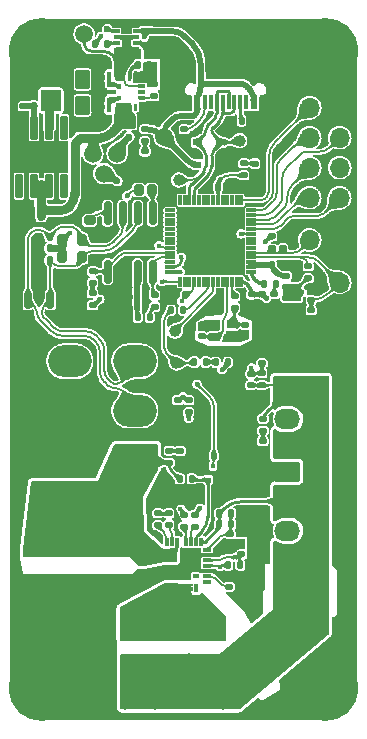
<source format=gtl>
%TF.GenerationSoftware,KiCad,Pcbnew,(7.0.0)*%
%TF.CreationDate,2023-06-05T19:21:43+01:00*%
%TF.ProjectId,Chad,43686164-2e6b-4696-9361-645f70636258,rev?*%
%TF.SameCoordinates,Original*%
%TF.FileFunction,Copper,L1,Top*%
%TF.FilePolarity,Positive*%
%FSLAX46Y46*%
G04 Gerber Fmt 4.6, Leading zero omitted, Abs format (unit mm)*
G04 Created by KiCad (PCBNEW (7.0.0)) date 2023-06-05 19:21:43*
%MOMM*%
%LPD*%
G01*
G04 APERTURE LIST*
G04 Aperture macros list*
%AMRoundRect*
0 Rectangle with rounded corners*
0 $1 Rounding radius*
0 $2 $3 $4 $5 $6 $7 $8 $9 X,Y pos of 4 corners*
0 Add a 4 corners polygon primitive as box body*
4,1,4,$2,$3,$4,$5,$6,$7,$8,$9,$2,$3,0*
0 Add four circle primitives for the rounded corners*
1,1,$1+$1,$2,$3*
1,1,$1+$1,$4,$5*
1,1,$1+$1,$6,$7*
1,1,$1+$1,$8,$9*
0 Add four rect primitives between the rounded corners*
20,1,$1+$1,$2,$3,$4,$5,0*
20,1,$1+$1,$4,$5,$6,$7,0*
20,1,$1+$1,$6,$7,$8,$9,0*
20,1,$1+$1,$8,$9,$2,$3,0*%
%AMFreePoly0*
4,1,14,0.243536,0.153536,0.378536,0.018535,0.380000,0.014998,0.380000,-0.150000,0.378536,-0.153536,0.375000,-0.155000,-0.250000,-0.155000,-0.253536,-0.153536,-0.255000,-0.150000,-0.255000,0.150000,-0.253536,0.153536,-0.250000,0.155000,0.240000,0.155001,0.243536,0.153536,0.243536,0.153536,$1*%
%AMFreePoly1*
4,1,13,0.378536,0.153536,0.380000,0.150000,0.380000,-0.150000,0.378536,-0.153536,0.375000,-0.155000,-0.250000,-0.155000,-0.253536,-0.153536,-0.255000,-0.150000,-0.255000,0.150000,-0.253536,0.153536,-0.250000,0.155000,0.375000,0.155000,0.378536,0.153536,0.378536,0.153536,$1*%
%AMFreePoly2*
4,1,13,0.203536,0.278536,0.205000,0.275000,0.205000,-0.350000,0.203536,-0.353536,0.200000,-0.355000,-0.100000,-0.355000,-0.103536,-0.353536,-0.105000,-0.350000,-0.105000,0.275000,-0.103536,0.278536,-0.100000,0.280000,0.200000,0.280000,0.203536,0.278536,0.203536,0.278536,$1*%
%AMFreePoly3*
4,1,20,0.500200,0.279502,0.501490,0.279336,0.602490,0.221336,0.602905,0.220797,0.603536,0.220536,0.604033,0.219333,0.604827,0.218305,0.604739,0.217629,0.605000,0.217000,0.605000,-0.350000,0.603536,-0.353536,0.600000,-0.355000,-0.200000,-0.355000,-0.203536,-0.353536,-0.205000,-0.350000,-0.205000,0.275000,-0.203536,0.278536,-0.200000,0.280000,0.499000,0.280000,0.500200,0.279502,
0.500200,0.279502,$1*%
%AMFreePoly4*
4,1,20,0.453536,0.128536,0.455000,0.125000,0.455000,-0.225000,0.453536,-0.228536,0.450000,-0.230000,-0.074000,-0.230000,-0.075201,-0.229502,-0.076490,-0.229336,-0.177490,-0.171336,-0.177905,-0.170797,-0.178536,-0.170536,-0.179033,-0.169333,-0.179827,-0.168305,-0.179739,-0.167629,-0.180000,-0.167000,-0.180000,0.125000,-0.178536,0.128536,-0.175000,0.130000,0.450000,0.130000,0.453536,0.128536,
0.453536,0.128536,$1*%
%AMFreePoly5*
4,1,13,0.453536,0.178536,0.455000,0.175000,0.455000,-0.175000,0.453536,-0.178536,0.450000,-0.180000,-0.175000,-0.180000,-0.178536,-0.178536,-0.180000,-0.175000,-0.180000,0.175000,-0.178536,0.178536,-0.175000,0.180000,0.450000,0.180000,0.453536,0.178536,0.453536,0.178536,$1*%
%AMFreePoly6*
4,1,20,0.453536,0.128536,0.455000,0.125000,0.455000,-0.225000,0.453536,-0.228536,0.450000,-0.230000,-0.175000,-0.230000,-0.178536,-0.228536,-0.180000,-0.225000,-0.180000,0.067000,-0.179739,0.067629,-0.179827,0.068305,-0.179033,0.069333,-0.178536,0.070536,-0.177905,0.070797,-0.177490,0.071336,-0.076490,0.129336,-0.075201,0.129502,-0.074000,0.130000,0.450000,0.130000,0.453536,0.128536,
0.453536,0.128536,$1*%
%AMFreePoly7*
4,1,20,0.403536,0.253536,0.405000,0.250000,0.405000,-0.317000,0.404739,-0.317629,0.404827,-0.318305,0.404033,-0.319333,0.403536,-0.320536,0.402905,-0.320797,0.402490,-0.321336,0.301490,-0.379336,0.300200,-0.379502,0.299000,-0.380000,-0.400000,-0.380000,-0.403536,-0.378536,-0.405000,-0.375000,-0.405000,0.250000,-0.403536,0.253536,-0.400000,0.255000,0.400000,0.255000,0.403536,0.253536,
0.403536,0.253536,$1*%
%AMFreePoly8*
4,1,13,0.203536,0.253536,0.205000,0.250000,0.205000,-0.375000,0.203536,-0.378536,0.200000,-0.380000,-0.100000,-0.380000,-0.103536,-0.378536,-0.105000,-0.375000,-0.105000,0.250000,-0.103536,0.253536,-0.100000,0.255000,0.200000,0.255000,0.203536,0.253536,0.203536,0.253536,$1*%
G04 Aperture macros list end*
%TA.AperFunction,SMDPad,CuDef*%
%ADD10RoundRect,0.225000X0.225000X0.250000X-0.225000X0.250000X-0.225000X-0.250000X0.225000X-0.250000X0*%
%TD*%
%TA.AperFunction,SMDPad,CuDef*%
%ADD11C,1.000000*%
%TD*%
%TA.AperFunction,SMDPad,CuDef*%
%ADD12RoundRect,0.147500X0.172500X-0.147500X0.172500X0.147500X-0.172500X0.147500X-0.172500X-0.147500X0*%
%TD*%
%TA.AperFunction,SMDPad,CuDef*%
%ADD13RoundRect,0.135000X-0.185000X0.135000X-0.185000X-0.135000X0.185000X-0.135000X0.185000X0.135000X0*%
%TD*%
%TA.AperFunction,SMDPad,CuDef*%
%ADD14RoundRect,0.250000X-0.650000X0.325000X-0.650000X-0.325000X0.650000X-0.325000X0.650000X0.325000X0*%
%TD*%
%TA.AperFunction,ComponentPad*%
%ADD15RoundRect,0.250000X-0.850000X-0.600000X0.850000X-0.600000X0.850000X0.600000X-0.850000X0.600000X0*%
%TD*%
%TA.AperFunction,ComponentPad*%
%ADD16O,2.200000X1.700000*%
%TD*%
%TA.AperFunction,SMDPad,CuDef*%
%ADD17RoundRect,0.140000X0.140000X0.170000X-0.140000X0.170000X-0.140000X-0.170000X0.140000X-0.170000X0*%
%TD*%
%TA.AperFunction,SMDPad,CuDef*%
%ADD18RoundRect,0.140000X-0.140000X-0.170000X0.140000X-0.170000X0.140000X0.170000X-0.140000X0.170000X0*%
%TD*%
%TA.AperFunction,SMDPad,CuDef*%
%ADD19RoundRect,0.135000X-0.135000X-0.185000X0.135000X-0.185000X0.135000X0.185000X-0.135000X0.185000X0*%
%TD*%
%TA.AperFunction,ComponentPad*%
%ADD20C,5.600000*%
%TD*%
%TA.AperFunction,SMDPad,CuDef*%
%ADD21RoundRect,0.135000X0.185000X-0.135000X0.185000X0.135000X-0.185000X0.135000X-0.185000X-0.135000X0*%
%TD*%
%TA.AperFunction,SMDPad,CuDef*%
%ADD22RoundRect,0.135000X0.135000X0.185000X-0.135000X0.185000X-0.135000X-0.185000X0.135000X-0.185000X0*%
%TD*%
%TA.AperFunction,SMDPad,CuDef*%
%ADD23R,0.700000X1.000000*%
%TD*%
%TA.AperFunction,SMDPad,CuDef*%
%ADD24R,0.700000X0.600000*%
%TD*%
%TA.AperFunction,SMDPad,CuDef*%
%ADD25RoundRect,0.200000X0.200000X0.275000X-0.200000X0.275000X-0.200000X-0.275000X0.200000X-0.275000X0*%
%TD*%
%TA.AperFunction,SMDPad,CuDef*%
%ADD26RoundRect,0.147500X-0.147500X-0.172500X0.147500X-0.172500X0.147500X0.172500X-0.147500X0.172500X0*%
%TD*%
%TA.AperFunction,SMDPad,CuDef*%
%ADD27RoundRect,0.140000X-0.170000X0.140000X-0.170000X-0.140000X0.170000X-0.140000X0.170000X0.140000X0*%
%TD*%
%TA.AperFunction,SMDPad,CuDef*%
%ADD28R,0.400000X0.450000*%
%TD*%
%TA.AperFunction,SMDPad,CuDef*%
%ADD29R,0.500000X0.450000*%
%TD*%
%TA.AperFunction,SMDPad,CuDef*%
%ADD30RoundRect,0.200000X0.275000X-0.200000X0.275000X0.200000X-0.275000X0.200000X-0.275000X-0.200000X0*%
%TD*%
%TA.AperFunction,SMDPad,CuDef*%
%ADD31RoundRect,0.140000X0.170000X-0.140000X0.170000X0.140000X-0.170000X0.140000X-0.170000X-0.140000X0*%
%TD*%
%TA.AperFunction,ComponentPad*%
%ADD32R,1.700000X1.700000*%
%TD*%
%TA.AperFunction,ComponentPad*%
%ADD33O,1.700000X1.700000*%
%TD*%
%TA.AperFunction,SMDPad,CuDef*%
%ADD34C,1.500000*%
%TD*%
%TA.AperFunction,SMDPad,CuDef*%
%ADD35RoundRect,0.200000X-0.200000X-0.275000X0.200000X-0.275000X0.200000X0.275000X-0.200000X0.275000X0*%
%TD*%
%TA.AperFunction,SMDPad,CuDef*%
%ADD36R,0.600000X1.160000*%
%TD*%
%TA.AperFunction,SMDPad,CuDef*%
%ADD37R,0.300000X1.160000*%
%TD*%
%TA.AperFunction,ComponentPad*%
%ADD38O,0.900000X2.000000*%
%TD*%
%TA.AperFunction,ComponentPad*%
%ADD39O,0.900000X1.700000*%
%TD*%
%TA.AperFunction,SMDPad,CuDef*%
%ADD40RoundRect,0.042000X0.258000X-0.943000X0.258000X0.943000X-0.258000X0.943000X-0.258000X-0.943000X0*%
%TD*%
%TA.AperFunction,SMDPad,CuDef*%
%ADD41R,2.150000X2.150000*%
%TD*%
%TA.AperFunction,SMDPad,CuDef*%
%ADD42R,7.200000X2.300000*%
%TD*%
%TA.AperFunction,SMDPad,CuDef*%
%ADD43RoundRect,0.250000X-0.250000X-0.475000X0.250000X-0.475000X0.250000X0.475000X-0.250000X0.475000X0*%
%TD*%
%TA.AperFunction,SMDPad,CuDef*%
%ADD44RoundRect,0.147500X-0.172500X0.147500X-0.172500X-0.147500X0.172500X-0.147500X0.172500X0.147500X0*%
%TD*%
%TA.AperFunction,SMDPad,CuDef*%
%ADD45RoundRect,0.250000X-0.325000X-0.650000X0.325000X-0.650000X0.325000X0.650000X-0.325000X0.650000X0*%
%TD*%
%TA.AperFunction,SMDPad,CuDef*%
%ADD46RoundRect,0.250000X-0.725417X-0.043542X-0.400417X-0.606458X0.725417X0.043542X0.400417X0.606458X0*%
%TD*%
%TA.AperFunction,SMDPad,CuDef*%
%ADD47R,0.475000X0.300000*%
%TD*%
%TA.AperFunction,SMDPad,CuDef*%
%ADD48RoundRect,0.250000X0.325000X0.650000X-0.325000X0.650000X-0.325000X-0.650000X0.325000X-0.650000X0*%
%TD*%
%TA.AperFunction,SMDPad,CuDef*%
%ADD49RoundRect,0.218750X-0.381250X0.218750X-0.381250X-0.218750X0.381250X-0.218750X0.381250X0.218750X0*%
%TD*%
%TA.AperFunction,SMDPad,CuDef*%
%ADD50RoundRect,0.006600X0.398400X0.103400X-0.398400X0.103400X-0.398400X-0.103400X0.398400X-0.103400X0*%
%TD*%
%TA.AperFunction,SMDPad,CuDef*%
%ADD51RoundRect,0.022000X0.088000X0.383000X-0.088000X0.383000X-0.088000X-0.383000X0.088000X-0.383000X0*%
%TD*%
%TA.AperFunction,SMDPad,CuDef*%
%ADD52R,4.000000X4.000000*%
%TD*%
%TA.AperFunction,SMDPad,CuDef*%
%ADD53RoundRect,0.150000X0.150000X-0.825000X0.150000X0.825000X-0.150000X0.825000X-0.150000X-0.825000X0*%
%TD*%
%TA.AperFunction,SMDPad,CuDef*%
%ADD54R,0.550000X0.300000*%
%TD*%
%TA.AperFunction,SMDPad,CuDef*%
%ADD55R,0.300000X0.450000*%
%TD*%
%TA.AperFunction,SMDPad,CuDef*%
%ADD56R,0.300000X0.725000*%
%TD*%
%TA.AperFunction,SMDPad,CuDef*%
%ADD57R,0.725000X0.300000*%
%TD*%
%TA.AperFunction,SMDPad,CuDef*%
%ADD58R,1.575000X1.050000*%
%TD*%
%TA.AperFunction,SMDPad,CuDef*%
%ADD59R,1.150000X1.050000*%
%TD*%
%TA.AperFunction,SMDPad,CuDef*%
%ADD60R,2.175000X1.200000*%
%TD*%
%TA.AperFunction,SMDPad,CuDef*%
%ADD61R,0.580000X0.380000*%
%TD*%
%TA.AperFunction,SMDPad,CuDef*%
%ADD62R,0.650000X0.455000*%
%TD*%
%TA.AperFunction,SMDPad,CuDef*%
%ADD63R,2.350000X0.275000*%
%TD*%
%TA.AperFunction,ComponentPad*%
%ADD64RoundRect,0.250001X1.599999X-1.099999X1.599999X1.099999X-1.599999X1.099999X-1.599999X-1.099999X0*%
%TD*%
%TA.AperFunction,ComponentPad*%
%ADD65O,3.700000X2.700000*%
%TD*%
%TA.AperFunction,SMDPad,CuDef*%
%ADD66RoundRect,0.150000X0.150000X-0.587500X0.150000X0.587500X-0.150000X0.587500X-0.150000X-0.587500X0*%
%TD*%
%TA.AperFunction,SMDPad,CuDef*%
%ADD67R,0.900000X0.800000*%
%TD*%
%TA.AperFunction,SMDPad,CuDef*%
%ADD68FreePoly0,180.000000*%
%TD*%
%TA.AperFunction,SMDPad,CuDef*%
%ADD69FreePoly1,180.000000*%
%TD*%
%TA.AperFunction,SMDPad,CuDef*%
%ADD70FreePoly2,180.000000*%
%TD*%
%TA.AperFunction,SMDPad,CuDef*%
%ADD71FreePoly3,180.000000*%
%TD*%
%TA.AperFunction,SMDPad,CuDef*%
%ADD72FreePoly4,180.000000*%
%TD*%
%TA.AperFunction,SMDPad,CuDef*%
%ADD73FreePoly5,180.000000*%
%TD*%
%TA.AperFunction,SMDPad,CuDef*%
%ADD74FreePoly6,180.000000*%
%TD*%
%TA.AperFunction,SMDPad,CuDef*%
%ADD75FreePoly7,180.000000*%
%TD*%
%TA.AperFunction,SMDPad,CuDef*%
%ADD76FreePoly8,180.000000*%
%TD*%
%TA.AperFunction,ViaPad*%
%ADD77C,0.450000*%
%TD*%
%TA.AperFunction,ViaPad*%
%ADD78C,0.600000*%
%TD*%
%TA.AperFunction,ViaPad*%
%ADD79C,0.800000*%
%TD*%
%TA.AperFunction,Conductor*%
%ADD80C,0.200000*%
%TD*%
%TA.AperFunction,Conductor*%
%ADD81C,0.300000*%
%TD*%
%TA.AperFunction,Conductor*%
%ADD82C,0.250000*%
%TD*%
%TA.AperFunction,Conductor*%
%ADD83C,0.500000*%
%TD*%
%TA.AperFunction,Conductor*%
%ADD84C,0.400000*%
%TD*%
%TA.AperFunction,Conductor*%
%ADD85C,1.000000*%
%TD*%
%TA.AperFunction,Conductor*%
%ADD86C,0.360000*%
%TD*%
%TA.AperFunction,Conductor*%
%ADD87C,0.220000*%
%TD*%
%TA.AperFunction,Conductor*%
%ADD88C,0.800000*%
%TD*%
%TA.AperFunction,Conductor*%
%ADD89C,0.340000*%
%TD*%
%TA.AperFunction,Conductor*%
%ADD90C,0.100000*%
%TD*%
%TA.AperFunction,Conductor*%
%ADD91C,0.600000*%
%TD*%
%TA.AperFunction,Conductor*%
%ADD92C,0.126238*%
%TD*%
%TA.AperFunction,Conductor*%
%ADD93C,0.261112*%
%TD*%
%TA.AperFunction,Conductor*%
%ADD94C,0.310000*%
%TD*%
G04 APERTURE END LIST*
D10*
%TO.P,C21,1*%
%TO.N,/Power/BBIN*%
X41598958Y-46080869D03*
%TO.P,C21,2*%
%TO.N,GND*%
X40048958Y-46080869D03*
%TD*%
D11*
%TO.P,TP10,1,1*%
%TO.N,/RXD*%
X46275000Y-68850000D03*
%TD*%
D12*
%TO.P,12VLED1,1,K*%
%TO.N,GND*%
X46725000Y-79960000D03*
%TO.P,12VLED1,2,A*%
%TO.N,Net-(12VLED1-A)*%
X46725000Y-78990000D03*
%TD*%
D13*
%TO.P,R37,1*%
%TO.N,GND*%
X53643000Y-70539000D03*
%TO.P,R37,2*%
%TO.N,/ServoV_LOG*%
X53643000Y-71559000D03*
%TD*%
D14*
%TO.P,C30,1*%
%TO.N,+12V*%
X41806365Y-87256602D03*
%TO.P,C30,2*%
%TO.N,GND*%
X41806365Y-90206602D03*
%TD*%
D15*
%TO.P,J4,1,Pin_1*%
%TO.N,GND*%
X55791590Y-80754955D03*
D16*
%TO.P,J4,2,Pin_2*%
%TO.N,+6V*%
X55791589Y-83254954D03*
%TO.P,J4,3,Pin_3*%
%TO.N,/Servo2PWM*%
X55791589Y-85754954D03*
%TD*%
D17*
%TO.P,C11,1*%
%TO.N,+3V3*%
X47158000Y-65769000D03*
%TO.P,C11,2*%
%TO.N,GND*%
X46198000Y-65769000D03*
%TD*%
D18*
%TO.P,C19,1*%
%TO.N,GND*%
X34697000Y-62857000D03*
%TO.P,C19,2*%
%TO.N,/CAN-*%
X35657000Y-62857000D03*
%TD*%
D19*
%TO.P,R6,1*%
%TO.N,/TXD*%
X45940000Y-67075000D03*
%TO.P,R6,2*%
%TO.N,Net-(U1-U0TXD{slash}PROG{slash}GPIO43)*%
X46960000Y-67075000D03*
%TD*%
D20*
%TO.P,H3,1,1*%
%TO.N,GND*%
X59000000Y-99090000D03*
%TD*%
D21*
%TO.P,R15,1*%
%TO.N,/Power/SEL*%
X44461814Y-48946492D03*
%TO.P,R15,2*%
%TO.N,GND*%
X44461814Y-47926492D03*
%TD*%
D22*
%TO.P,R2,1*%
%TO.N,+3V3*%
X50760000Y-71475000D03*
%TO.P,R2,2*%
%TO.N,Net-(TXLED1-A)*%
X49740000Y-71475000D03*
%TD*%
D21*
%TO.P,R17,1*%
%TO.N,/Power/FBIn*%
X33440000Y-49820000D03*
%TO.P,R17,2*%
%TO.N,GND*%
X33440000Y-48800000D03*
%TD*%
D23*
%TO.P,D2,1,A*%
%TO.N,GND*%
X50149999Y-54549999D03*
D24*
%TO.P,D2,2,K*%
%TO.N,/Data-*%
X50149999Y-52849999D03*
%TO.P,D2,3,K*%
%TO.N,/Data+*%
X48149999Y-52849999D03*
%TO.P,D2,4,K*%
%TO.N,VBUS*%
X48149999Y-54749999D03*
%TD*%
D21*
%TO.P,R1,1*%
%TO.N,+3V3*%
X57547368Y-64372534D03*
%TO.P,R1,2*%
%TO.N,/CHIP_PU*%
X57547368Y-63352534D03*
%TD*%
D22*
%TO.P,R18,1*%
%TO.N,/buckC/VDD*%
X51790815Y-88649000D03*
%TO.P,R18,2*%
%TO.N,/buckC/PGOOD*%
X50770815Y-88649000D03*
%TD*%
D25*
%TO.P,JP1,1,A*%
%TO.N,/CAN-BUS/Vref*%
X44298000Y-56906000D03*
%TO.P,JP1,2,B*%
%TO.N,Net-(JP1-B)*%
X43193000Y-56906000D03*
%TD*%
D26*
%TO.P,TXLED1,1,K*%
%TO.N,/TXD*%
X47911000Y-71466000D03*
%TO.P,TXLED1,2,A*%
%TO.N,Net-(TXLED1-A)*%
X48881000Y-71466000D03*
%TD*%
D27*
%TO.P,C28,1*%
%TO.N,GND*%
X51901446Y-86793161D03*
%TO.P,C28,2*%
%TO.N,/buckC/VDD*%
X51901446Y-87753161D03*
%TD*%
D21*
%TO.P,R34,1*%
%TO.N,GND*%
X46490000Y-75730000D03*
%TO.P,R34,2*%
%TO.N,/BuckPGOOD*%
X46490000Y-74710000D03*
%TD*%
D28*
%TO.P,Q1,1,G*%
%TO.N,/BUCK_EN*%
X49466999Y-80273999D03*
%TO.P,Q1,2,S*%
%TO.N,GND*%
X48666999Y-80273999D03*
D29*
%TO.P,Q1,3,D*%
%TO.N,/buckC/EN*%
X49066999Y-81423999D03*
%TD*%
D30*
%TO.P,R8,1*%
%TO.N,Net-(U2-Rs)*%
X39041000Y-59472000D03*
%TO.P,R8,2*%
%TO.N,GND*%
X39041000Y-57822000D03*
%TD*%
D31*
%TO.P,C1,1*%
%TO.N,+3V3*%
X56611276Y-65149597D03*
%TO.P,C1,2*%
%TO.N,GND*%
X56611276Y-64189597D03*
%TD*%
D32*
%TO.P,ENJUMPER1,1,Pin_1*%
%TO.N,GND*%
X60216231Y-67272659D03*
D33*
%TO.P,ENJUMPER1,2,Pin_2*%
%TO.N,/CHIP_PU*%
X60216231Y-64732659D03*
%TD*%
D31*
%TO.P,C45,1*%
%TO.N,+6V*%
X52705000Y-73424000D03*
%TO.P,C45,2*%
%TO.N,/ServoV_LOG*%
X52705000Y-72464000D03*
%TD*%
D17*
%TO.P,C16,1*%
%TO.N,+3V3*%
X43086000Y-66420000D03*
%TO.P,C16,2*%
%TO.N,GND*%
X42126000Y-66420000D03*
%TD*%
D12*
%TO.P,SERVOLED1,1,K*%
%TO.N,GND*%
X53723588Y-79120680D03*
%TO.P,SERVOLED1,2,A*%
%TO.N,Net-(SERVOLED1-A)*%
X53723588Y-78150680D03*
%TD*%
D13*
%TO.P,R4,1*%
%TO.N,Net-(3V3LED1-A)*%
X52100000Y-54640000D03*
%TO.P,R4,2*%
%TO.N,+3V3*%
X52100000Y-55660000D03*
%TD*%
D22*
%TO.P,R19,1*%
%TO.N,/buckC/FB*%
X51041011Y-85202858D03*
%TO.P,R19,2*%
%TO.N,+6V*%
X50021011Y-85202858D03*
%TD*%
D27*
%TO.P,C3,1*%
%TO.N,GND*%
X57802672Y-65261759D03*
%TO.P,C3,2*%
%TO.N,/CHIP_PU*%
X57802672Y-66221759D03*
%TD*%
D34*
%TO.P,TP8,1,1*%
%TO.N,/Power/BBOUT*%
X39325000Y-53850000D03*
%TD*%
D27*
%TO.P,C38,1*%
%TO.N,+12V*%
X43414000Y-88271000D03*
%TO.P,C38,2*%
%TO.N,GND*%
X43414000Y-89231000D03*
%TD*%
D21*
%TO.P,R7,1*%
%TO.N,+12V*%
X45789000Y-79987000D03*
%TO.P,R7,2*%
%TO.N,Net-(12VLED1-A)*%
X45789000Y-78967000D03*
%TD*%
D18*
%TO.P,C18,1*%
%TO.N,GND*%
X34699000Y-60854000D03*
%TO.P,C18,2*%
%TO.N,/CAN+*%
X35659000Y-60854000D03*
%TD*%
D35*
%TO.P,R10,1*%
%TO.N,Net-(JP1-B)*%
X36745000Y-62584000D03*
%TO.P,R10,2*%
%TO.N,/CAN-*%
X38395000Y-62584000D03*
%TD*%
D27*
%TO.P,C9,1*%
%TO.N,+3V3*%
X52760000Y-65740000D03*
%TO.P,C9,2*%
%TO.N,GND*%
X52760000Y-66700000D03*
%TD*%
D12*
%TO.P,L1,1,1*%
%TO.N,+3V3*%
X55700000Y-65135000D03*
%TO.P,L1,2,2*%
%TO.N,Net-(C6-Pad1)*%
X55700000Y-64165000D03*
%TD*%
D36*
%TO.P,J5,A1,GND*%
%TO.N,GND*%
X53762999Y-49461999D03*
%TO.P,J5,A4,VBUS*%
%TO.N,VBUS*%
X52962999Y-49461999D03*
D37*
%TO.P,J5,A5,CC1*%
%TO.N,Net-(J5-CC1)*%
X51812999Y-49461999D03*
%TO.P,J5,A6,D+*%
%TO.N,/Data+*%
X50812999Y-49461999D03*
%TO.P,J5,A7,D-*%
%TO.N,/Data-*%
X50312999Y-49461999D03*
%TO.P,J5,A8,SBU1*%
%TO.N,unconnected-(J5-SBU1-PadA8)*%
X49312999Y-49461999D03*
D36*
%TO.P,J5,A9,VBUS*%
%TO.N,VBUS*%
X48162999Y-49461999D03*
%TO.P,J5,A12,GND*%
%TO.N,GND*%
X47362999Y-49461999D03*
%TO.P,J5,B1,GND*%
X47362999Y-49461999D03*
%TO.P,J5,B4,VBUS*%
%TO.N,VBUS*%
X48162999Y-49461999D03*
D37*
%TO.P,J5,B5,CC2*%
%TO.N,Net-(J5-CC2)*%
X48812999Y-49461999D03*
%TO.P,J5,B6,D+*%
%TO.N,/Data+*%
X49812999Y-49461999D03*
%TO.P,J5,B7,D-*%
%TO.N,/Data-*%
X51312999Y-49461999D03*
%TO.P,J5,B8,SBU2*%
%TO.N,unconnected-(J5-SBU2-PadB8)*%
X52312999Y-49461999D03*
D36*
%TO.P,J5,B9,VBUS*%
%TO.N,VBUS*%
X52962999Y-49461999D03*
%TO.P,J5,B12,GND*%
%TO.N,GND*%
X53762999Y-49461999D03*
D38*
%TO.P,J5,S1,SHIELD*%
X54882999Y-48881999D03*
D39*
X54882999Y-44711999D03*
D38*
X46242999Y-48881999D03*
D39*
X46242999Y-44711999D03*
%TD*%
D17*
%TO.P,C17,1*%
%TO.N,Net-(JP1-B)*%
X35657000Y-61851000D03*
%TO.P,C17,2*%
%TO.N,GND*%
X34697000Y-61851000D03*
%TD*%
D27*
%TO.P,C8,1*%
%TO.N,GND*%
X55400456Y-60883040D03*
%TO.P,C8,2*%
%TO.N,/BOOT*%
X55400456Y-61843040D03*
%TD*%
D21*
%TO.P,R21,1*%
%TO.N,/buckC/PHASE*%
X44819000Y-85281000D03*
%TO.P,R21,2*%
%TO.N,Net-(C39-Pad2)*%
X44819000Y-84261000D03*
%TD*%
D40*
%TO.P,U5,1,PGOOD*%
%TO.N,unconnected-(U5-PGOOD-Pad1)*%
X33070000Y-56570000D03*
%TO.P,U5,2,EN*%
%TO.N,/Power/BBOUT*%
X34340000Y-56570000D03*
%TO.P,U5,3,VIN*%
X35610000Y-56570000D03*
%TO.P,U5,4,VDD*%
%TO.N,unconnected-(U5-VDD-Pad4)*%
X36880000Y-56570000D03*
%TO.P,U5,5*%
%TO.N,N/C*%
X36880000Y-51630000D03*
%TO.P,U5,6,VOUT*%
%TO.N,+3V3*%
X35610000Y-51630000D03*
%TO.P,U5,7,ADJ*%
%TO.N,/Power/FBIn*%
X34340000Y-51630000D03*
%TO.P,U5,8,GND*%
%TO.N,GND*%
X33070000Y-51630000D03*
D41*
%TO.P,U5,9,GND*%
X34974999Y-54099999D03*
%TD*%
D18*
%TO.P,C20,1*%
%TO.N,/Power/BBIN*%
X43121814Y-45436492D03*
%TO.P,C20,2*%
%TO.N,GND*%
X44081814Y-45436492D03*
%TD*%
D11*
%TO.P,TP1,1,1*%
%TO.N,/Data-*%
X51750000Y-52725000D03*
%TD*%
D27*
%TO.P,C14,1*%
%TO.N,Net-(C14-Pad1)*%
X52239000Y-68329000D03*
%TO.P,C14,2*%
%TO.N,GND*%
X52239000Y-69289000D03*
%TD*%
D21*
%TO.P,R26,1*%
%TO.N,+3V3*%
X39291900Y-66649746D03*
%TO.P,R26,2*%
%TO.N,Net-(CANTXLED1-A)*%
X39291900Y-65629746D03*
%TD*%
D27*
%TO.P,C4,1*%
%TO.N,+3V3*%
X55690682Y-66007393D03*
%TO.P,C4,2*%
%TO.N,GND*%
X55690682Y-66967393D03*
%TD*%
D32*
%TO.P,J2,1,Pin_1*%
%TO.N,GND*%
X60215721Y-49923067D03*
D33*
%TO.P,J2,2,Pin_2*%
%TO.N,/GPIO0*%
X57675721Y-49923067D03*
%TO.P,J2,3,Pin_3*%
%TO.N,/GPIO1*%
X60215721Y-52463067D03*
%TO.P,J2,4,Pin_4*%
%TO.N,/GPIO2*%
X57675721Y-52463067D03*
%TO.P,J2,5,Pin_5*%
%TO.N,+3V3*%
X60215721Y-55003067D03*
%TO.P,J2,6,Pin_6*%
%TO.N,/GPIO3*%
X57675721Y-55003067D03*
%TO.P,J2,7,Pin_7*%
%TO.N,/GPIO4*%
X60215721Y-57543067D03*
%TO.P,J2,8,Pin_8*%
%TO.N,/GPIO5*%
X57675721Y-57543067D03*
%TD*%
D19*
%TO.P,R27,1*%
%TO.N,+3V3*%
X43130000Y-67690000D03*
%TO.P,R27,2*%
%TO.N,Net-(CANRXLED1-A)*%
X44150000Y-67690000D03*
%TD*%
D10*
%TO.P,C23,1*%
%TO.N,/Power/BBOUT*%
X41786814Y-51151492D03*
%TO.P,C23,2*%
%TO.N,GND*%
X40236814Y-51151492D03*
%TD*%
D13*
%TO.P,R3,1*%
%TO.N,+3V3*%
X54470000Y-60830000D03*
%TO.P,R3,2*%
%TO.N,/BOOT*%
X54470000Y-61850000D03*
%TD*%
D42*
%TO.P,L4,1,1*%
%TO.N,+6V*%
X46279999Y-98659999D03*
%TO.P,L4,2,2*%
%TO.N,/buckC/SW*%
X46279999Y-93559999D03*
%TD*%
D32*
%TO.P,BOOTJUMPER1,1,Pin_1*%
%TO.N,GND*%
X60214777Y-61126856D03*
D33*
%TO.P,BOOTJUMPER1,2,Pin_2*%
%TO.N,/BOOT*%
X57674777Y-61126856D03*
%TD*%
D22*
%TO.P,R11,1*%
%TO.N,Net-(J5-CC1)*%
X51909123Y-51052799D03*
%TO.P,R11,2*%
%TO.N,GND*%
X50889123Y-51052799D03*
%TD*%
D11*
%TO.P,TP2,1,1*%
%TO.N,/Data+*%
X46575000Y-56050000D03*
%TD*%
D14*
%TO.P,C32,1*%
%TO.N,+12V*%
X39503584Y-87260414D03*
%TO.P,C32,2*%
%TO.N,GND*%
X39503584Y-90210414D03*
%TD*%
D13*
%TO.P,R25,1*%
%TO.N,+6V*%
X53725000Y-76265000D03*
%TO.P,R25,2*%
%TO.N,Net-(SERVOLED1-A)*%
X53725000Y-77285000D03*
%TD*%
D27*
%TO.P,C2,1*%
%TO.N,/CHIP_PU*%
X57801853Y-67081455D03*
%TO.P,C2,2*%
%TO.N,GND*%
X57801853Y-68041455D03*
%TD*%
D43*
%TO.P,C46,1*%
%TO.N,+6V*%
X58333500Y-94188402D03*
%TO.P,C46,2*%
%TO.N,GND*%
X60233500Y-94188402D03*
%TD*%
D14*
%TO.P,C36,1*%
%TO.N,+12V*%
X34905377Y-87259734D03*
%TO.P,C36,2*%
%TO.N,GND*%
X34905377Y-90209734D03*
%TD*%
D17*
%TO.P,C24,1*%
%TO.N,/Power/BBOUT*%
X34930000Y-58264215D03*
%TO.P,C24,2*%
%TO.N,GND*%
X33970000Y-58264215D03*
%TD*%
D27*
%TO.P,C5,1*%
%TO.N,+3V3*%
X56610682Y-66008393D03*
%TO.P,C5,2*%
%TO.N,GND*%
X56610682Y-66968393D03*
%TD*%
D22*
%TO.P,R38,1*%
%TO.N,/buckC/EN*%
X47691000Y-81332000D03*
%TO.P,R38,2*%
%TO.N,+12V*%
X46671000Y-81332000D03*
%TD*%
D13*
%TO.P,R36,1*%
%TO.N,/ServoV_LOG*%
X53636000Y-72416000D03*
%TO.P,R36,2*%
%TO.N,+6V*%
X53636000Y-73436000D03*
%TD*%
D44*
%TO.P,CANTXLED1,1,K*%
%TO.N,/CAN_TX*%
X39300000Y-63790000D03*
%TO.P,CANTXLED1,2,A*%
%TO.N,Net-(CANTXLED1-A)*%
X39300000Y-64760000D03*
%TD*%
D45*
%TO.P,C49,1*%
%TO.N,+6V*%
X57775000Y-89750000D03*
%TO.P,C49,2*%
%TO.N,GND*%
X60725000Y-89750000D03*
%TD*%
D44*
%TO.P,L2,1,1*%
%TO.N,Net-(U1-XTAL_P)*%
X51320000Y-65908616D03*
%TO.P,L2,2,2*%
%TO.N,Net-(C14-Pad1)*%
X51320000Y-66878616D03*
%TD*%
D13*
%TO.P,R35,1*%
%TO.N,/BuckPGOOD*%
X47440000Y-74700000D03*
%TO.P,R35,2*%
%TO.N,/buckC/PGOOD*%
X47440000Y-75720000D03*
%TD*%
D19*
%TO.P,R14,1*%
%TO.N,VBUS*%
X39509814Y-44496492D03*
%TO.P,R14,2*%
%TO.N,Net-(U3-ST)*%
X40529814Y-44496492D03*
%TD*%
D20*
%TO.P,H4,1,1*%
%TO.N,GND*%
X35000000Y-45090000D03*
%TD*%
D12*
%TO.P,USBLED1,1,K*%
%TO.N,GND*%
X43733830Y-54587421D03*
%TO.P,USBLED1,2,A*%
%TO.N,Net-(USBLED1-A)*%
X43733830Y-53617421D03*
%TD*%
D46*
%TO.P,C35,1*%
%TO.N,+6V*%
X53331000Y-97721226D03*
%TO.P,C35,2*%
%TO.N,GND*%
X54806000Y-100276000D03*
%TD*%
D19*
%TO.P,R39,1*%
%TO.N,GND*%
X48554000Y-79420000D03*
%TO.P,R39,2*%
%TO.N,/BUCK_EN*%
X49574000Y-79420000D03*
%TD*%
D21*
%TO.P,R23,1*%
%TO.N,Net-(U6-_MODE_1)*%
X47039000Y-85421000D03*
%TO.P,R23,2*%
%TO.N,GND*%
X47039000Y-84401000D03*
%TD*%
D34*
%TO.P,TP7,1,1*%
%TO.N,VBUS*%
X45350000Y-52400000D03*
%TD*%
D47*
%TO.P,U3,1,GND_1*%
%TO.N,GND*%
X43007813Y-44466491D03*
%TO.P,U3,2,VOUT_1*%
%TO.N,/Power/BBIN*%
X43007813Y-43966491D03*
%TO.P,U3,3,VIN1*%
%TO.N,VBUS*%
X43007813Y-43466491D03*
%TO.P,U3,4,~{ON}*%
%TO.N,GND*%
X43007813Y-42966491D03*
%TO.P,U3,5,GND_2*%
X41331813Y-42966491D03*
%TO.P,U3,6,VIN2*%
%TO.N,RBUS_uC_V*%
X41331813Y-43466491D03*
%TO.P,U3,7,VOUT_2*%
%TO.N,/Power/BBIN*%
X41331813Y-43966491D03*
%TO.P,U3,8,ST*%
%TO.N,Net-(U3-ST)*%
X41331813Y-44466491D03*
%TD*%
D48*
%TO.P,C33,1*%
%TO.N,+6V*%
X56040000Y-89750000D03*
%TO.P,C33,2*%
%TO.N,GND*%
X53090000Y-89750000D03*
%TD*%
D49*
%TO.P,L3,1,1*%
%TO.N,/Power/LX1*%
X38443853Y-47561558D03*
%TO.P,L3,2,2*%
%TO.N,/Power/LX2*%
X38443853Y-49686558D03*
%TD*%
D15*
%TO.P,J3,1,Pin_1*%
%TO.N,GND*%
X55790000Y-71309458D03*
D16*
%TO.P,J3,2,Pin_2*%
%TO.N,+6V*%
X55789999Y-73809457D03*
%TO.P,J3,3,Pin_3*%
%TO.N,/Servo1PWM*%
X55789999Y-76309457D03*
%TD*%
D11*
%TO.P,TP9,1,1*%
%TO.N,/TXD*%
X46400000Y-71550000D03*
%TD*%
D50*
%TO.P,U1,1,LNA_IN/RF*%
%TO.N,Net-(U1-LNA_IN{slash}RF)*%
X52745000Y-63810000D03*
%TO.P,U1,2,VDD3P3*%
%TO.N,Net-(C6-Pad1)*%
X52745000Y-63410000D03*
%TO.P,U1,3,VDD3P3*%
X52745000Y-63010000D03*
%TO.P,U1,4,CHIP_PU/RESET*%
%TO.N,/CHIP_PU*%
X52745000Y-62610000D03*
%TO.P,U1,5,GPIO0/BOOT*%
%TO.N,/BOOT*%
X52745000Y-62210000D03*
%TO.P,U1,6,GPIO1/ADC1_CH0*%
%TO.N,unconnected-(U1-GPIO1{slash}ADC1_CH0-Pad6)*%
X52745000Y-61810000D03*
%TO.P,U1,7,GPIO2/ADC1_CH1*%
%TO.N,unconnected-(U1-GPIO2{slash}ADC1_CH1-Pad7)*%
X52745000Y-61410000D03*
%TO.P,U1,8,GPIO3/ADC1_CH2*%
%TO.N,unconnected-(U1-GPIO3{slash}ADC1_CH2-Pad8)*%
X52745000Y-61010000D03*
%TO.P,U1,9,GPIO4/ADC1_CH3*%
%TO.N,/ServoV_LOG*%
X52745000Y-60610000D03*
%TO.P,U1,10,GPIO5/ADC1_CH4*%
%TO.N,/GPIO4*%
X52745000Y-60210000D03*
%TO.P,U1,11,GPIO6/ADC1_CH5*%
%TO.N,/GPIO5*%
X52745000Y-59810000D03*
%TO.P,U1,12,GPIO7/ADC1_CH6*%
%TO.N,/GPIO3*%
X52745000Y-59410000D03*
%TO.P,U1,13,GPIO8/ADC1_CH7*%
%TO.N,/GPIO1*%
X52745000Y-59010000D03*
%TO.P,U1,14,GPIO9/ADC1_CH8*%
%TO.N,/GPIO2*%
X52745000Y-58610000D03*
D51*
%TO.P,U1,15,GPIO10/ADC1_CH9*%
%TO.N,/GPIO0*%
X51900000Y-57765000D03*
%TO.P,U1,16,GPIO11/ADC2_CH0*%
%TO.N,unconnected-(U1-GPIO11{slash}ADC2_CH0-Pad16)*%
X51500000Y-57765000D03*
%TO.P,U1,17,GPIO12/ADC2_CH1*%
%TO.N,unconnected-(U1-GPIO12{slash}ADC2_CH1-Pad17)*%
X51100000Y-57765000D03*
%TO.P,U1,18,GPIO13/ADC2_CH2*%
%TO.N,unconnected-(U1-GPIO13{slash}ADC2_CH2-Pad18)*%
X50700000Y-57765000D03*
%TO.P,U1,19,GPIO14/ADC2_CH3*%
%TO.N,unconnected-(U1-GPIO14{slash}ADC2_CH3-Pad19)*%
X50300000Y-57765000D03*
%TO.P,U1,20,VDD3P3_RTC*%
%TO.N,+3V3*%
X49900000Y-57765000D03*
%TO.P,U1,21,GPIO15/ADC2_CH4/XTAL_32K_P*%
%TO.N,unconnected-(U1-GPIO15{slash}ADC2_CH4{slash}XTAL_32K_P-Pad21)*%
X49500000Y-57765000D03*
%TO.P,U1,22,GPIO16/ADC2_CH5/XTAL_32K_N*%
%TO.N,unconnected-(U1-GPIO16{slash}ADC2_CH5{slash}XTAL_32K_N-Pad22)*%
X49100000Y-57765000D03*
%TO.P,U1,23,GPIO17/ADC2_CH6/DAC_2*%
%TO.N,unconnected-(U1-GPIO17{slash}ADC2_CH6{slash}DAC_2-Pad23)*%
X48700000Y-57765000D03*
%TO.P,U1,24,GPIO18/ADC2_CH7/DAC_1*%
%TO.N,unconnected-(U1-GPIO18{slash}ADC2_CH7{slash}DAC_1-Pad24)*%
X48300000Y-57765000D03*
%TO.P,U1,25,GPIO19/USB_D-/ADC2_CH8*%
%TO.N,/Data-*%
X47900000Y-57765000D03*
%TO.P,U1,26,GPIO20/USB_D+/ADC2_CH9*%
%TO.N,/Data+*%
X47500000Y-57765000D03*
%TO.P,U1,27,GPIO21*%
%TO.N,unconnected-(U1-GPIO21-Pad27)*%
X47100000Y-57765000D03*
%TO.P,U1,28,SPI_CS1/GPIO26*%
%TO.N,unconnected-(U1-SPI_CS1{slash}GPIO26-Pad28)*%
X46700000Y-57765000D03*
D50*
%TO.P,U1,29,VDD_SPI*%
%TO.N,unconnected-(U1-VDD_SPI-Pad29)*%
X45855000Y-58610000D03*
%TO.P,U1,30,SPIHD/GPIO27*%
%TO.N,unconnected-(U1-SPIHD{slash}GPIO27-Pad30)*%
X45855000Y-59010000D03*
%TO.P,U1,31,SPIWP/GPIO28*%
%TO.N,unconnected-(U1-SPIWP{slash}GPIO28-Pad31)*%
X45855000Y-59410000D03*
%TO.P,U1,32,SPICS0/GPIO29*%
%TO.N,unconnected-(U1-SPICS0{slash}GPIO29-Pad32)*%
X45855000Y-59810000D03*
%TO.P,U1,33,SPICLK/GPIO30*%
%TO.N,unconnected-(U1-SPICLK{slash}GPIO30-Pad33)*%
X45855000Y-60210000D03*
%TO.P,U1,34,SPIQ/GPIO31*%
%TO.N,unconnected-(U1-SPIQ{slash}GPIO31-Pad34)*%
X45855000Y-60610000D03*
%TO.P,U1,35,SPID/GPIO32*%
%TO.N,unconnected-(U1-SPID{slash}GPIO32-Pad35)*%
X45855000Y-61010000D03*
%TO.P,U1,36,SPICLK_N/GPIO48*%
%TO.N,unconnected-(U1-SPICLK_N{slash}GPIO48-Pad36)*%
X45855000Y-61410000D03*
%TO.P,U1,37,SPICLK_P/GPIO47*%
%TO.N,/BuckPGOOD*%
X45855000Y-61810000D03*
%TO.P,U1,38,GPIO33*%
%TO.N,/CAN_TX*%
X45855000Y-62210000D03*
%TO.P,U1,39,GPIO34*%
%TO.N,/CAN_RX*%
X45855000Y-62610000D03*
%TO.P,U1,40,GPIO35*%
%TO.N,unconnected-(U1-GPIO35-Pad40)*%
X45855000Y-63010000D03*
%TO.P,U1,41,GPIO36*%
%TO.N,/Servo1PWM*%
X45855000Y-63410000D03*
%TO.P,U1,42,GPIO37*%
%TO.N,/Servo2PWM*%
X45855000Y-63810000D03*
D51*
%TO.P,U1,43,GPIO38*%
%TO.N,/BUCK_EN*%
X46700000Y-64655000D03*
%TO.P,U1,44,MTCK/JTAG/GPIO39*%
%TO.N,unconnected-(U1-MTCK{slash}JTAG{slash}GPIO39-Pad44)*%
X47100000Y-64655000D03*
%TO.P,U1,45,MTDO/JTAG/GPIO40*%
%TO.N,unconnected-(U1-MTDO{slash}JTAG{slash}GPIO40-Pad45)*%
X47500000Y-64655000D03*
%TO.P,U1,46,VDD3P3_CPU*%
%TO.N,+3V3*%
X47900000Y-64655000D03*
%TO.P,U1,47,MTDI/JTAG/GPIO41*%
%TO.N,unconnected-(U1-MTDI{slash}JTAG{slash}GPIO41-Pad47)*%
X48300000Y-64655000D03*
%TO.P,U1,48,MTMS/JTAG/GPIO42*%
%TO.N,unconnected-(U1-MTMS{slash}JTAG{slash}GPIO42-Pad48)*%
X48700000Y-64655000D03*
%TO.P,U1,49,U0TXD/PROG/GPIO43*%
%TO.N,Net-(U1-U0TXD{slash}PROG{slash}GPIO43)*%
X49100000Y-64655000D03*
%TO.P,U1,50,U0RXD/PROG/GPIO44*%
%TO.N,/RXD*%
X49500000Y-64655000D03*
%TO.P,U1,51,GPIO45*%
%TO.N,unconnected-(U1-GPIO45-Pad51)*%
X49900000Y-64655000D03*
%TO.P,U1,52,GPIO46*%
%TO.N,unconnected-(U1-GPIO46-Pad52)*%
X50300000Y-64655000D03*
%TO.P,U1,53,XTAL_N*%
%TO.N,Net-(U1-XTAL_N)*%
X50700000Y-64655000D03*
%TO.P,U1,54,XTAL_P*%
%TO.N,Net-(U1-XTAL_P)*%
X51100000Y-64655000D03*
%TO.P,U1,55,VDDA*%
%TO.N,+3V3*%
X51500000Y-64655000D03*
%TO.P,U1,56,VDDA*%
X51900000Y-64655000D03*
D52*
%TO.P,U1,57,GND*%
%TO.N,GND*%
X49299999Y-61209999D03*
%TD*%
D34*
%TO.P,TP5,1,1*%
%TO.N,RBUS_uC_V*%
X41374941Y-53816246D03*
%TD*%
D53*
%TO.P,U2,1,D*%
%TO.N,/CAN_TX*%
X40571000Y-63815000D03*
%TO.P,U2,2,GND*%
%TO.N,GND*%
X41841000Y-63815000D03*
%TO.P,U2,3,VCC*%
%TO.N,+3V3*%
X43111000Y-63815000D03*
%TO.P,U2,4,R*%
%TO.N,/CAN_RX*%
X44381000Y-63815000D03*
%TO.P,U2,5,Vref*%
%TO.N,/CAN-BUS/Vref*%
X44381000Y-58865000D03*
%TO.P,U2,6,CANL*%
%TO.N,/CAN-*%
X43111000Y-58865000D03*
%TO.P,U2,7,CANH*%
%TO.N,/CAN+*%
X41841000Y-58865000D03*
%TO.P,U2,8,Rs*%
%TO.N,Net-(U2-Rs)*%
X40571000Y-58865000D03*
%TD*%
D17*
%TO.P,C27,1*%
%TO.N,GND*%
X37165508Y-48864814D03*
%TO.P,C27,2*%
%TO.N,+3V3*%
X36205508Y-48864814D03*
%TD*%
D21*
%TO.P,R12,1*%
%TO.N,GND*%
X47075000Y-52785000D03*
%TO.P,R12,2*%
%TO.N,Net-(J5-CC2)*%
X47075000Y-51765000D03*
%TD*%
D45*
%TO.P,C47,1*%
%TO.N,+6V*%
X57765000Y-92050000D03*
%TO.P,C47,2*%
%TO.N,GND*%
X60715000Y-92050000D03*
%TD*%
D25*
%TO.P,R9,1*%
%TO.N,/CAN+*%
X38395000Y-61127000D03*
%TO.P,R9,2*%
%TO.N,Net-(JP1-B)*%
X36745000Y-61127000D03*
%TD*%
D20*
%TO.P,H2,1,1*%
%TO.N,GND*%
X59000000Y-45090000D03*
%TD*%
D21*
%TO.P,R20,1*%
%TO.N,GND*%
X50973488Y-87085891D03*
%TO.P,R20,2*%
%TO.N,/buckC/FB*%
X50973488Y-86065891D03*
%TD*%
D27*
%TO.P,C29,1*%
%TO.N,GND*%
X50889000Y-89536000D03*
%TO.P,C29,2*%
%TO.N,Net-(U6-V_DRV)*%
X50889000Y-90496000D03*
%TD*%
D54*
%TO.P,U6,1,V_IN_1*%
%TO.N,+12V*%
X45018999Y-87805999D03*
%TO.P,U6,2,V_IN_2*%
X45018999Y-88255999D03*
%TO.P,U6,3,P_GND_1*%
%TO.N,GND*%
X45018999Y-89155999D03*
%TO.P,U6,4,P_GND_2*%
X45018999Y-89605999D03*
D55*
%TO.P,U6,5,SW_1*%
%TO.N,/buckC/SW*%
X45568999Y-90705999D03*
%TO.P,U6,6,SW_2*%
X46018999Y-90705999D03*
%TO.P,U6,7,SW_3*%
X46468999Y-90705999D03*
%TO.P,U6,8,SW_4*%
X47168999Y-90705999D03*
%TO.P,U6,9,SW_5*%
X47618999Y-90705999D03*
D56*
%TO.P,U6,10,GL_1*%
%TO.N,unconnected-(U6-GL_1-Pad10)*%
X48068999Y-90568999D03*
D57*
%TO.P,U6,11,GL_2*%
%TO.N,unconnected-(U6-GL_2-Pad11)*%
X48980999Y-90055999D03*
%TO.P,U6,12,V_DRV*%
%TO.N,Net-(U6-V_DRV)*%
X48980999Y-89605999D03*
%TO.P,U6,13,P_GND_3*%
%TO.N,GND*%
X48980999Y-89155999D03*
%TO.P,U6,14,P_GOOD*%
%TO.N,/buckC/PGOOD*%
X48980999Y-88705999D03*
%TO.P,U6,15,VDD*%
%TO.N,/buckC/VDD*%
X48980999Y-88255999D03*
%TO.P,U6,16,A_GND*%
%TO.N,GND*%
X48980999Y-87805999D03*
%TO.P,U6,17,FB*%
%TO.N,/buckC/FB*%
X48980999Y-87355999D03*
D56*
%TO.P,U6,18,V_OUT*%
%TO.N,+6V*%
X48518999Y-86693999D03*
%TO.P,U6,19,EN*%
%TO.N,/buckC/EN*%
X48068999Y-86693999D03*
%TO.P,U6,20,MODE_2*%
%TO.N,Net-(U6-MODE_2)*%
X47618999Y-86693999D03*
%TO.P,U6,21,_MODE_1*%
%TO.N,Net-(U6-_MODE_1)*%
X47168999Y-86693999D03*
%TO.P,U6,22,VIN_1*%
%TO.N,+12V*%
X46468999Y-86693999D03*
%TO.P,U6,23,BOOT*%
%TO.N,/buckC/BOOT*%
X46018999Y-86693999D03*
%TO.P,U6,24,PHASE*%
%TO.N,/buckC/PHASE*%
X45568999Y-86693999D03*
D58*
%TO.P,U6,25,AGND*%
%TO.N,GND*%
X47530999Y-87880999D03*
D59*
%TO.P,U6,26,VIN_2*%
%TO.N,+12V*%
X45868999Y-87880999D03*
D60*
%TO.P,U6,27,PGND*%
%TO.N,GND*%
X46380999Y-89305999D03*
D61*
%TO.P,U6,28,GL_3*%
%TO.N,unconnected-(U6-GL_3-Pad28)*%
X48028999Y-89620999D03*
D62*
%TO.P,U6,29,P_GND_4*%
%TO.N,GND*%
X47793999Y-88933999D03*
D63*
%TO.P,U6,30,SW_6*%
%TO.N,/buckC/SW*%
X46593999Y-90343999D03*
%TD*%
D64*
%TO.P,J1,1,Pin_1*%
%TO.N,GND*%
X37375000Y-79790000D03*
D65*
%TO.P,J1,2,Pin_2*%
X37374999Y-75589999D03*
%TO.P,J1,3,Pin_3*%
%TO.N,RBUS_uC_V*%
X37374999Y-71389999D03*
%TO.P,J1,4,Pin_4*%
%TO.N,+12V*%
X42874999Y-79789999D03*
%TO.P,J1,5,Pin_5*%
%TO.N,/CAN+*%
X42874999Y-75589999D03*
%TO.P,J1,6,Pin_6*%
%TO.N,/CAN-*%
X42874999Y-71389999D03*
%TD*%
D44*
%TO.P,CANRXLED1,1,K*%
%TO.N,/CAN_RX*%
X44560437Y-65809761D03*
%TO.P,CANRXLED1,2,A*%
%TO.N,Net-(CANRXLED1-A)*%
X44560437Y-66779761D03*
%TD*%
D20*
%TO.P,H1,1,1*%
%TO.N,GND*%
X35000000Y-99090000D03*
%TD*%
D34*
%TO.P,TP4,1,1*%
%TO.N,/Power/BBIN*%
X38575000Y-43675000D03*
%TD*%
D18*
%TO.P,C6,1*%
%TO.N,Net-(C6-Pad1)*%
X54464243Y-63252642D03*
%TO.P,C6,2*%
%TO.N,GND*%
X55424243Y-63252642D03*
%TD*%
D17*
%TO.P,C15,1*%
%TO.N,+3V3*%
X43086000Y-65500000D03*
%TO.P,C15,2*%
%TO.N,GND*%
X42126000Y-65500000D03*
%TD*%
D18*
%TO.P,C22,1*%
%TO.N,/Power/BIAS*%
X43121814Y-46356492D03*
%TO.P,C22,2*%
%TO.N,GND*%
X44081814Y-46356492D03*
%TD*%
D31*
%TO.P,C13,1*%
%TO.N,Net-(U1-XTAL_N)*%
X48520000Y-69282000D03*
%TO.P,C13,2*%
%TO.N,GND*%
X48520000Y-68322000D03*
%TD*%
D14*
%TO.P,C34,1*%
%TO.N,+12V*%
X37203584Y-87258374D03*
%TO.P,C34,2*%
%TO.N,GND*%
X37203584Y-90208374D03*
%TD*%
D17*
%TO.P,C25,1*%
%TO.N,/Power/BBOUT*%
X34930018Y-59186291D03*
%TO.P,C25,2*%
%TO.N,GND*%
X33970018Y-59186291D03*
%TD*%
D22*
%TO.P,R16,1*%
%TO.N,+3V3*%
X35348223Y-49774814D03*
%TO.P,R16,2*%
%TO.N,/Power/FBIn*%
X34328223Y-49774814D03*
%TD*%
D48*
%TO.P,C37,1*%
%TO.N,+6V*%
X55925000Y-92050000D03*
%TO.P,C37,2*%
%TO.N,GND*%
X52975000Y-92050000D03*
%TD*%
D22*
%TO.P,R24,1*%
%TO.N,/buckC/FB*%
X51041011Y-84281579D03*
%TO.P,R24,2*%
%TO.N,+6V*%
X50021011Y-84281579D03*
%TD*%
D21*
%TO.P,R5,1*%
%TO.N,GND*%
X54680000Y-66749313D03*
%TO.P,R5,2*%
%TO.N,Net-(C12-Pad1)*%
X54680000Y-65729313D03*
%TD*%
D18*
%TO.P,C10,1*%
%TO.N,+3V3*%
X49919576Y-56651006D03*
%TO.P,C10,2*%
%TO.N,GND*%
X50879576Y-56651006D03*
%TD*%
D17*
%TO.P,C26,1*%
%TO.N,GND*%
X37165508Y-49784814D03*
%TO.P,C26,2*%
%TO.N,+3V3*%
X36205508Y-49784814D03*
%TD*%
D27*
%TO.P,C7,1*%
%TO.N,+3V3*%
X53679454Y-65740419D03*
%TO.P,C7,2*%
%TO.N,GND*%
X53679454Y-66700419D03*
%TD*%
D21*
%TO.P,R22,1*%
%TO.N,Net-(U6-MODE_2)*%
X47979000Y-85421000D03*
%TO.P,R22,2*%
%TO.N,/buckC/VDD*%
X47979000Y-84401000D03*
%TD*%
D31*
%TO.P,C39,1*%
%TO.N,/buckC/BOOT*%
X45772000Y-85231000D03*
%TO.P,C39,2*%
%TO.N,Net-(C39-Pad2)*%
X45772000Y-84271000D03*
%TD*%
D66*
%TO.P,D1,1,A1*%
%TO.N,/CAN+*%
X33824999Y-66200000D03*
%TO.P,D1,2,A2*%
%TO.N,/CAN-*%
X35724999Y-66200000D03*
%TO.P,D1,3,common*%
%TO.N,GND*%
X34774999Y-64325000D03*
%TD*%
D13*
%TO.P,R13,1*%
%TO.N,VBUS*%
X43728248Y-51735391D03*
%TO.P,R13,2*%
%TO.N,Net-(USBLED1-A)*%
X43728248Y-52755391D03*
%TD*%
D67*
%TO.P,Y1,1,1*%
%TO.N,Net-(C14-Pad1)*%
X51077999Y-68277999D03*
%TO.P,Y1,2,2*%
%TO.N,GND*%
X49677999Y-68277999D03*
%TO.P,Y1,3,3*%
%TO.N,Net-(U1-XTAL_N)*%
X49677999Y-69377999D03*
%TO.P,Y1,4,4*%
%TO.N,GND*%
X51077999Y-69377999D03*
%TD*%
D12*
%TO.P,3V3LED1,1,K*%
%TO.N,GND*%
X53043159Y-55630521D03*
%TO.P,3V3LED1,2,A*%
%TO.N,Net-(3V3LED1-A)*%
X53043159Y-54660521D03*
%TD*%
D17*
%TO.P,C12,1*%
%TO.N,Net-(C12-Pad1)*%
X54796095Y-64847354D03*
%TO.P,C12,2*%
%TO.N,Net-(U1-LNA_IN{slash}RF)*%
X53836095Y-64847354D03*
%TD*%
D68*
%TO.P,U4,1,SEL*%
%TO.N,/Power/SEL*%
X43491814Y-49119418D03*
D69*
%TO.P,U4,2,POK*%
%TO.N,unconnected-(U4-POK-Pad2)*%
X43491814Y-48619418D03*
%TO.P,U4,3,EN*%
%TO.N,/Power/BBIN*%
X43491814Y-48119418D03*
D70*
%TO.P,U4,4,AGND*%
%TO.N,GND*%
X42991814Y-47419418D03*
%TO.P,U4,5,BIAS*%
%TO.N,/Power/BIAS*%
X42491814Y-47419418D03*
D71*
%TO.P,U4,6,IN*%
%TO.N,/Power/BBIN*%
X41891814Y-47419418D03*
D72*
%TO.P,U4,8,LX1*%
%TO.N,/Power/LX1*%
X41091814Y-48019418D03*
D73*
%TO.P,U4,9,PGND*%
%TO.N,GND*%
X41091814Y-48619418D03*
D74*
%TO.P,U4,10,LX2*%
%TO.N,/Power/LX2*%
X41091814Y-49319418D03*
D75*
%TO.P,U4,11,OUT*%
%TO.N,/Power/BBOUT*%
X41691814Y-49919418D03*
D76*
%TO.P,U4,13,OUTS*%
X42491814Y-49919418D03*
%TO.P,U4,14,FPWM*%
%TO.N,unconnected-(U4-FPWM-Pad14)*%
X42991814Y-49919418D03*
%TD*%
D34*
%TO.P,TP6,1,1*%
%TO.N,+3V3*%
X40248289Y-55514740D03*
%TD*%
D77*
%TO.N,GND*%
X52850000Y-69950000D03*
X56022000Y-63154000D03*
D78*
X61400000Y-59075000D03*
X32600000Y-90275000D03*
X32600000Y-82775000D03*
X32600000Y-75225000D03*
X61400000Y-54075000D03*
D77*
X53125000Y-68925000D03*
X47550000Y-87850000D03*
X50185000Y-66070000D03*
D78*
X61400000Y-74125000D03*
D77*
X34700000Y-61320000D03*
X55125000Y-67325000D03*
D78*
X47522000Y-61252000D03*
X61400000Y-76625000D03*
D79*
X35718000Y-93221000D03*
D77*
X50373703Y-70321851D03*
X52062000Y-66665000D03*
D79*
X34850000Y-91350000D03*
D77*
X46975000Y-89000000D03*
D78*
X32600000Y-67725000D03*
X50025000Y-42700000D03*
X32600000Y-60175000D03*
D77*
X47779626Y-68653703D03*
D78*
X45025000Y-42700000D03*
D77*
X52030000Y-66060000D03*
D78*
X32600000Y-72725000D03*
X51059000Y-61227000D03*
X51047000Y-62943000D03*
X61400000Y-81625000D03*
D77*
X55425000Y-60475000D03*
D79*
X37784000Y-93151000D03*
D78*
X51000000Y-53925000D03*
X32600000Y-87775000D03*
D79*
X44275000Y-89419000D03*
D77*
X51966000Y-65464000D03*
X47470000Y-53430000D03*
D78*
X48115000Y-79986000D03*
X55075000Y-42700000D03*
X61400000Y-89175000D03*
D79*
X52065000Y-90834000D03*
D78*
X32600000Y-85275000D03*
D77*
X45775000Y-89700000D03*
X50191000Y-66653000D03*
X45725000Y-89000000D03*
D78*
X47530000Y-59471000D03*
X61400000Y-94175000D03*
D79*
X52673000Y-88414000D03*
X45300000Y-81125000D03*
D78*
X39025000Y-101475000D03*
X32600000Y-77725000D03*
X49025000Y-101475000D03*
D77*
X58200000Y-64825000D03*
X50192000Y-65472000D03*
X46675000Y-83875000D03*
D78*
X61400000Y-79125000D03*
X48990000Y-68322000D03*
X32600000Y-92775000D03*
X54075000Y-101475000D03*
X51706000Y-69327000D03*
X32600000Y-54975000D03*
D77*
X45610000Y-65770000D03*
D78*
X61400000Y-84175000D03*
X32599500Y-58100000D03*
D77*
X51520000Y-56660000D03*
D78*
X61400000Y-86675000D03*
X49308000Y-62966000D03*
X46525000Y-101475000D03*
D79*
X39890000Y-93226000D03*
D78*
X39925000Y-42700000D03*
D79*
X36475000Y-54125000D03*
D78*
X32600000Y-95275000D03*
D77*
X49345000Y-67292000D03*
X51860446Y-70311334D03*
X57200000Y-67600000D03*
X34700000Y-62350000D03*
D78*
X49334000Y-59451000D03*
D77*
X43595000Y-44606000D03*
D78*
X41525000Y-101475000D03*
X32600000Y-70225000D03*
X32600000Y-50175000D03*
X47525000Y-42700000D03*
X61400000Y-64075000D03*
D77*
X42539000Y-42650000D03*
D78*
X61400000Y-56575000D03*
X61400000Y-69125000D03*
X61400000Y-71625000D03*
D77*
X49040000Y-70315311D03*
D78*
X32600000Y-52675000D03*
X51525000Y-101475000D03*
D77*
X56827000Y-63655000D03*
D78*
X61400000Y-51575000D03*
D77*
X52189000Y-67397000D03*
X47050000Y-89700000D03*
X52930000Y-67796000D03*
D79*
X36850000Y-91450000D03*
D78*
X61400000Y-91675000D03*
D77*
X48300169Y-67549633D03*
D78*
X32600000Y-62675000D03*
D79*
X39000000Y-91550000D03*
D78*
X49317000Y-61213000D03*
X47748000Y-62902000D03*
D77*
X41550000Y-65950000D03*
D79*
X40950000Y-91600000D03*
D78*
X32600000Y-80225000D03*
D77*
X47789135Y-69721355D03*
X47925000Y-88925000D03*
D78*
X32600000Y-65225000D03*
X44372814Y-47128492D03*
X54096000Y-79832000D03*
D77*
X50093000Y-67200000D03*
D78*
X51033000Y-59426000D03*
X44025000Y-101475000D03*
X52575000Y-42700000D03*
D77*
%TO.N,+3V3*%
X54024000Y-66037000D03*
X53900000Y-61280000D03*
X57055705Y-65576723D03*
X50110000Y-56030000D03*
D78*
X41394215Y-56136334D03*
D77*
X43100000Y-67000000D03*
X50260000Y-72100000D03*
X46835000Y-66297000D03*
D79*
X35320508Y-48849814D03*
D77*
X39900000Y-66150000D03*
%TO.N,Net-(JP1-B)*%
X42200000Y-57412000D03*
X37347000Y-60525000D03*
%TO.N,VBUS*%
X40020000Y-43890000D03*
X43680000Y-43970000D03*
D78*
%TO.N,RBUS_uC_V*%
X40550000Y-43275000D03*
X42400000Y-52400000D03*
D79*
%TO.N,+12V*%
X40400000Y-84400000D03*
D77*
X45825000Y-87850000D03*
D79*
X40400000Y-85850000D03*
X42550000Y-85950000D03*
X38100000Y-85850000D03*
X35650000Y-84400000D03*
X42650000Y-84400000D03*
X38100000Y-84400000D03*
X44304000Y-87201000D03*
X35700000Y-85850000D03*
D77*
%TO.N,/Servo1PWM*%
X46825000Y-62600000D03*
%TO.N,/BuckPGOOD*%
X44929000Y-61609000D03*
X46960000Y-74400000D03*
%TO.N,/Power/LX1*%
X38153576Y-48096290D03*
X38163173Y-46941885D03*
X38747818Y-46941885D03*
X41500000Y-48103306D03*
X38778579Y-48097381D03*
X40703000Y-47037000D03*
X40704000Y-47618000D03*
%TO.N,/Power/LX2*%
X38097686Y-50302139D03*
X38760000Y-49150000D03*
X38808858Y-50303229D03*
X40693000Y-49583000D03*
X38129580Y-49153664D03*
X41500000Y-49130000D03*
X40681000Y-50167000D03*
D79*
%TO.N,+6V*%
X47440000Y-96560000D03*
X44580000Y-100470000D03*
X47440000Y-100450000D03*
X42030000Y-100480000D03*
X50380000Y-100470000D03*
X42005000Y-97870000D03*
X50416000Y-99122000D03*
X44580000Y-96580000D03*
X42030000Y-99141000D03*
X50478000Y-97888000D03*
X42030000Y-96590000D03*
X50380000Y-96580000D03*
D77*
%TO.N,/Servo2PWM*%
X46714000Y-63820000D03*
%TO.N,/buckC/VDD*%
X51389000Y-87996000D03*
X48375000Y-83850000D03*
%TO.N,/buckC/PGOOD*%
X50090000Y-88782168D03*
X47450000Y-76250000D03*
%TO.N,/ServoV_LOG*%
X51883445Y-60610000D03*
X52753000Y-71949000D03*
%TO.N,/BUCK_EN*%
X48148000Y-73355000D03*
X45170000Y-64655000D03*
%TD*%
D80*
%TO.N,/CAN-*%
X42701008Y-60249008D02*
G75*
G03*
X43111000Y-59259173I-989808J989808D01*
G01*
X43111000Y-58865000D02*
X43111000Y-59259173D01*
X42701000Y-60249000D02*
X41385585Y-61564414D01*
X38692629Y-62286370D02*
X38395000Y-62584000D01*
X40200000Y-62055500D02*
X39250000Y-62055500D01*
X39250000Y-62055488D02*
G75*
G03*
X38692629Y-62286370I0J-788212D01*
G01*
X40200000Y-62055490D02*
G75*
G03*
X41385584Y-61564413I0J1676690D01*
G01*
%TO.N,/CAN+*%
X38691933Y-61423911D02*
G75*
G03*
X39251000Y-61655500I559067J559011D01*
G01*
X38395000Y-61127000D02*
X38691922Y-61423922D01*
X40200000Y-61655500D02*
X39251000Y-61655500D01*
%TO.N,/CAN-*%
X38071000Y-63212000D02*
X38395000Y-62888000D01*
X36550000Y-63350000D02*
X37737839Y-63350000D01*
X35657000Y-62857000D02*
X35867157Y-63067157D01*
X38395000Y-62888000D02*
X38395000Y-62584000D01*
X37737839Y-63350015D02*
G75*
G03*
X38070999Y-63211999I-39J471215D01*
G01*
X35867154Y-63067160D02*
G75*
G03*
X36550000Y-63350000I682846J682860D01*
G01*
%TO.N,/CAN+*%
X36203994Y-60309006D02*
X35659000Y-60854000D01*
X37346447Y-60000000D02*
X36950000Y-60000000D01*
X38395000Y-61127000D02*
X38395000Y-60695000D01*
X36950000Y-59999997D02*
G75*
G03*
X36203994Y-60309006I0J-1055003D01*
G01*
X37949986Y-60250014D02*
G75*
G03*
X37346447Y-60000000I-603586J-603586D01*
G01*
X38395000Y-60695000D02*
X37950000Y-60250000D01*
X41841000Y-58865000D02*
X41841000Y-60126751D01*
X41558578Y-60808578D02*
X41108578Y-61258578D01*
X40200000Y-61655485D02*
G75*
G03*
X41073452Y-61293705I0J1235285D01*
G01*
X41558592Y-60808592D02*
G75*
G03*
X41841000Y-60126751I-681792J681792D01*
G01*
X41108578Y-61258578D02*
X41073452Y-61293705D01*
%TO.N,/CAN-*%
X38395000Y-62584000D02*
X38692629Y-62286371D01*
%TO.N,GND*%
X45641000Y-65769000D02*
X45640000Y-65770000D01*
D81*
X48981000Y-87806000D02*
X47606000Y-87806000D01*
D82*
X47470000Y-53355988D02*
X47470000Y-53430000D01*
X47075000Y-52978663D02*
X47425000Y-53328663D01*
X47421948Y-53307936D02*
X47470000Y-53355988D01*
X51329109Y-87055891D02*
X50604000Y-87055891D01*
D80*
X55425000Y-60475000D02*
X55425000Y-61023496D01*
D83*
X51508581Y-56651006D02*
X51499587Y-56651006D01*
D84*
X46190000Y-65761000D02*
X46198000Y-65769000D01*
D85*
X39770814Y-51147492D02*
X39787814Y-51164492D01*
D82*
X47039000Y-84431000D02*
X47039000Y-84239000D01*
D86*
X41092424Y-48617197D02*
X39960649Y-48617197D01*
D82*
X50305443Y-87179558D02*
X50268500Y-87216500D01*
X51901446Y-86793161D02*
X51591839Y-86793161D01*
X47025000Y-84417000D02*
X47039000Y-84431000D01*
X50268500Y-87216500D02*
X49823957Y-87661043D01*
X47075000Y-52785000D02*
X47075000Y-52978663D01*
D80*
X37402593Y-48627729D02*
X39110744Y-48627729D01*
D84*
X46198000Y-65769000D02*
X45641000Y-65769000D01*
D82*
X47544012Y-53430000D02*
X47442675Y-53328663D01*
X51591839Y-86793161D02*
X51329109Y-87055891D01*
D80*
X47550000Y-87850000D02*
X47550000Y-87862000D01*
X47562000Y-87850000D02*
X47550000Y-87850000D01*
D82*
X49474000Y-87806000D02*
X48981000Y-87806000D01*
D85*
X39770814Y-46029029D02*
X39770814Y-51147492D01*
D80*
X47606000Y-87806000D02*
X47562000Y-87850000D01*
D82*
X46675000Y-83875000D02*
X46924448Y-84124448D01*
D80*
X39110744Y-48627729D02*
X39120561Y-48617912D01*
D82*
X47039000Y-84239000D02*
X46675000Y-83875000D01*
D80*
X37165508Y-48864814D02*
X37402593Y-48627729D01*
D83*
X51520000Y-56660000D02*
X51508581Y-56651006D01*
X51490593Y-56651006D02*
X51520000Y-56660000D01*
D80*
X55425000Y-61023496D02*
X55405456Y-61043040D01*
X47550000Y-87862000D02*
X47531000Y-87881000D01*
D83*
X50879576Y-56651006D02*
X51490593Y-56651006D01*
D82*
X47470000Y-53430000D02*
X47544012Y-53430000D01*
X49474000Y-87806004D02*
G75*
G03*
X49823957Y-87661043I0J494904D01*
G01*
X47039000Y-84401000D02*
G75*
G03*
X46924447Y-84124449I-391100J0D01*
G01*
X50604000Y-87055888D02*
G75*
G03*
X50305444Y-87179559I0J-422212D01*
G01*
X50848058Y-51151948D02*
G75*
G03*
X50889123Y-51052799I-99158J99148D01*
G01*
D80*
%TO.N,Net-(3V3LED1-A)*%
X52120521Y-54660521D02*
X52100000Y-54640000D01*
X53043159Y-54660521D02*
X52120521Y-54660521D01*
D82*
%TO.N,Net-(12VLED1-A)*%
X46702000Y-78967000D02*
X46725000Y-78990000D01*
X45789000Y-78967000D02*
X46702000Y-78967000D01*
D80*
%TO.N,/BOOT*%
X54470000Y-61850000D02*
X54110000Y-62210000D01*
X54675000Y-62210000D02*
X54825000Y-62210000D01*
X55366960Y-61843040D02*
X55000000Y-62210000D01*
X54060000Y-62210000D02*
X54825000Y-62210000D01*
X55000000Y-62210000D02*
X55780000Y-62210000D01*
X55900000Y-62210000D02*
X56277506Y-62210000D01*
X55612416Y-62210000D02*
X55405456Y-62003040D01*
X54825000Y-62210000D02*
X55000000Y-62210000D01*
X54110000Y-62210000D02*
X54060000Y-62210000D01*
X54470000Y-61855000D02*
X54825000Y-62210000D01*
X52745000Y-62210000D02*
X54060000Y-62210000D01*
X54470000Y-61850000D02*
X54470000Y-61855000D01*
X56939000Y-61936000D02*
X57622901Y-61252099D01*
X55780000Y-62210000D02*
X55900000Y-62210000D01*
X55413040Y-61843040D02*
X55780000Y-62210000D01*
X55400456Y-61843040D02*
X55413040Y-61843040D01*
X55400456Y-61843040D02*
X55366960Y-61843040D01*
X54475000Y-62010000D02*
X54675000Y-62210000D01*
X55900000Y-62210000D02*
X55612416Y-62210000D01*
X57622914Y-61252112D02*
G75*
G03*
X57674778Y-61126857I-125214J125212D01*
G01*
X56277506Y-62210002D02*
G75*
G03*
X56939000Y-61936000I-6J935502D01*
G01*
%TO.N,+3V3*%
X53712052Y-65742194D02*
X53614246Y-65742194D01*
D81*
X51900000Y-64655000D02*
X51560000Y-64655000D01*
X52760000Y-65740000D02*
X53678443Y-65740000D01*
D84*
X43082203Y-64800000D02*
X43086000Y-63917000D01*
D80*
X47381000Y-65769000D02*
X47158000Y-65769000D01*
D82*
X57032910Y-65586165D02*
X56610682Y-66008393D01*
D83*
X40295619Y-55502059D02*
X41394215Y-56136334D01*
D80*
X49919576Y-56651006D02*
X49919576Y-56437985D01*
D82*
X54350000Y-60830000D02*
X54470000Y-60830000D01*
X53900000Y-61280000D02*
X54350000Y-60830000D01*
D87*
X49900000Y-57765000D02*
X49900000Y-56698266D01*
D80*
X53614246Y-65742194D02*
X53860000Y-65840000D01*
D84*
X43086000Y-66420000D02*
X43075000Y-66475000D01*
D82*
X50760000Y-71600000D02*
X50760000Y-71475000D01*
X43082203Y-66982203D02*
X43100000Y-67000000D01*
X39400254Y-66649746D02*
X39900000Y-66150000D01*
D80*
X54400000Y-60830000D02*
X54470000Y-60830000D01*
D82*
X43082203Y-66982203D02*
X43082203Y-67557203D01*
D80*
X57547368Y-64372534D02*
X57452466Y-64372534D01*
X57452466Y-64372534D02*
X56675403Y-65149597D01*
X52100000Y-55660000D02*
X50926633Y-55660000D01*
X46979957Y-65947043D02*
X47158000Y-65769000D01*
D82*
X57026167Y-65564488D02*
X56611276Y-65149597D01*
X51900000Y-64733550D02*
X51900000Y-64655000D01*
D81*
X52335312Y-64835312D02*
X52420588Y-64920588D01*
D80*
X53860000Y-65840000D02*
X53809858Y-65742194D01*
D83*
X43082203Y-64800000D02*
X43082203Y-66982203D01*
D82*
X52792598Y-65741775D02*
X52908225Y-65741775D01*
D80*
X43007000Y-63919000D02*
X43111000Y-63815000D01*
X47725000Y-65425000D02*
X47381000Y-65769000D01*
X56675403Y-65149597D02*
X56611276Y-65149597D01*
X53809858Y-65742194D02*
X53592194Y-65742194D01*
D82*
X50260000Y-72100000D02*
X50760000Y-71600000D01*
D88*
X35610000Y-51630000D02*
X35610000Y-50036591D01*
D84*
X43075000Y-66475000D02*
X43082203Y-64800000D01*
D80*
X47900000Y-64655000D02*
X47900000Y-65002513D01*
D82*
X43082203Y-67557203D02*
X43225000Y-67700000D01*
D81*
X53686550Y-65757550D02*
X54019000Y-66090000D01*
D82*
X52793017Y-65742194D02*
X52792598Y-65741775D01*
X54080000Y-66120000D02*
X54059035Y-66120000D01*
D80*
X53920000Y-61310000D02*
X53965000Y-61355000D01*
D82*
X39291900Y-66649746D02*
X39400254Y-66649746D01*
D88*
X35610000Y-50036591D02*
X35348223Y-49774814D01*
D81*
X53679447Y-65740419D02*
G75*
G03*
X53686551Y-65757549I24253J19D01*
G01*
D82*
X55690680Y-66007391D02*
G75*
G03*
X55700000Y-65984898I-22480J22491D01*
G01*
D80*
X47724996Y-65424996D02*
G75*
G03*
X47900000Y-65002513I-422496J422496D01*
G01*
X50926633Y-55660014D02*
G75*
G03*
X50100001Y-56002404I-33J-1168986D01*
G01*
D82*
X57026154Y-65564501D02*
G75*
G03*
X57055705Y-65576723I29546J29601D01*
G01*
D81*
X53679425Y-65740446D02*
G75*
G03*
X53678443Y-65740001I-1025J-954D01*
G01*
D82*
X57055705Y-65576739D02*
G75*
G03*
X57032911Y-65586166I-5J-32261D01*
G01*
D81*
X52335307Y-64835317D02*
G75*
G03*
X51900000Y-64655000I-435307J-435283D01*
G01*
X52760006Y-65740000D02*
G75*
G03*
X52420588Y-64920588I-1158806J0D01*
G01*
D80*
X46979960Y-65947046D02*
G75*
G03*
X46835000Y-66297000I349940J-349954D01*
G01*
D84*
X50100004Y-56002407D02*
G75*
G03*
X49919576Y-56437985I435596J-435593D01*
G01*
D80*
X49919600Y-56651030D02*
G75*
G03*
X49900000Y-56698266I47200J-47270D01*
G01*
D82*
%TO.N,/CHIP_PU*%
X57802672Y-66221759D02*
X57802672Y-67079478D01*
D80*
X56350000Y-62610000D02*
X57614523Y-62610000D01*
X52745000Y-62610000D02*
X56350000Y-62610000D01*
X56350000Y-62610000D02*
X56875000Y-62610000D01*
X58375000Y-62925000D02*
X60158921Y-64708921D01*
X59439358Y-65509535D02*
X60216232Y-64732660D01*
X57547368Y-63352534D02*
X57547368Y-63282368D01*
D82*
X57794148Y-67076265D02*
G75*
G03*
X57800000Y-67090458I20052J-35D01*
G01*
X57879865Y-67082193D02*
G75*
G03*
X57880699Y-67080231I-1965J1993D01*
G01*
D80*
X58374993Y-62925007D02*
G75*
G03*
X57614523Y-62610000I-760493J-760493D01*
G01*
X57700000Y-66230007D02*
G75*
G03*
X59439358Y-65509535I0J2459807D01*
G01*
X57547400Y-63282368D02*
G75*
G03*
X56875000Y-62610000I-672400J-32D01*
G01*
D82*
X57801859Y-67081461D02*
G75*
G03*
X57802672Y-67079478I-1959J1961D01*
G01*
D80*
X60158903Y-64708939D02*
G75*
G03*
X60216232Y-64732660I57297J57339D01*
G01*
D84*
%TO.N,Net-(C6-Pad1)*%
X54507000Y-63139000D02*
X54462000Y-63184000D01*
D83*
X55700000Y-64165000D02*
X55407953Y-64165000D01*
D80*
X52745000Y-63410000D02*
X52745000Y-63212000D01*
X52745000Y-63212000D02*
X52745000Y-63010000D01*
D82*
X54434000Y-63384000D02*
X54434000Y-63212000D01*
D83*
X52745000Y-63212000D02*
X54434000Y-63212000D01*
D80*
X54434000Y-63212000D02*
X54462000Y-63184000D01*
D83*
X54975944Y-63986056D02*
X54621018Y-63631129D01*
X54464213Y-63252642D02*
G75*
G03*
X54621018Y-63631129I535287J42D01*
G01*
X54975958Y-63986042D02*
G75*
G03*
X55407953Y-64165000I432042J432042D01*
G01*
D82*
%TO.N,Net-(C12-Pad1)*%
X54796095Y-65592267D02*
X54659049Y-65729313D01*
X54680000Y-65729313D02*
X54680000Y-65127632D01*
X54796073Y-64847332D02*
G75*
G03*
X54680000Y-65127632I280327J-280268D01*
G01*
D89*
%TO.N,Net-(U1-LNA_IN{slash}RF)*%
X53050000Y-64500000D02*
X52992487Y-64442487D01*
D82*
X53087118Y-64537117D02*
X53050000Y-64500000D01*
D89*
X53087112Y-64537123D02*
G75*
G03*
X53836095Y-64847354I748988J749023D01*
G01*
X52775008Y-63875000D02*
G75*
G03*
X53022487Y-64472487I844992J0D01*
G01*
D80*
%TO.N,Net-(U1-XTAL_N)*%
X48520000Y-69282000D02*
X49582000Y-69282000D01*
X50700000Y-67170295D02*
X50700000Y-64655000D01*
X50371171Y-67964157D02*
X50371171Y-68714036D01*
D90*
X49988000Y-69068000D02*
X49678000Y-69378000D01*
D80*
X50290000Y-68910000D02*
X49923824Y-69276176D01*
X49582000Y-69282000D02*
X49678000Y-69378000D01*
X50680000Y-64675000D02*
X50700000Y-64655000D01*
X50289989Y-68909989D02*
G75*
G03*
X50371171Y-68714036I-195989J195989D01*
G01*
X50580012Y-67460012D02*
G75*
G03*
X50371171Y-67964157I504188J-504188D01*
G01*
X50580002Y-67460002D02*
G75*
G03*
X50700000Y-67170295I-289702J289702D01*
G01*
X49678000Y-69378013D02*
G75*
G03*
X49923824Y-69276176I0J347613D01*
G01*
%TO.N,Net-(C14-Pad1)*%
X51308000Y-68048000D02*
X51078000Y-68278000D01*
X51078000Y-68278000D02*
X52188000Y-68278000D01*
X51308000Y-66915000D02*
X51308000Y-68048000D01*
X52188000Y-68278000D02*
X52239000Y-68329000D01*
D91*
%TO.N,Net-(JP1-B)*%
X36745000Y-61722000D02*
X36745000Y-62584000D01*
X36745000Y-61127000D02*
X36745000Y-61722000D01*
D80*
X43193000Y-56906000D02*
X42855906Y-56906000D01*
X42200000Y-57412000D02*
X42600000Y-57012000D01*
D91*
X35657000Y-61851000D02*
X36616000Y-61851000D01*
D80*
X36616000Y-61851000D02*
X36745000Y-61722000D01*
X36745000Y-61127000D02*
X37347000Y-60525000D01*
X42855906Y-56906003D02*
G75*
G03*
X42600000Y-57012000I-6J-361897D01*
G01*
%TO.N,/CAN+*%
X39348578Y-69551422D02*
X39573578Y-69776422D01*
X39900000Y-70564474D02*
X39900000Y-72205028D01*
X42875000Y-74925000D02*
X42875000Y-75590000D01*
X42875000Y-75590000D02*
X42875000Y-74475000D01*
X41850000Y-73900000D02*
X42875000Y-74925000D01*
X35659000Y-60854000D02*
X35631254Y-60854000D01*
X35265312Y-60460312D02*
X35659000Y-60854000D01*
X33824999Y-61121484D02*
X33824999Y-66200000D01*
X34170000Y-60430000D02*
X34069999Y-60530000D01*
X40308578Y-73191422D02*
X40583578Y-73466422D01*
X34830000Y-60280000D02*
X34532132Y-60280000D01*
X34891672Y-67964516D02*
X35718454Y-68791298D01*
X36850000Y-69260000D02*
X38645024Y-69260000D01*
X41147485Y-73700000D02*
X41367158Y-73700000D01*
D92*
X42875000Y-74435000D02*
X42875000Y-75590000D01*
D80*
X33824999Y-66200000D02*
X34398222Y-66773223D01*
X39899989Y-72205028D02*
G75*
G03*
X40308578Y-73191422I1395011J28D01*
G01*
X41850013Y-73899987D02*
G75*
G03*
X41367158Y-73700000I-482813J-482813D01*
G01*
X35633396Y-60843391D02*
G75*
G03*
X35659000Y-60854000I25604J25591D01*
G01*
X35718464Y-68791288D02*
G75*
G03*
X36850000Y-69260000I1131536J1131488D01*
G01*
X35265307Y-60460317D02*
G75*
G03*
X34830000Y-60280000I-435307J-435283D01*
G01*
X34575003Y-67200000D02*
G75*
G03*
X34891672Y-67964516I1081197J0D01*
G01*
X39348571Y-69551429D02*
G75*
G03*
X38645024Y-69260000I-703571J-703571D01*
G01*
X40583582Y-73466418D02*
G75*
G03*
X41147485Y-73700000I563918J563918D01*
G01*
X34070004Y-60530005D02*
G75*
G03*
X33824999Y-61121484I591496J-591495D01*
G01*
X35658998Y-60854000D02*
G75*
G03*
X35634251Y-60794252I-84498J0D01*
G01*
X39900010Y-70564474D02*
G75*
G03*
X39573578Y-69776422I-1114510J-26D01*
G01*
X34532132Y-60280014D02*
G75*
G03*
X34170001Y-60430001I-32J-512086D01*
G01*
X34574985Y-67200000D02*
G75*
G03*
X34398222Y-66773223I-603585J0D01*
G01*
%TO.N,/CAN-*%
X36800000Y-68860000D02*
X38751094Y-68860000D01*
X35139157Y-67646314D02*
X35396422Y-67903578D01*
X40591422Y-72908578D02*
X40864646Y-73181802D01*
X41150000Y-73300000D02*
X41350000Y-73300000D01*
X42875000Y-72440000D02*
X42875000Y-71390000D01*
X39556422Y-69193578D02*
X39931422Y-69568578D01*
X41925000Y-72975000D02*
X42875000Y-72025000D01*
X35629254Y-62857000D02*
X35657000Y-62857000D01*
X35724999Y-62924999D02*
X35657000Y-62857000D01*
X42875000Y-71390000D02*
X42527000Y-71738000D01*
D92*
X42875000Y-72495000D02*
X42875000Y-71390000D01*
D80*
X41776776Y-73123223D02*
X41925000Y-72975000D01*
X42875000Y-72025000D02*
X42875000Y-71390000D01*
X42875000Y-72045000D02*
X42875000Y-71390000D01*
X35724999Y-66200000D02*
X35724999Y-62924999D01*
X35396422Y-67903578D02*
X36036657Y-68543813D01*
X35724999Y-66200000D02*
X35187131Y-66737868D01*
X40300000Y-70458404D02*
X40300000Y-72205024D01*
X36036663Y-68543807D02*
G75*
G03*
X36800000Y-68860000I763337J763307D01*
G01*
X40299998Y-70458404D02*
G75*
G03*
X39931422Y-69568578I-1258398J4D01*
G01*
X40864656Y-73181792D02*
G75*
G03*
X41150000Y-73300000I285344J285292D01*
G01*
X35187123Y-66737860D02*
G75*
G03*
X34974999Y-67250000I512177J-512140D01*
G01*
X40299991Y-72205024D02*
G75*
G03*
X40591422Y-72908578I995009J24D01*
G01*
X34975007Y-67250000D02*
G75*
G03*
X35139157Y-67646314I560493J0D01*
G01*
X41350000Y-73299985D02*
G75*
G03*
X41776776Y-73123223I0J603585D01*
G01*
X39556424Y-69193576D02*
G75*
G03*
X38751094Y-68860000I-805324J-805324D01*
G01*
D81*
%TO.N,VBUS*%
X43007814Y-43466492D02*
X44050000Y-43466492D01*
X52820340Y-49319340D02*
X52963000Y-49462000D01*
D83*
X44326000Y-43466492D02*
X44299000Y-43439492D01*
X52639284Y-48393716D02*
X52990716Y-49042284D01*
X44326000Y-43466492D02*
X46140000Y-43466492D01*
X45350000Y-51915872D02*
X45350000Y-52400000D01*
D81*
X52939000Y-49438000D02*
X52963000Y-49462000D01*
D83*
X48163000Y-50287000D02*
X48163000Y-49462000D01*
X52591555Y-48333555D02*
X52400000Y-48142000D01*
D82*
X40021814Y-43926492D02*
X40021814Y-43984492D01*
X43728248Y-51735391D02*
X43745492Y-51735391D01*
D83*
X48470000Y-47996000D02*
X48270000Y-48846000D01*
D82*
X43394897Y-43466492D02*
X43007814Y-43466492D01*
X43680000Y-43970000D02*
X43680000Y-43751595D01*
D81*
X48300000Y-48850000D02*
X48163000Y-49462000D01*
D83*
X48496552Y-47903448D02*
X51800000Y-47900000D01*
D82*
X43680000Y-43836492D02*
X44050000Y-43466492D01*
D81*
X48496552Y-47903448D02*
X48500000Y-48000000D01*
D82*
X39509814Y-44400186D02*
X40020000Y-43890000D01*
D83*
X48443500Y-46418000D02*
X48496552Y-47903448D01*
D82*
X43680000Y-43970000D02*
X43680000Y-43836492D01*
D81*
X52939000Y-48987000D02*
X52939000Y-49438000D01*
D83*
X47850000Y-50600000D02*
X48163000Y-50287000D01*
X47381802Y-54431802D02*
X45350000Y-52400000D01*
X44050000Y-43466492D02*
X44326000Y-43466492D01*
D82*
X39509814Y-44496492D02*
X39509814Y-44400186D01*
D83*
X47038778Y-43838778D02*
X47770500Y-44570500D01*
X44299000Y-43439492D02*
X43464702Y-43439492D01*
D80*
X43966000Y-51698050D02*
X43857248Y-51589298D01*
D82*
X43680000Y-43751595D02*
X43394897Y-43466492D01*
D83*
X48443500Y-46195265D02*
X48443500Y-46418000D01*
X46793000Y-50600000D02*
X47850000Y-50600000D01*
X45538000Y-51462000D02*
X46122106Y-50877894D01*
X47038787Y-43838769D02*
G75*
G03*
X46140000Y-43466492I-898787J-898831D01*
G01*
X45350002Y-52399998D02*
G75*
G03*
X43745492Y-51735391I-1604502J-1604502D01*
G01*
X48443514Y-46195265D02*
G75*
G03*
X47770500Y-44570500I-2297814J-35D01*
G01*
X45538008Y-51462008D02*
G75*
G03*
X45350000Y-51915872I453892J-453892D01*
G01*
X52396015Y-48146875D02*
G75*
G03*
X51800000Y-47900000I-596015J-596025D01*
G01*
X47381801Y-54431803D02*
G75*
G03*
X48150000Y-54750000I768199J768203D01*
G01*
X46793000Y-50600005D02*
G75*
G03*
X46122107Y-50877895I0J-948795D01*
G01*
D93*
%TO.N,/Data-*%
X51313000Y-49462000D02*
X51313000Y-50060893D01*
X50150000Y-52800000D02*
X50150000Y-52850000D01*
X49382156Y-54011277D02*
X49382156Y-54871450D01*
D80*
X47900000Y-57765000D02*
X47900000Y-57175000D01*
D93*
X50957851Y-50392000D02*
X50363000Y-50392000D01*
X49995990Y-51107330D02*
X49473257Y-51630063D01*
X50313000Y-49462000D02*
X50313000Y-50342000D01*
X50150000Y-52850000D02*
X51448224Y-52850000D01*
X50150000Y-52850000D02*
X50150000Y-52900000D01*
X50363000Y-50392000D02*
X50313000Y-50342000D01*
X47900000Y-57032156D02*
X47900000Y-57175000D01*
X49064160Y-55639160D02*
X48061812Y-56641508D01*
X49650000Y-52300000D02*
X50150000Y-52800000D01*
X49510960Y-52160959D02*
X49650000Y-52300000D01*
X50150000Y-52900000D02*
X49625000Y-53425000D01*
X49995982Y-51107322D02*
G75*
G03*
X50313000Y-50342000I-765282J765322D01*
G01*
X49625007Y-53425007D02*
G75*
G03*
X49382156Y-54011277I586293J-586293D01*
G01*
X48061826Y-56641522D02*
G75*
G03*
X47900000Y-57032156I390674J-390678D01*
G01*
X49064145Y-55639145D02*
G75*
G03*
X49382156Y-54871450I-767745J767745D01*
G01*
X49473256Y-51630062D02*
G75*
G03*
X49382156Y-51850000I219944J-219938D01*
G01*
X49382151Y-51850000D02*
G75*
G03*
X49510960Y-52160959I439749J0D01*
G01*
X51221002Y-50283002D02*
G75*
G03*
X51313000Y-50060893I-222102J222102D01*
G01*
X51448224Y-52850009D02*
G75*
G03*
X51750000Y-52725000I-24J426809D01*
G01*
X50957851Y-50392021D02*
G75*
G03*
X51221000Y-50283000I-51J372221D01*
G01*
%TO.N,/Data+*%
X48150000Y-52900000D02*
X48150000Y-52850000D01*
X50813000Y-49462000D02*
X50813000Y-48582000D01*
X47643769Y-56402911D02*
X47698340Y-56348340D01*
X50813000Y-48582000D02*
X50763000Y-48532000D01*
X49658745Y-50787935D02*
X49109586Y-51337094D01*
X49817844Y-49800000D02*
X49817844Y-50403836D01*
X48185840Y-55860840D02*
X48703000Y-55343681D01*
D80*
X46575000Y-56050000D02*
X47729168Y-56050000D01*
D93*
X48753685Y-52196315D02*
X48150000Y-52800000D01*
X47698340Y-56348340D02*
X48185840Y-55860840D01*
X47500000Y-57077631D02*
X47500000Y-56750000D01*
X50763000Y-48532000D02*
X49813000Y-48532000D01*
X48687500Y-53437500D02*
X48150000Y-52900000D01*
X49813000Y-48532000D02*
X49813000Y-49462000D01*
X48150000Y-52800000D02*
X48150000Y-52850000D01*
X48917844Y-54825000D02*
X48917844Y-53993599D01*
D80*
X47500000Y-57765000D02*
X47500000Y-57077631D01*
D93*
X49109584Y-51337092D02*
G75*
G03*
X48917844Y-51800000I462916J-462908D01*
G01*
X48753679Y-52196309D02*
G75*
G03*
X48917844Y-51800000I-396279J396309D01*
G01*
X48703003Y-55343684D02*
G75*
G03*
X48917844Y-54825000I-518703J518684D01*
G01*
D80*
X47729168Y-56049986D02*
G75*
G03*
X48185840Y-55860840I32J645786D01*
G01*
D93*
X48917844Y-53993599D02*
G75*
G03*
X48687500Y-53437500I-786444J-1D01*
G01*
X47643760Y-56402902D02*
G75*
G03*
X47500000Y-56750000I347140J-347098D01*
G01*
X49658716Y-50787906D02*
G75*
G03*
X49817844Y-50403836I-384016J384106D01*
G01*
D81*
%TO.N,RBUS_uC_V*%
X41331814Y-43466492D02*
X41012302Y-43466492D01*
D83*
X41374941Y-53425059D02*
X41374941Y-53816246D01*
X42400000Y-52400000D02*
X41374941Y-53425059D01*
D81*
X40549999Y-43275001D02*
G75*
G03*
X41012302Y-43466492I462301J462301D01*
G01*
D82*
%TO.N,+12V*%
X45789000Y-79987000D02*
X43072000Y-79987000D01*
X45789000Y-79987000D02*
X45789000Y-80293000D01*
X43072000Y-79987000D02*
X42875000Y-79790000D01*
X45934664Y-80644664D02*
X46622000Y-81332000D01*
X46622000Y-81332000D02*
X46671000Y-81332000D01*
D80*
X46469000Y-86694000D02*
X46469000Y-87216000D01*
X46469000Y-87216000D02*
X45869000Y-87816000D01*
X45869000Y-87816000D02*
X45825000Y-87850000D01*
X45825000Y-87850000D02*
X45869000Y-87881000D01*
D82*
X45788992Y-80293000D02*
G75*
G03*
X45934664Y-80644664I497308J0D01*
G01*
D80*
%TO.N,/CAN-BUS/Vref*%
X44381000Y-56989000D02*
X44298000Y-56906000D01*
X44381000Y-58865000D02*
X44381000Y-56989000D01*
%TO.N,Net-(U6-V_DRV)*%
X49631000Y-89756000D02*
X50165000Y-90290000D01*
X48981000Y-89606000D02*
X49268868Y-89606000D01*
X50662327Y-90496000D02*
X50889000Y-90496000D01*
X49631009Y-89755991D02*
G75*
G03*
X49268868Y-89606000I-362109J-362109D01*
G01*
X50164992Y-90290008D02*
G75*
G03*
X50662327Y-90496000I497308J497308D01*
G01*
D87*
%TO.N,/Servo1PWM*%
X46228371Y-63410000D02*
X45855000Y-63410000D01*
X46825000Y-62600000D02*
X46825000Y-62862868D01*
X46228371Y-63409987D02*
G75*
G03*
X46674999Y-63224999I29J631587D01*
G01*
X46675009Y-63225009D02*
G75*
G03*
X46825000Y-62862868I-362109J362109D01*
G01*
D80*
%TO.N,/TXD*%
X46400000Y-71550000D02*
X45547584Y-70697585D01*
X46400000Y-71550000D02*
X47827000Y-71550000D01*
X47827000Y-71550000D02*
X47911000Y-71466000D01*
X45558000Y-67457000D02*
X45940000Y-67075000D01*
X45380000Y-70293000D02*
X45380000Y-67886730D01*
X45380009Y-70293000D02*
G75*
G03*
X45547584Y-70697585I572191J0D01*
G01*
X45557991Y-67456991D02*
G75*
G03*
X45380000Y-67886730I429709J-429709D01*
G01*
D82*
%TO.N,Net-(J5-CC1)*%
X51813000Y-49462000D02*
X51813000Y-50820738D01*
X51812979Y-50820738D02*
G75*
G03*
X51909124Y-51052798I328221J38D01*
G01*
D80*
%TO.N,Net-(J5-CC2)*%
X48813000Y-49462000D02*
X48813000Y-49917575D01*
X48375000Y-50975000D02*
X47945625Y-51404375D01*
X48375007Y-50975007D02*
G75*
G03*
X48813000Y-49917575I-1057407J1057407D01*
G01*
X47075000Y-51765014D02*
G75*
G03*
X47945625Y-51404375I0J1231214D01*
G01*
%TO.N,Net-(U1-XTAL_P)*%
X51100000Y-65737000D02*
X51308000Y-65945000D01*
X51320000Y-65908616D02*
X51271616Y-65908616D01*
X51271616Y-65908616D02*
X51100000Y-65737000D01*
X51100000Y-64647500D02*
X51100000Y-65737000D01*
D82*
%TO.N,Net-(TXLED1-A)*%
X48881000Y-71466000D02*
X49731000Y-71466000D01*
X49731000Y-71466000D02*
X49740000Y-71475000D01*
D80*
%TO.N,Net-(U1-U0TXD{slash}PROG{slash}GPIO43)*%
X47027513Y-67075000D02*
X46960000Y-67075000D01*
X48850000Y-65500000D02*
X47450000Y-66900000D01*
X49100000Y-64655000D02*
X49100000Y-64896447D01*
X48849986Y-65499986D02*
G75*
G03*
X49100000Y-64896447I-603586J603586D01*
G01*
X47027513Y-67075005D02*
G75*
G03*
X47450000Y-66900000I-13J597505D01*
G01*
%TO.N,Net-(U2-Rs)*%
X40571000Y-58865000D02*
X39983000Y-58865000D01*
X39411119Y-59101881D02*
X39041000Y-59472000D01*
X39983000Y-58865012D02*
G75*
G03*
X39411120Y-59101882I0J-808788D01*
G01*
D82*
%TO.N,Net-(USBLED1-A)*%
X43728248Y-52755391D02*
X43728248Y-53612479D01*
X43728257Y-53612479D02*
G75*
G03*
X43731464Y-53620239I10943J-21D01*
G01*
%TO.N,Net-(U3-ST)*%
X41331814Y-44466492D02*
X40559814Y-44466492D01*
X40559814Y-44466492D02*
X40529814Y-44496492D01*
D80*
%TO.N,/BuckPGOOD*%
X45855000Y-61810000D02*
X45414256Y-61810000D01*
D82*
X46650000Y-74710000D02*
X46960000Y-74400000D01*
X47260000Y-74700000D02*
X46960000Y-74400000D01*
X46490000Y-74710000D02*
X46650000Y-74710000D01*
X47440000Y-74700000D02*
X47260000Y-74700000D01*
D80*
X44929013Y-61608987D02*
G75*
G03*
X45414256Y-61810000I485287J485287D01*
G01*
%TO.N,Net-(U6-MODE_2)*%
X47619000Y-86694000D02*
X47619000Y-85938000D01*
X47730016Y-85669984D02*
X47979000Y-85421000D01*
X47730023Y-85669991D02*
G75*
G03*
X47619000Y-85938000I267977J-268009D01*
G01*
%TO.N,Net-(U6-_MODE_1)*%
X47169000Y-86694000D02*
X47169000Y-85521000D01*
X47169000Y-85521000D02*
X47039000Y-85391000D01*
%TO.N,unconnected-(U1-GPIO35-Pad40)*%
X45429000Y-63010000D02*
X45855000Y-63010000D01*
%TO.N,/GPIO0*%
X53922000Y-57578000D02*
X54045000Y-57455000D01*
X55112395Y-52486395D02*
X57675722Y-49923068D01*
X54200000Y-57080797D02*
X54200000Y-54203000D01*
X51900000Y-57765000D02*
X53542000Y-57765000D01*
X53871471Y-57628528D02*
X53922000Y-57578000D01*
X54768662Y-52830127D02*
X55112395Y-52486395D01*
X54768670Y-52830135D02*
G75*
G03*
X54200000Y-54203000I1372830J-1372865D01*
G01*
X54045001Y-57455001D02*
G75*
G03*
X54200000Y-57080797I-374201J374201D01*
G01*
X53542000Y-57765011D02*
G75*
G03*
X53871470Y-57628527I0J465911D01*
G01*
%TO.N,/GPIO1*%
X55685420Y-55064580D02*
X56841500Y-53908500D01*
X55375000Y-57433766D02*
X55375000Y-55814000D01*
X59407650Y-53271139D02*
X59504395Y-53174395D01*
X59504395Y-53174395D02*
X60215722Y-52463068D01*
X54457789Y-58792211D02*
X55063000Y-58187000D01*
X52745000Y-59010000D02*
X53932000Y-59010000D01*
X57465574Y-53650000D02*
X58493000Y-53650000D01*
X58493000Y-53650002D02*
G75*
G03*
X59407650Y-53271139I0J1293502D01*
G01*
X55685428Y-55064588D02*
G75*
G03*
X55375000Y-55814000I749372J-749412D01*
G01*
X53932000Y-59009993D02*
G75*
G03*
X54457789Y-58792211I0J743593D01*
G01*
X57465574Y-53649990D02*
G75*
G03*
X56841500Y-53908500I26J-882610D01*
G01*
X55063010Y-58187010D02*
G75*
G03*
X55375000Y-57433766I-753210J753210D01*
G01*
%TO.N,/CAN_TX*%
X41567302Y-62477302D02*
X40571000Y-63473604D01*
X45862500Y-62210000D02*
X42212626Y-62210000D01*
D82*
X39300000Y-63790000D02*
X40546000Y-63790000D01*
D80*
X40571000Y-63473604D02*
X40571000Y-63815000D01*
D82*
X40546000Y-63790000D02*
X40571000Y-63815000D01*
D80*
X42212626Y-62210011D02*
G75*
G03*
X41567302Y-62477302I-26J-912589D01*
G01*
%TO.N,/CAN_RX*%
X44381000Y-65630324D02*
X44560437Y-65809761D01*
X44381000Y-63560134D02*
X44381000Y-63815000D01*
X44381000Y-63815000D02*
X44381000Y-65630324D01*
X45855000Y-62610000D02*
X45134558Y-62610000D01*
X44381000Y-63815000D02*
X44381000Y-63559025D01*
X44699990Y-62789990D02*
G75*
G03*
X44381000Y-63560134I770110J-770110D01*
G01*
X45134558Y-62609983D02*
G75*
G03*
X44700000Y-62790000I42J-614617D01*
G01*
D81*
%TO.N,/Power/BBIN*%
X43007814Y-43966492D02*
X41331814Y-43966492D01*
D82*
X41034044Y-45515956D02*
X41598956Y-46080868D01*
X41598956Y-46080868D02*
X41598958Y-46080869D01*
D80*
X42151814Y-48006492D02*
X42103946Y-47958624D01*
D82*
X38575000Y-43675000D02*
X38575000Y-44492158D01*
X39197487Y-45150000D02*
X40150549Y-45150000D01*
D80*
X43491814Y-48119418D02*
X42424441Y-48119418D01*
X41891827Y-47446492D02*
G75*
G03*
X42103947Y-47958623I724273J-8D01*
G01*
D82*
X38775004Y-44974996D02*
G75*
G03*
X39197487Y-45150000I422496J422496D01*
G01*
D80*
X42151801Y-48006505D02*
G75*
G03*
X42424441Y-48119418I272599J272605D01*
G01*
D82*
X38575018Y-44492158D02*
G75*
G03*
X38775000Y-44975000I682782J-42D01*
G01*
X41034030Y-45515970D02*
G75*
G03*
X40150549Y-45150000I-883530J-883530D01*
G01*
%TO.N,/Power/BIAS*%
X43028050Y-46356492D02*
X43009932Y-46338374D01*
X43121814Y-46356492D02*
X43028050Y-46356492D01*
D94*
X42442060Y-47417095D02*
X42442060Y-47131779D01*
X42967482Y-46336051D02*
X42690518Y-46531949D01*
X42690538Y-46531969D02*
G75*
G03*
X42442060Y-47131779I599762J-599831D01*
G01*
D88*
%TO.N,/Power/BBOUT*%
X34975000Y-56451000D02*
X34950000Y-56426000D01*
X34930000Y-58264215D02*
X35280599Y-58614814D01*
X38217000Y-52500000D02*
X39120000Y-52500000D01*
X37318476Y-58333219D02*
X37316347Y-58335347D01*
X34930000Y-58264215D02*
X34950000Y-58284215D01*
D82*
X34181000Y-56426000D02*
X34950000Y-56426000D01*
D88*
X39884000Y-52500000D02*
X39120000Y-52500000D01*
X34930000Y-56446000D02*
X34950000Y-56426000D01*
X37780000Y-57219000D02*
X37780000Y-52937000D01*
X39120000Y-52500000D02*
X39325000Y-52705000D01*
X41786814Y-51151492D02*
X40830260Y-52108046D01*
X39325000Y-52705000D02*
X39325000Y-53850000D01*
X37780000Y-52937000D02*
X38217000Y-52500000D01*
D82*
X34950000Y-56426000D02*
X35451000Y-56426000D01*
D88*
X35280599Y-58614814D02*
X36641654Y-58614814D01*
X34950000Y-58284215D02*
X34950000Y-59100000D01*
X41786814Y-51151492D02*
X41786814Y-51243218D01*
X34930000Y-58264215D02*
X34930000Y-56446000D01*
X36641654Y-58614794D02*
G75*
G03*
X37316346Y-58335346I46J954094D01*
G01*
X39884000Y-52500003D02*
G75*
G03*
X40830259Y-52108045I0J1338203D01*
G01*
X37318467Y-58333210D02*
G75*
G03*
X37780000Y-57219000I-1114167J1114210D01*
G01*
D80*
%TO.N,/Power/SEL*%
X43491814Y-49119418D02*
X44044334Y-49119418D01*
X44044334Y-49119438D02*
G75*
G03*
X44461814Y-48946492I-34J590438D01*
G01*
D82*
%TO.N,/Power/FBIn*%
X34181000Y-49922037D02*
X34328223Y-49774814D01*
D83*
X33975000Y-49774814D02*
X34424814Y-49774814D01*
X34325000Y-49862500D02*
X34325000Y-51615000D01*
X33975000Y-49774814D02*
X34328223Y-49774814D01*
X34325000Y-51615000D02*
X34340000Y-51630000D01*
X33488223Y-49774814D02*
X33975000Y-49774814D01*
D82*
%TO.N,+6V*%
X55790000Y-73960000D02*
X55790000Y-73809458D01*
D80*
X50051011Y-85202858D02*
X50051011Y-84281579D01*
X53636000Y-73436000D02*
X54888393Y-73436000D01*
D82*
X48519000Y-86694000D02*
X48794000Y-86694000D01*
X50021011Y-85466989D02*
X50021011Y-85202858D01*
X52038342Y-83254955D02*
X55466591Y-83254955D01*
X53894706Y-75855295D02*
X54106000Y-75644000D01*
X54106000Y-75644000D02*
X55790000Y-73960000D01*
D80*
X53636000Y-73436000D02*
X52733970Y-73436000D01*
D82*
X50300000Y-83975000D02*
X50091734Y-84183266D01*
X48794000Y-86694000D02*
X50021011Y-85466989D01*
D80*
X55790011Y-73809447D02*
G75*
G03*
X54888393Y-73436000I-901611J-901653D01*
G01*
D82*
X52038342Y-83254973D02*
G75*
G03*
X50300000Y-83975000I-42J-2458327D01*
G01*
D80*
X52705009Y-73423991D02*
G75*
G03*
X52733970Y-73436000I28991J28991D01*
G01*
D82*
X50091754Y-84183286D02*
G75*
G03*
X50051011Y-84281579I98246J-98314D01*
G01*
X48519000Y-86693989D02*
G75*
G03*
X48588767Y-86665101I0J98689D01*
G01*
X53894708Y-75855297D02*
G75*
G03*
X53725000Y-76265000I409692J-409703D01*
G01*
D87*
%TO.N,/Servo2PWM*%
X45855000Y-63810000D02*
X46760000Y-63810000D01*
D80*
X46760000Y-63810000D02*
X46775000Y-63825000D01*
D82*
%TO.N,/buckC/VDD*%
X48209000Y-84016000D02*
X48375000Y-83850000D01*
D80*
X51769000Y-87996000D02*
X51889000Y-87876000D01*
X48981000Y-88256000D02*
X50025056Y-88256000D01*
X50603000Y-87996000D02*
X51389000Y-87996000D01*
D82*
X48209000Y-84016000D02*
X48088602Y-84136398D01*
D80*
X51389000Y-87996000D02*
X51769000Y-87996000D01*
X51760815Y-88649000D02*
X51760815Y-88004185D01*
X50237679Y-88147321D02*
X50202500Y-88182500D01*
X51760815Y-88004185D02*
X51889000Y-87876000D01*
D82*
X47958378Y-84410378D02*
X47979000Y-84431000D01*
D80*
X50603000Y-87995988D02*
G75*
G03*
X50237679Y-88147321I0J-516612D01*
G01*
D82*
X48088603Y-84136399D02*
G75*
G03*
X47979000Y-84401000I264597J-264601D01*
G01*
D80*
X50025056Y-88255981D02*
G75*
G03*
X50202500Y-88182500I44J250881D01*
G01*
%TO.N,/buckC/FB*%
X50432000Y-86095891D02*
X50973488Y-86095891D01*
X48981000Y-87356000D02*
X50006000Y-86331000D01*
X50973488Y-84319102D02*
X51011011Y-84281579D01*
X50106128Y-86230871D02*
X50006000Y-86331000D01*
X50973488Y-86095891D02*
X50973488Y-84319102D01*
X50432000Y-86095878D02*
G75*
G03*
X50106128Y-86230871I0J-460822D01*
G01*
%TO.N,/buckC/BOOT*%
X45772000Y-85452780D02*
X45772000Y-85231000D01*
X46019000Y-86694000D02*
X46019000Y-86049090D01*
X46019003Y-86049090D02*
G75*
G03*
X45885999Y-85728001I-454103J-10D01*
G01*
X45772009Y-85452780D02*
G75*
G03*
X45886000Y-85728000I389191J-20D01*
G01*
%TO.N,/buckC/PHASE*%
X45569000Y-86694000D02*
X45569000Y-86469411D01*
X45329000Y-85890000D02*
X44889004Y-85450004D01*
X45568995Y-86469411D02*
G75*
G03*
X45329000Y-85890000I-819395J11D01*
G01*
X44818998Y-85281000D02*
G75*
G03*
X44889004Y-85450004I239002J0D01*
G01*
D82*
%TO.N,Net-(C39-Pad2)*%
X44646000Y-84306000D02*
X44636000Y-84296000D01*
X45589000Y-84306000D02*
X44646000Y-84306000D01*
D80*
%TO.N,/GPIO2*%
X57086932Y-52463068D02*
X57675722Y-52463068D01*
X55752000Y-53798000D02*
X57086932Y-52463068D01*
X54875000Y-57163464D02*
X54875000Y-55119000D01*
X52745000Y-58610000D02*
X53588000Y-58610000D01*
X55188955Y-54361044D02*
X55752000Y-53798000D01*
X54018191Y-58431809D02*
X54584000Y-57866000D01*
X54584011Y-57866011D02*
G75*
G03*
X54875000Y-57163464I-702511J702511D01*
G01*
X53588000Y-58609994D02*
G75*
G03*
X54018191Y-58431809I0J608394D01*
G01*
X55188958Y-54361047D02*
G75*
G03*
X54875000Y-55119000I757942J-757953D01*
G01*
%TO.N,/GPIO3*%
X55062500Y-58887500D02*
X55572000Y-58378000D01*
X56178451Y-56500340D02*
X56513895Y-56164895D01*
X56513895Y-56164895D02*
X57675722Y-55003068D01*
X55800000Y-57827560D02*
X55800000Y-57414000D01*
X52745000Y-59410000D02*
X54199000Y-59410000D01*
X54781124Y-59168877D02*
X55062500Y-58887500D01*
X55572012Y-58378012D02*
G75*
G03*
X55800000Y-57827560I-550412J550412D01*
G01*
X56178453Y-56500342D02*
G75*
G03*
X55800000Y-57414000I913647J-913658D01*
G01*
X54199000Y-59409985D02*
G75*
G03*
X54781124Y-59168877I0J823285D01*
G01*
%TO.N,/GPIO4*%
X58871025Y-58887765D02*
X60215722Y-57543068D01*
X55218349Y-59906651D02*
X55867000Y-59258000D01*
X52745000Y-60210000D02*
X54486000Y-60210000D01*
X56308801Y-59075000D02*
X58419000Y-59075000D01*
X56308801Y-59075001D02*
G75*
G03*
X55867000Y-59258000I-1J-624799D01*
G01*
X58419000Y-59074988D02*
G75*
G03*
X58871025Y-58887765I0J639288D01*
G01*
X54486000Y-60209999D02*
G75*
G03*
X55218349Y-59906651I0J1035699D01*
G01*
%TO.N,/GPIO5*%
X57016246Y-57543068D02*
X57675722Y-57543068D01*
X54950355Y-59608960D02*
X55166657Y-59392657D01*
X52745000Y-59810000D02*
X54465000Y-59810000D01*
X55166657Y-59392657D02*
X57016246Y-57543068D01*
X54465000Y-59809999D02*
G75*
G03*
X54950355Y-59608960I0J686399D01*
G01*
%TO.N,/RXD*%
X49393933Y-65656067D02*
X46328034Y-68721966D01*
X49500000Y-64655000D02*
X49500000Y-65400000D01*
X46520000Y-68870000D02*
X46180000Y-68870000D01*
X49393926Y-65656060D02*
G75*
G03*
X49500000Y-65400000I-256026J256060D01*
G01*
X46328027Y-68721959D02*
G75*
G03*
X46275000Y-68850000I128073J-128041D01*
G01*
D82*
%TO.N,Net-(CANRXLED1-A)*%
X44150000Y-67690000D02*
X44150000Y-67341000D01*
X44256633Y-67083565D02*
X44560437Y-66779761D01*
X44256626Y-67083558D02*
G75*
G03*
X44150000Y-67341000I257474J-257442D01*
G01*
%TO.N,Net-(CANTXLED1-A)*%
X39300000Y-65621646D02*
X39291900Y-65629746D01*
X39300000Y-64760000D02*
X39300000Y-65621646D01*
X39295000Y-64755000D02*
X39300000Y-64760000D01*
%TO.N,Net-(SERVOLED1-A)*%
X53725000Y-77285000D02*
X53725000Y-78149268D01*
X53725000Y-78149268D02*
X53723588Y-78150680D01*
D80*
%TO.N,/buckC/PGOOD*%
X48981000Y-88706000D02*
X50400000Y-88706000D01*
X49994000Y-88706000D02*
X50400000Y-88706000D01*
X50400000Y-88706000D02*
X50743815Y-88706000D01*
D82*
X47440000Y-75720000D02*
X47440000Y-76240000D01*
X47440000Y-76240000D02*
X47450000Y-76250000D01*
D80*
X48981000Y-88706000D02*
X49756000Y-88706000D01*
X50743815Y-88706000D02*
X50800815Y-88649000D01*
%TO.N,/ServoV_LOG*%
X53636000Y-72416000D02*
X52820882Y-72416000D01*
X52753000Y-71949000D02*
X52753000Y-72348118D01*
X52753000Y-71949000D02*
X52776532Y-71972532D01*
X53643000Y-71559000D02*
X53643000Y-72399101D01*
X51883445Y-60610000D02*
X52745000Y-60610000D01*
X53643000Y-71559000D02*
G75*
G03*
X53636000Y-71575899I16900J-16900D01*
G01*
X52704995Y-72463995D02*
G75*
G03*
X52753000Y-72348118I-115895J115895D01*
G01*
X53636000Y-72416000D02*
G75*
G03*
X53643000Y-72399101I-16900J16900D01*
G01*
X52820882Y-72415993D02*
G75*
G03*
X52705000Y-72464000I18J-163907D01*
G01*
%TO.N,/buckC/EN*%
X47783000Y-81424000D02*
X47691000Y-81332000D01*
D87*
X48069000Y-86694000D02*
X48069000Y-86489818D01*
D82*
X49067000Y-84556651D02*
X49067000Y-81424000D01*
X49067000Y-81424000D02*
X47783000Y-81424000D01*
X48564000Y-85771000D02*
X48195000Y-86140000D01*
X48194995Y-86139995D02*
G75*
G03*
X48053000Y-86482818I342805J-342805D01*
G01*
X48564014Y-85771014D02*
G75*
G03*
X49067000Y-84556651I-1214314J1214314D01*
G01*
D80*
%TO.N,/BUCK_EN*%
X49574000Y-79827491D02*
X49574000Y-79420000D01*
X49574000Y-75254761D02*
X49574000Y-79420000D01*
X46700000Y-64655000D02*
X45170000Y-64655000D01*
X48148000Y-73355000D02*
X49239000Y-74446000D01*
X49467000Y-80274000D02*
X49467000Y-80085811D01*
X45170000Y-64655000D02*
X45125000Y-64700000D01*
X49509997Y-79981997D02*
G75*
G03*
X49467000Y-80085811I103803J-103803D01*
G01*
X49574015Y-75254761D02*
G75*
G03*
X49238999Y-74446001I-1143815J-39D01*
G01*
X49510003Y-79982003D02*
G75*
G03*
X49574000Y-79827491I-154503J154503D01*
G01*
%TD*%
%TA.AperFunction,Conductor*%
%TO.N,/Power/BBOUT*%
G36*
X42620349Y-50226210D02*
G01*
X42624194Y-50230519D01*
X42908683Y-50549361D01*
X42922341Y-50567809D01*
X42923125Y-50569099D01*
X42939393Y-50611860D01*
X42939666Y-50613352D01*
X42941724Y-50636257D01*
X42940037Y-51573696D01*
X42923096Y-51636573D01*
X42877026Y-51682594D01*
X42814133Y-51699468D01*
X42552369Y-51699664D01*
X42552367Y-51696677D01*
X42552319Y-51696678D01*
X42542341Y-50138783D01*
X42620349Y-50226210D01*
G37*
%TD.AperFunction*%
%TD*%
%TA.AperFunction,Conductor*%
%TO.N,/Power/LX2*%
G36*
X40882780Y-49089865D02*
G01*
X40882814Y-49089946D01*
X40882814Y-49674538D01*
X40882814Y-49682715D01*
X40882814Y-50140952D01*
X40866010Y-50203819D01*
X40820079Y-50249917D01*
X40757275Y-50266950D01*
X40739149Y-50267017D01*
X40607767Y-50267496D01*
X40544605Y-50250788D01*
X40498301Y-50204692D01*
X40481308Y-50141608D01*
X40480523Y-49215616D01*
X40497367Y-49152574D01*
X40543487Y-49106411D01*
X40606514Y-49089510D01*
X40864494Y-49089493D01*
X40878941Y-49089492D01*
X40882780Y-49089865D01*
G37*
%TD.AperFunction*%
%TD*%
%TA.AperFunction,Conductor*%
%TO.N,/Power/BBOUT*%
G36*
X42474638Y-49535178D02*
G01*
X42536360Y-49553259D01*
X42581118Y-49599449D01*
X42597248Y-49661710D01*
X42594992Y-50153399D01*
X42594992Y-50153404D01*
X42594966Y-50159175D01*
X42594966Y-50159179D01*
X42594789Y-50197565D01*
X42542341Y-50138783D01*
X42552319Y-51696678D01*
X42552298Y-51696679D01*
X42552307Y-51699604D01*
X42531629Y-51699666D01*
X41591726Y-51702484D01*
X41223882Y-51703586D01*
X41160669Y-51686801D01*
X41114386Y-51640587D01*
X41097506Y-51577399D01*
X41098798Y-50725054D01*
X41098907Y-50720009D01*
X41098925Y-50719577D01*
X41099742Y-50709576D01*
X41099796Y-50709133D01*
X41100517Y-50704075D01*
X41275967Y-49630991D01*
X41302660Y-49571704D01*
X41355358Y-49533618D01*
X41420024Y-49526875D01*
X41500000Y-49539542D01*
X41626555Y-49519498D01*
X41628558Y-49518476D01*
X41663884Y-49513366D01*
X42474638Y-49535178D01*
G37*
%TD.AperFunction*%
%TD*%
%TA.AperFunction,Conductor*%
%TO.N,+3V3*%
G36*
X36582508Y-48431695D02*
G01*
X36628627Y-48477814D01*
X36645508Y-48540814D01*
X36645508Y-50098814D01*
X36628627Y-50161814D01*
X36582508Y-50207933D01*
X36519508Y-50224814D01*
X35021508Y-50224814D01*
X34958508Y-50207933D01*
X34912389Y-50161814D01*
X34895508Y-50098814D01*
X34895508Y-48540814D01*
X34912389Y-48477814D01*
X34958508Y-48431695D01*
X35021508Y-48414814D01*
X36519508Y-48414814D01*
X36582508Y-48431695D01*
G37*
%TD.AperFunction*%
%TD*%
%TA.AperFunction,Conductor*%
%TO.N,/Power/LX1*%
G36*
X38982814Y-46734373D02*
G01*
X39028933Y-46780492D01*
X39045814Y-46843492D01*
X39045814Y-48195492D01*
X39028933Y-48258492D01*
X38982814Y-48304611D01*
X38919814Y-48321492D01*
X37971814Y-48321492D01*
X37908814Y-48304611D01*
X37862695Y-48258492D01*
X37845814Y-48195492D01*
X37845814Y-46843492D01*
X37862695Y-46780492D01*
X37908814Y-46734373D01*
X37971814Y-46717492D01*
X38919814Y-46717492D01*
X38982814Y-46734373D01*
G37*
%TD.AperFunction*%
%TD*%
%TA.AperFunction,Conductor*%
%TO.N,/Power/LX2*%
G36*
X38982814Y-48945373D02*
G01*
X39028933Y-48991492D01*
X39045814Y-49054492D01*
X39045814Y-50401492D01*
X39028933Y-50464492D01*
X38982814Y-50510611D01*
X38919814Y-50527492D01*
X37971814Y-50527492D01*
X37908814Y-50510611D01*
X37862695Y-50464492D01*
X37845814Y-50401492D01*
X37845814Y-49054492D01*
X37862695Y-48991492D01*
X37908814Y-48945373D01*
X37971814Y-48928492D01*
X38919814Y-48928492D01*
X38982814Y-48945373D01*
G37*
%TD.AperFunction*%
%TD*%
%TA.AperFunction,Conductor*%
%TO.N,GND*%
G36*
X44728919Y-46063106D02*
G01*
X44775038Y-46109225D01*
X44791814Y-46171833D01*
X44791814Y-48080327D01*
X44775038Y-48142935D01*
X44728919Y-48189054D01*
X44665919Y-48205935D01*
X44211391Y-48205935D01*
X43831814Y-47706492D01*
X42802871Y-47706492D01*
X42800795Y-47698744D01*
X42801654Y-47694426D01*
X42801242Y-47692354D01*
X42801242Y-47100608D01*
X42801849Y-47088256D01*
X42802938Y-47077198D01*
X42804278Y-47063595D01*
X43059231Y-46866991D01*
X43297589Y-46866991D01*
X43301714Y-46866991D01*
X43351301Y-46860464D01*
X43460130Y-46809716D01*
X43545038Y-46724808D01*
X43595786Y-46615979D01*
X43602314Y-46566393D01*
X43602313Y-46172224D01*
X43619194Y-46109225D01*
X43665313Y-46063106D01*
X43727317Y-46046492D01*
X44666915Y-46046492D01*
X44728919Y-46063106D01*
G37*
%TD.AperFunction*%
%TD*%
%TA.AperFunction,Conductor*%
%TO.N,+3V3*%
G36*
X56800540Y-64843411D02*
G01*
X56862475Y-64860147D01*
X56907758Y-64905599D01*
X56924262Y-64967599D01*
X56922446Y-66164039D01*
X56905818Y-66225877D01*
X56860557Y-66271174D01*
X56798733Y-66287851D01*
X55506417Y-66290844D01*
X55444423Y-66274400D01*
X55398938Y-66229181D01*
X55382131Y-66167284D01*
X55377862Y-64964966D01*
X55394373Y-64902704D01*
X55439893Y-64857123D01*
X55502132Y-64840529D01*
X56800540Y-64843411D01*
G37*
%TD.AperFunction*%
%TD*%
%TA.AperFunction,Conductor*%
%TO.N,/Power/LX1*%
G36*
X40819173Y-46989375D02*
G01*
X40865296Y-47035495D01*
X40882178Y-47098497D01*
X40882178Y-48149256D01*
X40882173Y-48149266D01*
X40879925Y-48149496D01*
X40607131Y-48150493D01*
X40543969Y-48133785D01*
X40497665Y-48087690D01*
X40480672Y-48024605D01*
X40479887Y-47098613D01*
X40496731Y-47035571D01*
X40542851Y-46989408D01*
X40605879Y-46972507D01*
X40756170Y-46972497D01*
X40819173Y-46989375D01*
G37*
%TD.AperFunction*%
%TD*%
%TA.AperFunction,Conductor*%
%TO.N,/buckC/SW*%
G36*
X47539858Y-90218590D02*
G01*
X47602280Y-90235917D01*
X47647844Y-90281973D01*
X47664500Y-90344582D01*
X47664500Y-90950377D01*
X47664500Y-90950387D01*
X47664501Y-90956566D01*
X47665707Y-90962632D01*
X47665708Y-90962637D01*
X47669865Y-90983537D01*
X47679266Y-91030801D01*
X47735516Y-91114984D01*
X47819699Y-91171234D01*
X47893933Y-91186000D01*
X48244066Y-91185999D01*
X48318301Y-91171234D01*
X48402484Y-91114984D01*
X48426513Y-91079021D01*
X48466223Y-91041117D01*
X48518282Y-91023696D01*
X48572809Y-91030065D01*
X48619451Y-91059016D01*
X50540939Y-92941341D01*
X50557076Y-92960671D01*
X50557946Y-92961955D01*
X50577220Y-93008079D01*
X50577522Y-93009599D01*
X50579937Y-93034701D01*
X50571674Y-94935299D01*
X50554639Y-94998018D01*
X50508614Y-95043905D01*
X50445844Y-95060750D01*
X48721302Y-95063056D01*
X41706168Y-95072435D01*
X41643097Y-95055610D01*
X41596909Y-95009484D01*
X41580000Y-94946435D01*
X41580000Y-92303664D01*
X41584594Y-92269951D01*
X41584957Y-92268647D01*
X41619973Y-92210642D01*
X41620960Y-92209712D01*
X41648675Y-92189931D01*
X45409742Y-90211391D01*
X45423949Y-90205007D01*
X45425102Y-90204573D01*
X45455249Y-90197295D01*
X45456483Y-90197155D01*
X45472054Y-90196355D01*
X47539858Y-90218590D01*
G37*
%TD.AperFunction*%
%TD*%
%TA.AperFunction,Conductor*%
%TO.N,/Power/BBIN*%
G36*
X42688799Y-43915057D02*
G01*
X42735231Y-43965281D01*
X42748581Y-44032365D01*
X42724914Y-44096539D01*
X42689809Y-44124222D01*
X42692083Y-44127625D01*
X42636075Y-44165048D01*
X42636072Y-44165050D01*
X42625762Y-44171940D01*
X42618872Y-44182250D01*
X42618870Y-44182253D01*
X42588340Y-44227944D01*
X42588338Y-44227946D01*
X42581447Y-44238261D01*
X42569814Y-44296744D01*
X42569814Y-44636240D01*
X42581447Y-44694723D01*
X42588339Y-44705038D01*
X42588340Y-44705039D01*
X42611116Y-44739126D01*
X42625762Y-44761044D01*
X42692083Y-44805359D01*
X42750566Y-44816992D01*
X43153510Y-44816992D01*
X43210715Y-44830727D01*
X43245367Y-44860324D01*
X43246472Y-44859220D01*
X43341780Y-44954528D01*
X43350614Y-44959029D01*
X43357878Y-44964307D01*
X43396082Y-45009040D01*
X43409814Y-45066241D01*
X43409814Y-45670225D01*
X43392933Y-45733225D01*
X43346814Y-45779344D01*
X43283814Y-45796225D01*
X42898279Y-45796225D01*
X42898278Y-45796225D01*
X42881689Y-45796225D01*
X42881689Y-45810043D01*
X42858033Y-45855485D01*
X42832820Y-45874831D01*
X42832829Y-45397492D01*
X41126514Y-45397372D01*
X41126514Y-44942992D01*
X41143395Y-44879992D01*
X41189514Y-44833873D01*
X41252514Y-44816992D01*
X41582875Y-44816992D01*
X41589062Y-44816992D01*
X41647545Y-44805359D01*
X41713866Y-44761044D01*
X41758181Y-44694723D01*
X41769814Y-44636240D01*
X41769814Y-44296744D01*
X41758181Y-44238261D01*
X41713866Y-44171940D01*
X41647545Y-44127625D01*
X41649818Y-44124222D01*
X41614714Y-44096539D01*
X41591047Y-44032365D01*
X41604397Y-43965281D01*
X41650829Y-43915057D01*
X41716660Y-43896492D01*
X42622968Y-43896492D01*
X42688799Y-43915057D01*
G37*
%TD.AperFunction*%
%TD*%
%TA.AperFunction,Conductor*%
%TO.N,/Power/BBIN*%
G36*
X42832829Y-45397492D02*
G01*
X42832819Y-45961225D01*
X42825691Y-45969090D01*
X42799272Y-45986742D01*
X42799269Y-45986744D01*
X42788957Y-45993635D01*
X42782066Y-46003947D01*
X42782064Y-46003950D01*
X42736729Y-46071799D01*
X42736728Y-46071801D01*
X42729834Y-46082119D01*
X42727413Y-46094288D01*
X42725974Y-46097763D01*
X42707791Y-46128459D01*
X42696101Y-46143009D01*
X42693588Y-46146038D01*
X42674557Y-46168266D01*
X42671746Y-46171440D01*
X42653378Y-46191487D01*
X42650225Y-46194806D01*
X42632590Y-46212702D01*
X42629052Y-46216153D01*
X42612259Y-46231908D01*
X42608300Y-46235469D01*
X42592435Y-46249140D01*
X42587994Y-46252793D01*
X42573147Y-46264450D01*
X42568171Y-46268162D01*
X42554471Y-46277867D01*
X42548972Y-46281549D01*
X42540653Y-46286807D01*
X42537394Y-46289544D01*
X42537390Y-46289548D01*
X42531781Y-46294261D01*
X42530316Y-46292517D01*
X42527129Y-46296430D01*
X42525997Y-46296959D01*
X42518209Y-46304744D01*
X42518204Y-46304749D01*
X42508104Y-46314847D01*
X42507644Y-46315272D01*
X42506016Y-46316425D01*
X42502624Y-46319919D01*
X42502621Y-46319923D01*
X42488607Y-46334363D01*
X42487280Y-46335709D01*
X42431367Y-46391618D01*
X42431359Y-46391626D01*
X42427860Y-46395126D01*
X42424950Y-46399129D01*
X42424948Y-46399133D01*
X42326146Y-46535107D01*
X42326141Y-46535113D01*
X42323233Y-46539117D01*
X42320987Y-46543524D01*
X42320983Y-46543531D01*
X42268002Y-46647502D01*
X42242420Y-46697704D01*
X42240894Y-46702399D01*
X42240891Y-46702407D01*
X42187726Y-46866011D01*
X42156112Y-46917034D01*
X42120177Y-46952271D01*
X42120173Y-46952275D01*
X42112814Y-46959492D01*
X42111356Y-46969695D01*
X42111355Y-46969700D01*
X42098159Y-47062070D01*
X42098159Y-47062074D01*
X42097814Y-47064492D01*
X41753814Y-47451492D01*
X41303814Y-47630492D01*
X41136152Y-47194191D01*
X41127768Y-47149243D01*
X41127397Y-46960259D01*
X41124348Y-45405698D01*
X41125436Y-45397372D01*
X42832829Y-45397492D01*
G37*
%TD.AperFunction*%
%TD*%
%TA.AperFunction,Conductor*%
%TO.N,/Power/BBIN*%
G36*
X42081974Y-47069418D02*
G01*
X42082386Y-47071490D01*
X42082386Y-47078980D01*
X42082386Y-47571138D01*
X42065505Y-47634138D01*
X42019386Y-47680257D01*
X41956386Y-47697138D01*
X41658993Y-47697138D01*
X41633210Y-47693054D01*
X41633126Y-47693587D01*
X41509793Y-47674053D01*
X41500000Y-47672502D01*
X41490207Y-47674053D01*
X41490205Y-47674053D01*
X41445187Y-47681182D01*
X41402661Y-47680650D01*
X41362734Y-47665999D01*
X41342472Y-47654363D01*
X41302410Y-47617943D01*
X41288793Y-47585725D01*
X41286892Y-47586456D01*
X41286892Y-47574419D01*
X41289173Y-47064033D01*
X42083045Y-47064033D01*
X42081974Y-47069418D01*
G37*
%TD.AperFunction*%
%TD*%
%TA.AperFunction,Conductor*%
%TO.N,GND*%
G36*
X59002777Y-42390655D02*
G01*
X59296701Y-42407162D01*
X59307724Y-42408404D01*
X59595224Y-42457252D01*
X59606018Y-42459715D01*
X59886251Y-42540449D01*
X59896722Y-42544113D01*
X60166134Y-42655708D01*
X60176136Y-42660525D01*
X60431354Y-42801578D01*
X60440755Y-42807485D01*
X60678575Y-42976228D01*
X60687254Y-42983149D01*
X60717388Y-43010078D01*
X60904697Y-43177467D01*
X60912532Y-43185302D01*
X61006053Y-43289952D01*
X61106850Y-43402745D01*
X61113771Y-43411424D01*
X61282514Y-43649244D01*
X61288421Y-43658645D01*
X61429474Y-43913863D01*
X61434291Y-43923865D01*
X61545884Y-44193273D01*
X61549551Y-44203752D01*
X61630280Y-44483966D01*
X61632750Y-44494790D01*
X61681594Y-44782270D01*
X61682837Y-44793302D01*
X61699344Y-45087222D01*
X61699500Y-45092773D01*
X61699500Y-48678650D01*
X55825000Y-48750000D01*
X55848783Y-42390500D01*
X58952405Y-42390500D01*
X58997227Y-42390500D01*
X59002777Y-42390655D01*
G37*
%TD.AperFunction*%
%TD*%
%TA.AperFunction,Conductor*%
%TO.N,GND*%
G36*
X34834808Y-60531133D02*
G01*
X34914839Y-60541669D01*
X34933497Y-60546668D01*
X34984402Y-60567755D01*
X35003554Y-60575688D01*
X35020284Y-60585348D01*
X35055672Y-60612503D01*
X35074610Y-60634040D01*
X35076563Y-60637402D01*
X35077816Y-60639648D01*
X35092725Y-60667499D01*
X35093767Y-60669518D01*
X35109255Y-60700716D01*
X35110130Y-60702542D01*
X35126049Y-60736941D01*
X35126789Y-60738592D01*
X35143150Y-60776343D01*
X35143717Y-60777690D01*
X35160408Y-60818644D01*
X35160920Y-60819939D01*
X35177802Y-60863836D01*
X35178268Y-60865080D01*
X35195351Y-60911998D01*
X35195756Y-60913140D01*
X35213044Y-60963152D01*
X35213395Y-60964193D01*
X35224141Y-60996852D01*
X35224793Y-60998832D01*
X35228500Y-61021958D01*
X35228500Y-61065225D01*
X35228500Y-61065241D01*
X35228501Y-61067372D01*
X35228747Y-61069497D01*
X35228748Y-61069506D01*
X35230676Y-61086131D01*
X35230676Y-61086134D01*
X35231318Y-61091662D01*
X35233565Y-61096752D01*
X35233566Y-61096754D01*
X35264824Y-61167547D01*
X35275187Y-61191016D01*
X35351984Y-61267813D01*
X35389467Y-61284363D01*
X35421576Y-61311659D01*
X35433577Y-61352057D01*
X35421577Y-61392456D01*
X35389468Y-61419752D01*
X35356259Y-61434415D01*
X35356253Y-61434418D01*
X35349984Y-61437187D01*
X35345138Y-61442032D01*
X35345135Y-61442035D01*
X35278035Y-61509135D01*
X35278032Y-61509138D01*
X35273187Y-61513984D01*
X35270418Y-61520253D01*
X35270417Y-61520256D01*
X35231564Y-61608249D01*
X35231562Y-61608254D01*
X35229318Y-61613338D01*
X35228677Y-61618856D01*
X35228676Y-61618863D01*
X35226746Y-61635498D01*
X35226745Y-61635515D01*
X35226500Y-61637627D01*
X35226500Y-61639770D01*
X35226500Y-61704273D01*
X35224645Y-61720739D01*
X35203918Y-61811549D01*
X35203917Y-61811553D01*
X35202685Y-61816954D01*
X35203099Y-61822480D01*
X35203099Y-61822482D01*
X35212222Y-61944222D01*
X35212834Y-61952378D01*
X35214859Y-61957538D01*
X35214860Y-61957542D01*
X35221385Y-61974167D01*
X35226500Y-62001200D01*
X35226500Y-62062226D01*
X35226500Y-62062242D01*
X35226501Y-62064372D01*
X35226747Y-62066497D01*
X35226748Y-62066506D01*
X35228676Y-62083131D01*
X35228676Y-62083134D01*
X35229318Y-62088662D01*
X35231565Y-62093752D01*
X35231566Y-62093754D01*
X35270417Y-62181743D01*
X35273187Y-62188016D01*
X35349984Y-62264813D01*
X35380808Y-62278423D01*
X35398657Y-62286304D01*
X35430767Y-62313599D01*
X35442768Y-62353998D01*
X35430768Y-62394397D01*
X35398660Y-62421693D01*
X35356257Y-62440416D01*
X35356252Y-62440419D01*
X35349984Y-62443187D01*
X35345138Y-62448032D01*
X35345135Y-62448035D01*
X35278035Y-62515135D01*
X35278032Y-62515138D01*
X35273187Y-62519984D01*
X35270418Y-62526253D01*
X35270417Y-62526256D01*
X35231564Y-62614249D01*
X35231562Y-62614254D01*
X35229318Y-62619338D01*
X35228677Y-62624856D01*
X35228676Y-62624863D01*
X35226746Y-62641498D01*
X35226745Y-62641515D01*
X35226500Y-62643627D01*
X35226500Y-62645769D01*
X35226500Y-62645770D01*
X35226500Y-63068226D01*
X35226500Y-63068243D01*
X35226501Y-63070372D01*
X35226747Y-63072498D01*
X35226748Y-63072505D01*
X35228676Y-63089131D01*
X35228676Y-63089134D01*
X35229318Y-63094662D01*
X35231565Y-63099752D01*
X35231566Y-63099754D01*
X35270417Y-63187743D01*
X35273187Y-63194016D01*
X35278035Y-63198864D01*
X35311681Y-63232510D01*
X35314559Y-63235556D01*
X35328117Y-63250744D01*
X35330554Y-63253618D01*
X35345745Y-63272487D01*
X35347776Y-63275129D01*
X35364123Y-63297432D01*
X35365819Y-63299846D01*
X35383073Y-63325490D01*
X35384519Y-63327726D01*
X35402496Y-63356639D01*
X35403724Y-63358686D01*
X35422338Y-63390898D01*
X35423365Y-63392735D01*
X35442503Y-63428185D01*
X35443392Y-63429886D01*
X35462922Y-63468447D01*
X35463674Y-63469977D01*
X35467290Y-63477558D01*
X35474499Y-63509416D01*
X35474499Y-65108722D01*
X35470181Y-65133630D01*
X35460427Y-65160918D01*
X35459953Y-65162204D01*
X35451077Y-65185626D01*
X35442734Y-65207640D01*
X35442166Y-65209092D01*
X35425235Y-65251075D01*
X35424563Y-65252686D01*
X35407939Y-65291259D01*
X35407142Y-65293044D01*
X35391026Y-65327877D01*
X35390070Y-65329866D01*
X35374480Y-65361084D01*
X35373319Y-65363312D01*
X35358413Y-65390785D01*
X35356998Y-65393277D01*
X35343829Y-65415455D01*
X35332532Y-65429994D01*
X35327641Y-65434885D01*
X35327637Y-65434890D01*
X35322793Y-65439735D01*
X35320025Y-65446002D01*
X35320023Y-65446006D01*
X35315570Y-65456091D01*
X35312805Y-65461697D01*
X35296559Y-65491407D01*
X35296551Y-65491423D01*
X35295388Y-65493551D01*
X35294511Y-65495817D01*
X35294508Y-65495826D01*
X35294070Y-65496959D01*
X35294067Y-65496968D01*
X35293194Y-65499227D01*
X35292623Y-65501584D01*
X35292621Y-65501593D01*
X35290713Y-65509480D01*
X35286485Y-65521963D01*
X35279907Y-65536863D01*
X35277414Y-65542509D01*
X35276773Y-65548030D01*
X35276772Y-65548036D01*
X35274745Y-65565506D01*
X35274744Y-65565523D01*
X35274499Y-65567635D01*
X35274499Y-65569778D01*
X35274499Y-66018771D01*
X35269119Y-66046469D01*
X35261701Y-66064847D01*
X35253162Y-66086000D01*
X35252727Y-66087055D01*
X35225908Y-66150650D01*
X35225420Y-66151781D01*
X35198722Y-66212256D01*
X35198173Y-66213470D01*
X35171683Y-66270665D01*
X35171063Y-66271969D01*
X35166256Y-66281839D01*
X35145882Y-66323668D01*
X35144870Y-66325745D01*
X35144167Y-66327150D01*
X35118173Y-66377759D01*
X35117373Y-66379273D01*
X35091756Y-66426431D01*
X35090843Y-66428063D01*
X35065599Y-66471858D01*
X35064549Y-66473622D01*
X35039748Y-66514016D01*
X35038542Y-66515916D01*
X35021519Y-66541839D01*
X35017406Y-66548102D01*
X35016634Y-66549876D01*
X35004300Y-66566424D01*
X34980813Y-66589913D01*
X34955743Y-66614984D01*
X34954039Y-66617329D01*
X34954030Y-66617340D01*
X34867269Y-66736764D01*
X34867262Y-66736775D01*
X34865563Y-66739114D01*
X34864248Y-66741694D01*
X34864240Y-66741708D01*
X34846281Y-66776956D01*
X34819011Y-66806457D01*
X34780345Y-66817361D01*
X34741680Y-66806455D01*
X34714411Y-66776953D01*
X34703214Y-66754975D01*
X34703211Y-66754970D01*
X34701896Y-66752389D01*
X34694136Y-66741708D01*
X34624594Y-66645983D01*
X34624593Y-66645982D01*
X34622886Y-66643632D01*
X34592812Y-66613556D01*
X34592804Y-66613547D01*
X34592800Y-66613540D01*
X34567729Y-66588469D01*
X34551640Y-66572379D01*
X34545704Y-66566442D01*
X34533365Y-66549887D01*
X34532589Y-66548101D01*
X34530307Y-66544627D01*
X34511491Y-66515976D01*
X34510311Y-66514118D01*
X34485473Y-66473665D01*
X34484430Y-66471912D01*
X34459156Y-66428069D01*
X34458258Y-66426465D01*
X34432624Y-66379273D01*
X34431879Y-66377864D01*
X34405830Y-66327150D01*
X34405134Y-66325759D01*
X34405127Y-66325745D01*
X34378908Y-66271919D01*
X34378320Y-66270682D01*
X34373004Y-66259205D01*
X34351807Y-66213436D01*
X34351271Y-66212249D01*
X34324612Y-66151863D01*
X34324124Y-66150734D01*
X34324089Y-66150650D01*
X34297203Y-66086901D01*
X34296869Y-66086092D01*
X34280876Y-66046471D01*
X34275498Y-66018776D01*
X34275498Y-65569781D01*
X34275498Y-65569778D01*
X34275498Y-65567636D01*
X34272584Y-65542509D01*
X34263512Y-65521963D01*
X34259283Y-65509478D01*
X34256808Y-65499239D01*
X34254615Y-65493564D01*
X34237188Y-65461694D01*
X34234428Y-65456094D01*
X34229975Y-65446007D01*
X34229972Y-65446003D01*
X34227205Y-65439735D01*
X34217464Y-65429994D01*
X34206164Y-65415451D01*
X34200300Y-65405576D01*
X34192988Y-65393262D01*
X34191590Y-65390800D01*
X34176661Y-65363283D01*
X34175531Y-65361111D01*
X34171808Y-65353657D01*
X34159924Y-65329860D01*
X34158992Y-65327923D01*
X34142838Y-65293011D01*
X34142045Y-65291234D01*
X34125452Y-65252733D01*
X34124779Y-65251121D01*
X34107800Y-65209017D01*
X34107245Y-65207597D01*
X34106713Y-65206194D01*
X34090018Y-65162140D01*
X34089572Y-65160929D01*
X34079815Y-65133630D01*
X34075499Y-65108729D01*
X34075499Y-61125129D01*
X34075855Y-61117875D01*
X34077930Y-61096807D01*
X34086046Y-61014410D01*
X34088874Y-61000199D01*
X34117994Y-60904209D01*
X34123538Y-60890824D01*
X34170825Y-60802357D01*
X34178881Y-60790301D01*
X34179095Y-60790040D01*
X34244881Y-60709879D01*
X34249742Y-60704516D01*
X34262642Y-60691617D01*
X34343709Y-60610550D01*
X34350955Y-60604196D01*
X34393589Y-60571482D01*
X34410306Y-60561831D01*
X34455412Y-60543150D01*
X34474062Y-60538154D01*
X34527414Y-60531132D01*
X34537066Y-60530500D01*
X34576286Y-60530502D01*
X34576290Y-60530500D01*
X34576293Y-60530500D01*
X34785830Y-60530500D01*
X34825149Y-60530500D01*
X34834808Y-60531133D01*
G37*
%TD.AperFunction*%
%TA.AperFunction,Conductor*%
G36*
X51822136Y-68646850D02*
G01*
X51855123Y-68665952D01*
X51901984Y-68712813D01*
X52001338Y-68756682D01*
X52025627Y-68759500D01*
X52452372Y-68759499D01*
X52476242Y-68756730D01*
X52516362Y-68763322D01*
X52546946Y-68790117D01*
X52558756Y-68829026D01*
X52569105Y-69461340D01*
X52555347Y-69505541D01*
X52518017Y-69532918D01*
X51776154Y-69774369D01*
X51753269Y-69778002D01*
X50352517Y-69778324D01*
X50315510Y-69768416D01*
X50288417Y-69741329D01*
X50278500Y-69704324D01*
X50278500Y-69588233D01*
X50281748Y-69566550D01*
X50282205Y-69565058D01*
X50299364Y-69509069D01*
X50299721Y-69507940D01*
X50321682Y-69440519D01*
X50322137Y-69439171D01*
X50343853Y-69376709D01*
X50344356Y-69375310D01*
X50365761Y-69317881D01*
X50366417Y-69316188D01*
X50377942Y-69287497D01*
X50387446Y-69263834D01*
X50388262Y-69261886D01*
X50390462Y-69256836D01*
X50408646Y-69215084D01*
X50409660Y-69212857D01*
X50429385Y-69171372D01*
X50430628Y-69168879D01*
X50449523Y-69132795D01*
X50451127Y-69129896D01*
X50468720Y-69099706D01*
X50470767Y-69096400D01*
X50485459Y-69074031D01*
X50486251Y-69072207D01*
X50498608Y-69055631D01*
X50503863Y-69050377D01*
X50561604Y-68963969D01*
X50590260Y-68894799D01*
X50598803Y-68874178D01*
X50626058Y-68840970D01*
X50667168Y-68828500D01*
X51539180Y-68828500D01*
X51542820Y-68828500D01*
X51586722Y-68819767D01*
X51601353Y-68809989D01*
X51609159Y-68805438D01*
X51616205Y-68801887D01*
X51618400Y-68800781D01*
X51623460Y-68797324D01*
X51632604Y-68789109D01*
X51636504Y-68786504D01*
X51637777Y-68784596D01*
X51638128Y-68784398D01*
X51638003Y-68784259D01*
X51641187Y-68781399D01*
X51654026Y-68769867D01*
X51683222Y-68735651D01*
X51685205Y-68733422D01*
X51718487Y-68697540D01*
X51720772Y-68695186D01*
X51750889Y-68665539D01*
X51784018Y-68646700D01*
X51822136Y-68646850D01*
G37*
%TD.AperFunction*%
%TA.AperFunction,Conductor*%
G36*
X50047121Y-67919372D02*
G01*
X50083929Y-67929436D01*
X50110830Y-67956501D01*
X50120669Y-67993371D01*
X50120669Y-67999787D01*
X50120669Y-68008312D01*
X50120671Y-68008317D01*
X50120671Y-68668835D01*
X50108607Y-68709330D01*
X50076351Y-68736621D01*
X50053941Y-68746434D01*
X50027627Y-68757955D01*
X50023707Y-68759539D01*
X49968641Y-68779986D01*
X49964458Y-68781399D01*
X49910124Y-68797961D01*
X49905716Y-68799156D01*
X49852100Y-68811933D01*
X49847489Y-68812877D01*
X49794426Y-68821991D01*
X49789646Y-68822652D01*
X49747460Y-68827093D01*
X49739713Y-68827500D01*
X49606598Y-68827500D01*
X49599653Y-68827173D01*
X49578329Y-68825162D01*
X49578320Y-68825161D01*
X49575277Y-68824875D01*
X49572229Y-68825094D01*
X49572223Y-68825094D01*
X49541398Y-68827310D01*
X49536093Y-68827500D01*
X49233689Y-68827500D01*
X49227931Y-68826446D01*
X49222203Y-68827500D01*
X49213180Y-68827500D01*
X49209611Y-68828209D01*
X49209610Y-68828210D01*
X49176422Y-68834811D01*
X49176417Y-68834812D01*
X49169278Y-68836233D01*
X49163226Y-68840275D01*
X49163219Y-68840279D01*
X49159263Y-68842923D01*
X49156525Y-68844666D01*
X49119809Y-68866928D01*
X49119793Y-68866939D01*
X49116928Y-68868677D01*
X49114418Y-68870908D01*
X49114414Y-68870911D01*
X49088896Y-68893593D01*
X49086125Y-68895937D01*
X49055276Y-68920759D01*
X49052144Y-68923144D01*
X49022477Y-68944519D01*
X49018944Y-68946914D01*
X49007001Y-68954513D01*
X48967011Y-68966079D01*
X48927106Y-68954227D01*
X48906101Y-68940650D01*
X48903031Y-68938555D01*
X48887715Y-68927527D01*
X48878629Y-68919800D01*
X48861864Y-68903035D01*
X48861863Y-68903034D01*
X48857016Y-68898187D01*
X48850743Y-68895417D01*
X48808828Y-68876910D01*
X48804705Y-68874935D01*
X48799303Y-68872139D01*
X48799300Y-68872137D01*
X48796128Y-68870496D01*
X48792695Y-68869492D01*
X48789376Y-68868163D01*
X48789403Y-68868093D01*
X48786277Y-68866952D01*
X48764599Y-68857381D01*
X48757662Y-68854318D01*
X48752138Y-68853677D01*
X48752134Y-68853676D01*
X48735501Y-68851746D01*
X48735485Y-68851745D01*
X48733373Y-68851500D01*
X48731229Y-68851500D01*
X48308773Y-68851500D01*
X48308755Y-68851500D01*
X48306628Y-68851501D01*
X48304502Y-68851747D01*
X48304494Y-68851748D01*
X48282338Y-68854318D01*
X48282176Y-68852922D01*
X48244710Y-68851339D01*
X48209231Y-68823931D01*
X48196088Y-68781069D01*
X48196457Y-68744994D01*
X48202290Y-68173758D01*
X48217625Y-68129405D01*
X48256552Y-68103194D01*
X48935357Y-67915386D01*
X48955531Y-67912709D01*
X50047121Y-67919372D01*
G37*
%TD.AperFunction*%
%TA.AperFunction,Conductor*%
G36*
X56879807Y-62861133D02*
G01*
X56906660Y-62864668D01*
X56974537Y-62873603D01*
X56993192Y-62878602D01*
X57076947Y-62913294D01*
X57093667Y-62922947D01*
X57116991Y-62940843D01*
X57141477Y-62974234D01*
X57144191Y-63015552D01*
X57129823Y-63041757D01*
X57131475Y-63042889D01*
X57127600Y-63048544D01*
X57122752Y-63053393D01*
X57119983Y-63059662D01*
X57119982Y-63059665D01*
X57081884Y-63145947D01*
X57081882Y-63145953D01*
X57079638Y-63151036D01*
X57078997Y-63156554D01*
X57078996Y-63156561D01*
X57077114Y-63172782D01*
X57077113Y-63172799D01*
X57076868Y-63174911D01*
X57076868Y-63177053D01*
X57076868Y-63177054D01*
X57076868Y-63528010D01*
X57076868Y-63528027D01*
X57076869Y-63530156D01*
X57079638Y-63554032D01*
X57081885Y-63559120D01*
X57081886Y-63559124D01*
X57118430Y-63641887D01*
X57122752Y-63651675D01*
X57198227Y-63727150D01*
X57266566Y-63757325D01*
X57290776Y-63768015D01*
X57295870Y-63770264D01*
X57319745Y-63773034D01*
X57774990Y-63773033D01*
X57798866Y-63770264D01*
X57896509Y-63727150D01*
X57971984Y-63651675D01*
X58015098Y-63554032D01*
X58017868Y-63530157D01*
X58017867Y-63174912D01*
X58015098Y-63151036D01*
X58000939Y-63118971D01*
X57997075Y-63070233D01*
X58024449Y-63029721D01*
X58071112Y-63015122D01*
X58116693Y-63032811D01*
X58195745Y-63100328D01*
X58200012Y-63104272D01*
X58803943Y-63708203D01*
X58814954Y-63722262D01*
X58816389Y-63724637D01*
X58820003Y-63730620D01*
X58821886Y-63733736D01*
X58923162Y-63846172D01*
X58941239Y-63866240D01*
X58947239Y-63873849D01*
X58997206Y-63946555D01*
X59022096Y-63982772D01*
X59028004Y-63993043D01*
X59071741Y-64085506D01*
X59076014Y-64096867D01*
X59101261Y-64185461D01*
X59103272Y-64194745D01*
X59118140Y-64293683D01*
X59118693Y-64298376D01*
X59128822Y-64416838D01*
X59128857Y-64417237D01*
X59128887Y-64417571D01*
X59140854Y-64550157D01*
X59141116Y-64553053D01*
X59141128Y-64553170D01*
X59141136Y-64553250D01*
X59141585Y-64557506D01*
X59141595Y-64557594D01*
X59141613Y-64557764D01*
X59141690Y-64558400D01*
X59141707Y-64558525D01*
X59141714Y-64558580D01*
X59142267Y-64562658D01*
X59142281Y-64562755D01*
X59142289Y-64562813D01*
X59142307Y-64562933D01*
X59142313Y-64562974D01*
X59164778Y-64712505D01*
X59164786Y-64712555D01*
X59164838Y-64712900D01*
X59166057Y-64719915D01*
X59166141Y-64720342D01*
X59166145Y-64720362D01*
X59166178Y-64720532D01*
X59166192Y-64720599D01*
X59166256Y-64720923D01*
X59166328Y-64721251D01*
X59166338Y-64721296D01*
X59167707Y-64727484D01*
X59167720Y-64727541D01*
X59167792Y-64727865D01*
X59167873Y-64728195D01*
X59167887Y-64728255D01*
X59208801Y-64894975D01*
X59209532Y-64897953D01*
X59211667Y-64905768D01*
X59212010Y-64906906D01*
X59212140Y-64907303D01*
X59212147Y-64907323D01*
X59214343Y-64913995D01*
X59214357Y-64914035D01*
X59214470Y-64914379D01*
X59214598Y-64914738D01*
X59214609Y-64914769D01*
X59279187Y-65095401D01*
X59280376Y-65098727D01*
X59281520Y-65100935D01*
X59282522Y-65103234D01*
X59282294Y-65103333D01*
X59285681Y-65111664D01*
X59286362Y-65113908D01*
X59287418Y-65117387D01*
X59295831Y-65133127D01*
X59303133Y-65146788D01*
X59307666Y-65157082D01*
X59310643Y-65165532D01*
X59312722Y-65172512D01*
X59315934Y-65185626D01*
X59319237Y-65199111D01*
X59321290Y-65213466D01*
X59321474Y-65217667D01*
X59321502Y-65218291D01*
X59312607Y-65256845D01*
X59304113Y-65272491D01*
X59295335Y-65285261D01*
X59259706Y-65326951D01*
X59259702Y-65326955D01*
X59257465Y-65329574D01*
X59255750Y-65332563D01*
X59255746Y-65332570D01*
X59255081Y-65333730D01*
X59253915Y-65335167D01*
X59253759Y-65335390D01*
X59253744Y-65335379D01*
X59240202Y-65352086D01*
X59080588Y-65494729D01*
X59074100Y-65499903D01*
X58878817Y-65638464D01*
X58871791Y-65642879D01*
X58752240Y-65708954D01*
X58662226Y-65758702D01*
X58654756Y-65762301D01*
X58433534Y-65853935D01*
X58425701Y-65856676D01*
X58260144Y-65904372D01*
X58221175Y-65904918D01*
X58187332Y-65885590D01*
X58144536Y-65842794D01*
X58144535Y-65842793D01*
X58139688Y-65837946D01*
X58131707Y-65834422D01*
X58045422Y-65796323D01*
X58045418Y-65796322D01*
X58040334Y-65794077D01*
X58034813Y-65793436D01*
X58034808Y-65793435D01*
X58018173Y-65791505D01*
X58018157Y-65791504D01*
X58016045Y-65791259D01*
X58013901Y-65791259D01*
X57591445Y-65791259D01*
X57591427Y-65791259D01*
X57589300Y-65791260D01*
X57587174Y-65791506D01*
X57587166Y-65791507D01*
X57570540Y-65793435D01*
X57570535Y-65793436D01*
X57565010Y-65794077D01*
X57559920Y-65796324D01*
X57559914Y-65796326D01*
X57540959Y-65804695D01*
X57496315Y-65809513D01*
X57457105Y-65787630D01*
X57437765Y-65747105D01*
X57443344Y-65714846D01*
X57440759Y-65714006D01*
X57442558Y-65708468D01*
X57445203Y-65703278D01*
X57465247Y-65576723D01*
X57445203Y-65450168D01*
X57416277Y-65393398D01*
X57389674Y-65341187D01*
X57389673Y-65341186D01*
X57387031Y-65336000D01*
X57296428Y-65245397D01*
X57291242Y-65242754D01*
X57291240Y-65242753D01*
X57196839Y-65194653D01*
X57168228Y-65168798D01*
X57156510Y-65132059D01*
X57164867Y-65094416D01*
X57178438Y-65068477D01*
X57179247Y-65066978D01*
X57200458Y-65028814D01*
X57201435Y-65027113D01*
X57222163Y-64992137D01*
X57223326Y-64990238D01*
X57242292Y-64960355D01*
X57268925Y-64935272D01*
X57302924Y-64916450D01*
X57305407Y-64915138D01*
X57348579Y-64893383D01*
X57351265Y-64892096D01*
X57365718Y-64885528D01*
X57394206Y-64872582D01*
X57396983Y-64871390D01*
X57439352Y-64854243D01*
X57442286Y-64853129D01*
X57484199Y-64838247D01*
X57487309Y-64837221D01*
X57528729Y-64824570D01*
X57532000Y-64823653D01*
X57573066Y-64813149D01*
X57576414Y-64812376D01*
X57617126Y-64803983D01*
X57620578Y-64803357D01*
X57652689Y-64798331D01*
X57659014Y-64796365D01*
X57680970Y-64793033D01*
X57772845Y-64793033D01*
X57774990Y-64793033D01*
X57798866Y-64790264D01*
X57896509Y-64747150D01*
X57971984Y-64671675D01*
X58015098Y-64574032D01*
X58017868Y-64550157D01*
X58017867Y-64194912D01*
X58015098Y-64171036D01*
X57971984Y-64073393D01*
X57896509Y-63997918D01*
X57890236Y-63995148D01*
X57803954Y-63957050D01*
X57803950Y-63957049D01*
X57798866Y-63954804D01*
X57793345Y-63954163D01*
X57793340Y-63954162D01*
X57777119Y-63952280D01*
X57777103Y-63952279D01*
X57774991Y-63952034D01*
X57772847Y-63952034D01*
X57321891Y-63952034D01*
X57321873Y-63952034D01*
X57319746Y-63952035D01*
X57317620Y-63952281D01*
X57317612Y-63952282D01*
X57301401Y-63954162D01*
X57301397Y-63954162D01*
X57295870Y-63954804D01*
X57290781Y-63957050D01*
X57290777Y-63957052D01*
X57204499Y-63995148D01*
X57204496Y-63995149D01*
X57198227Y-63997918D01*
X57193381Y-64002763D01*
X57193378Y-64002766D01*
X57127600Y-64068544D01*
X57127597Y-64068547D01*
X57122752Y-64073393D01*
X57119983Y-64079662D01*
X57119982Y-64079665D01*
X57081884Y-64165947D01*
X57081882Y-64165953D01*
X57079638Y-64171036D01*
X57078997Y-64176554D01*
X57078996Y-64176561D01*
X57077114Y-64192782D01*
X57077113Y-64192799D01*
X57076868Y-64194911D01*
X57076868Y-64197054D01*
X57076868Y-64222826D01*
X57070220Y-64253481D01*
X57062731Y-64269935D01*
X57062147Y-64271185D01*
X57042223Y-64312844D01*
X57040090Y-64317303D01*
X57039417Y-64318673D01*
X57017655Y-64361860D01*
X57016891Y-64363334D01*
X56995390Y-64403722D01*
X56994518Y-64405314D01*
X56973431Y-64442684D01*
X56972430Y-64444403D01*
X56951722Y-64478901D01*
X56950571Y-64480756D01*
X56930434Y-64512164D01*
X56929102Y-64514169D01*
X56909993Y-64541943D01*
X56886476Y-64563824D01*
X56843599Y-64588980D01*
X56841020Y-64590424D01*
X56797904Y-64613457D01*
X56795151Y-64614855D01*
X56752513Y-64635394D01*
X56749587Y-64636726D01*
X56737980Y-64641707D01*
X56708633Y-64647705D01*
X56138484Y-64646439D01*
X56097433Y-64633899D01*
X56070249Y-64600681D01*
X56066078Y-64557961D01*
X56086321Y-64520114D01*
X56122608Y-64483828D01*
X56167609Y-64381909D01*
X56170500Y-64356991D01*
X56170499Y-63973010D01*
X56167609Y-63948091D01*
X56122608Y-63846172D01*
X56043828Y-63767392D01*
X56037555Y-63764622D01*
X55946997Y-63724637D01*
X55946993Y-63724636D01*
X55941909Y-63722391D01*
X55936388Y-63721750D01*
X55936383Y-63721749D01*
X55919119Y-63719746D01*
X55919103Y-63719745D01*
X55916991Y-63719500D01*
X55914847Y-63719500D01*
X55485155Y-63719500D01*
X55485137Y-63719500D01*
X55483010Y-63719501D01*
X55480884Y-63719747D01*
X55480876Y-63719748D01*
X55463622Y-63721749D01*
X55463618Y-63721749D01*
X55458091Y-63722391D01*
X55453001Y-63724638D01*
X55452995Y-63724640D01*
X55395606Y-63749979D01*
X55366570Y-63756279D01*
X55337396Y-63750650D01*
X55311745Y-63740024D01*
X55295016Y-63730365D01*
X55262880Y-63705705D01*
X55255604Y-63699324D01*
X54944924Y-63388643D01*
X54944921Y-63388640D01*
X54944916Y-63388630D01*
X54916416Y-63360133D01*
X54900376Y-63336128D01*
X54894742Y-63307808D01*
X54894742Y-63041415D01*
X54894742Y-63039270D01*
X54891925Y-63014980D01*
X54869586Y-62964388D01*
X54865517Y-62916451D01*
X54891783Y-62876141D01*
X54937282Y-62860500D01*
X56325326Y-62860500D01*
X56374674Y-62860500D01*
X56830830Y-62860500D01*
X56870149Y-62860500D01*
X56879807Y-62861133D01*
G37*
%TD.AperFunction*%
%TA.AperFunction,Conductor*%
G36*
X49148180Y-50192500D02*
G01*
X49151820Y-50192500D01*
X49462788Y-50192500D01*
X49499788Y-50202414D01*
X49526874Y-50229500D01*
X49536788Y-50266500D01*
X49536788Y-50398966D01*
X49536154Y-50408628D01*
X49535731Y-50411839D01*
X49529124Y-50461993D01*
X49524123Y-50480652D01*
X49505391Y-50525865D01*
X49495729Y-50542596D01*
X49462763Y-50585548D01*
X49456380Y-50592825D01*
X49425015Y-50624182D01*
X49425008Y-50624189D01*
X49424985Y-50624213D01*
X49424979Y-50624222D01*
X49424970Y-50624234D01*
X48945891Y-51103315D01*
X48910853Y-51138353D01*
X48910846Y-51138357D01*
X48910838Y-51138364D01*
X48910833Y-51138369D01*
X48860837Y-51188366D01*
X48860831Y-51188372D01*
X48858774Y-51190430D01*
X48857065Y-51192781D01*
X48857060Y-51192788D01*
X48773914Y-51307232D01*
X48773911Y-51307236D01*
X48772205Y-51309585D01*
X48770887Y-51312170D01*
X48770883Y-51312178D01*
X48707860Y-51435869D01*
X48705340Y-51440815D01*
X48704443Y-51443575D01*
X48704442Y-51443578D01*
X48660727Y-51578120D01*
X48660725Y-51578128D01*
X48659828Y-51580889D01*
X48658461Y-51589520D01*
X48637242Y-51723486D01*
X48637240Y-51723498D01*
X48636788Y-51726359D01*
X48636788Y-51729268D01*
X48636788Y-51795148D01*
X48636155Y-51804809D01*
X48628538Y-51862656D01*
X48623538Y-51881314D01*
X48603082Y-51930698D01*
X48593422Y-51947429D01*
X48557863Y-51993767D01*
X48551481Y-52001044D01*
X48519920Y-52032603D01*
X48519916Y-52032607D01*
X48519912Y-52032612D01*
X48519909Y-52032616D01*
X48519909Y-52032617D01*
X48436460Y-52116065D01*
X48420207Y-52128351D01*
X48415127Y-52131187D01*
X48415121Y-52131191D01*
X48412135Y-52132858D01*
X48409510Y-52135042D01*
X48409502Y-52135048D01*
X48372709Y-52165668D01*
X48370951Y-52167087D01*
X48337522Y-52193221D01*
X48327420Y-52201119D01*
X48326308Y-52201988D01*
X48324410Y-52203423D01*
X48280173Y-52235770D01*
X48278136Y-52237207D01*
X48234368Y-52267002D01*
X48232180Y-52268436D01*
X48188867Y-52295732D01*
X48186528Y-52297147D01*
X48143740Y-52321953D01*
X48143712Y-52321969D01*
X48141210Y-52323355D01*
X48098882Y-52345755D01*
X48096220Y-52347096D01*
X48054421Y-52367105D01*
X48051600Y-52368383D01*
X48010269Y-52386082D01*
X48007288Y-52387283D01*
X47993535Y-52392478D01*
X47987582Y-52394726D01*
X47961435Y-52399500D01*
X47785180Y-52399500D01*
X47781611Y-52400209D01*
X47781610Y-52400210D01*
X47748424Y-52406811D01*
X47748421Y-52406811D01*
X47741278Y-52408233D01*
X47735220Y-52412280D01*
X47735219Y-52412281D01*
X47697556Y-52437446D01*
X47697553Y-52437448D01*
X47691496Y-52441496D01*
X47687448Y-52447553D01*
X47687446Y-52447556D01*
X47662281Y-52485219D01*
X47658233Y-52491278D01*
X47656811Y-52498421D01*
X47656811Y-52498424D01*
X47652957Y-52517801D01*
X47649500Y-52535180D01*
X47649500Y-53164820D01*
X47650521Y-53169955D01*
X47656333Y-53199174D01*
X47658233Y-53208722D01*
X47672998Y-53230819D01*
X47682304Y-53244748D01*
X47691496Y-53258504D01*
X47741278Y-53291767D01*
X47785180Y-53300500D01*
X47961438Y-53300500D01*
X47987579Y-53305271D01*
X48007342Y-53312735D01*
X48010249Y-53313906D01*
X48051609Y-53331617D01*
X48054410Y-53332887D01*
X48096251Y-53352916D01*
X48098871Y-53354236D01*
X48141232Y-53376654D01*
X48143668Y-53378003D01*
X48186558Y-53402868D01*
X48188860Y-53404261D01*
X48232196Y-53431572D01*
X48234368Y-53432995D01*
X48278136Y-53462790D01*
X48280173Y-53464227D01*
X48284490Y-53467384D01*
X48317127Y-53491249D01*
X48324410Y-53496574D01*
X48326264Y-53497976D01*
X48370943Y-53532904D01*
X48370965Y-53532921D01*
X48372703Y-53534323D01*
X48412137Y-53567141D01*
X48415126Y-53568809D01*
X48415125Y-53568809D01*
X48420202Y-53571644D01*
X48436457Y-53583931D01*
X48486193Y-53633667D01*
X48491069Y-53639047D01*
X48546991Y-53707187D01*
X48555051Y-53719250D01*
X48594880Y-53793765D01*
X48600432Y-53807167D01*
X48624961Y-53888028D01*
X48627791Y-53902255D01*
X48636432Y-53989984D01*
X48636788Y-53997238D01*
X48636788Y-54233592D01*
X48624317Y-54274704D01*
X48591106Y-54301959D01*
X48548351Y-54306170D01*
X48514820Y-54299500D01*
X48511180Y-54299500D01*
X47910190Y-54299500D01*
X47875307Y-54290762D01*
X47775364Y-54237342D01*
X47763302Y-54229283D01*
X47667818Y-54150921D01*
X47662437Y-54146044D01*
X46711700Y-53195307D01*
X46701341Y-53182307D01*
X46695090Y-53172343D01*
X46695087Y-53172339D01*
X46693196Y-53169325D01*
X46683750Y-53159239D01*
X46670005Y-53144562D01*
X46587967Y-53056961D01*
X46583945Y-53052289D01*
X46508808Y-52957254D01*
X46504243Y-52950797D01*
X46454092Y-52871151D01*
X46449829Y-52863385D01*
X46415565Y-52791011D01*
X46412532Y-52783590D01*
X46411516Y-52780660D01*
X46386209Y-52707677D01*
X46384669Y-52702667D01*
X46383924Y-52699899D01*
X46371973Y-52655470D01*
X46360648Y-52613367D01*
X46360235Y-52611759D01*
X46334336Y-52506078D01*
X46334328Y-52506048D01*
X46334254Y-52505744D01*
X46333505Y-52502811D01*
X46300945Y-52380316D01*
X46300622Y-52379156D01*
X46300128Y-52377372D01*
X46300102Y-52377283D01*
X46300027Y-52377010D01*
X46299877Y-52376492D01*
X46298793Y-52372912D01*
X46254252Y-52231886D01*
X46252835Y-52227615D01*
X46252613Y-52226977D01*
X46251078Y-52222763D01*
X46192517Y-52068912D01*
X46187637Y-52059914D01*
X46182308Y-52047502D01*
X46181638Y-52045441D01*
X46177179Y-52031716D01*
X46157465Y-51997571D01*
X46137053Y-51962216D01*
X46082533Y-51867784D01*
X46076881Y-51861507D01*
X45958462Y-51729989D01*
X45958459Y-51729986D01*
X45955871Y-51727112D01*
X45952738Y-51724835D01*
X45952184Y-51724337D01*
X45930933Y-51690980D01*
X45929897Y-51651442D01*
X45949371Y-51617020D01*
X46402738Y-51163653D01*
X46408098Y-51158795D01*
X46482754Y-51097529D01*
X46494810Y-51089473D01*
X46576753Y-51045675D01*
X46590153Y-51040126D01*
X46678254Y-51013400D01*
X46679059Y-51013155D01*
X46693280Y-51010326D01*
X46789436Y-51000855D01*
X46796689Y-51000500D01*
X47816587Y-51000500D01*
X47857699Y-51012971D01*
X47884954Y-51046182D01*
X47889165Y-51088937D01*
X47868913Y-51126826D01*
X47799725Y-51196013D01*
X47799721Y-51196017D01*
X47770547Y-51225192D01*
X47766282Y-51229134D01*
X47660005Y-51319909D01*
X47655894Y-51323420D01*
X47646502Y-51330243D01*
X47525219Y-51404570D01*
X47514866Y-51409844D01*
X47510150Y-51411797D01*
X47467397Y-51416006D01*
X47434952Y-51398662D01*
X47434647Y-51399108D01*
X47430602Y-51396337D01*
X47429511Y-51395754D01*
X47428989Y-51395232D01*
X47428988Y-51395231D01*
X47424141Y-51390384D01*
X47417868Y-51387614D01*
X47331586Y-51349516D01*
X47331582Y-51349515D01*
X47326498Y-51347270D01*
X47320977Y-51346629D01*
X47320972Y-51346628D01*
X47304751Y-51344746D01*
X47304735Y-51344745D01*
X47302623Y-51344500D01*
X47300479Y-51344500D01*
X46849523Y-51344500D01*
X46849505Y-51344500D01*
X46847378Y-51344501D01*
X46845252Y-51344747D01*
X46845244Y-51344748D01*
X46829033Y-51346628D01*
X46829029Y-51346628D01*
X46823502Y-51347270D01*
X46818413Y-51349516D01*
X46818409Y-51349518D01*
X46732131Y-51387614D01*
X46732128Y-51387615D01*
X46725859Y-51390384D01*
X46721013Y-51395229D01*
X46721010Y-51395232D01*
X46655232Y-51461010D01*
X46655229Y-51461013D01*
X46650384Y-51465859D01*
X46647615Y-51472128D01*
X46647614Y-51472131D01*
X46609516Y-51558413D01*
X46609514Y-51558419D01*
X46607270Y-51563502D01*
X46606629Y-51569020D01*
X46606628Y-51569027D01*
X46604746Y-51585248D01*
X46604745Y-51585265D01*
X46604500Y-51587377D01*
X46604500Y-51589519D01*
X46604500Y-51589520D01*
X46604500Y-51940476D01*
X46604500Y-51940493D01*
X46604501Y-51942622D01*
X46604747Y-51944748D01*
X46604748Y-51944755D01*
X46606338Y-51958469D01*
X46607270Y-51966498D01*
X46609517Y-51971587D01*
X46609518Y-51971590D01*
X46647614Y-52057868D01*
X46650384Y-52064141D01*
X46725859Y-52139616D01*
X46811392Y-52177383D01*
X46818408Y-52180481D01*
X46823502Y-52182730D01*
X46847377Y-52185500D01*
X47302622Y-52185499D01*
X47326498Y-52182730D01*
X47424141Y-52139616D01*
X47499616Y-52064141D01*
X47542730Y-51966498D01*
X47544178Y-51967137D01*
X47554992Y-51946994D01*
X47582248Y-51927486D01*
X47731774Y-51865549D01*
X47899989Y-51768426D01*
X48054087Y-51650176D01*
X48122760Y-51581500D01*
X48130284Y-51573976D01*
X48552104Y-51152155D01*
X48552133Y-51152133D01*
X48552138Y-51152138D01*
X48633055Y-51071220D01*
X48772382Y-50889645D01*
X48886815Y-50691438D01*
X48974398Y-50479989D01*
X49033631Y-50258917D01*
X49034762Y-50250324D01*
X49050417Y-50213664D01*
X49082821Y-50190444D01*
X49122563Y-50187404D01*
X49148180Y-50192500D01*
G37*
%TD.AperFunction*%
%TA.AperFunction,Conductor*%
G36*
X42914152Y-46814174D02*
G01*
X42938441Y-46816992D01*
X42961208Y-46816991D01*
X42967043Y-46817505D01*
X42967065Y-46817228D01*
X42970543Y-46817501D01*
X42973977Y-46818101D01*
X42982579Y-46817967D01*
X42985410Y-46817381D01*
X42992503Y-46816991D01*
X43124070Y-46816991D01*
X42784314Y-47078992D01*
X42771814Y-47706492D01*
X43831814Y-47706492D01*
X44211391Y-48205935D01*
X43974262Y-48205935D01*
X43937262Y-48196021D01*
X43910176Y-48168935D01*
X43900262Y-48131935D01*
X43900262Y-47975256D01*
X43900262Y-47971490D01*
X43900674Y-47969418D01*
X43889001Y-47910713D01*
X43888589Y-47909718D01*
X43888582Y-47909703D01*
X43887409Y-47906871D01*
X43867379Y-47872177D01*
X43839051Y-47843850D01*
X43834853Y-47841427D01*
X43834850Y-47841424D01*
X43806453Y-47825031D01*
X43806452Y-47825030D01*
X43804357Y-47823821D01*
X43800530Y-47822236D01*
X43796967Y-47821527D01*
X43796963Y-47821526D01*
X43748966Y-47811979D01*
X43748964Y-47811979D01*
X43741820Y-47810558D01*
X43739748Y-47810970D01*
X43118880Y-47810970D01*
X43116808Y-47810558D01*
X43109664Y-47811979D01*
X43109661Y-47811979D01*
X43061664Y-47821526D01*
X43061657Y-47821527D01*
X43058098Y-47822236D01*
X43054271Y-47823821D01*
X43052181Y-47825027D01*
X43052174Y-47825031D01*
X43023777Y-47841424D01*
X43023770Y-47841429D01*
X43019577Y-47843850D01*
X43016149Y-47847277D01*
X43012298Y-47850233D01*
X43012098Y-47849973D01*
X42992176Y-47863285D01*
X42963857Y-47868918D01*
X42800944Y-47868918D01*
X42763940Y-47859002D01*
X42736853Y-47831910D01*
X42726944Y-47794904D01*
X42735874Y-47761601D01*
X42735128Y-47761233D01*
X42736199Y-47759060D01*
X42737411Y-47756961D01*
X42738996Y-47753134D01*
X42750674Y-47694424D01*
X42750262Y-47692352D01*
X42750262Y-47107992D01*
X42750617Y-47100756D01*
X42757278Y-47033137D01*
X42760103Y-47018938D01*
X42786766Y-46931054D01*
X42792318Y-46917654D01*
X42828688Y-46849618D01*
X42864649Y-46816552D01*
X42911949Y-46813201D01*
X42914152Y-46814174D01*
G37*
%TD.AperFunction*%
%TA.AperFunction,Conductor*%
G36*
X44791919Y-46120225D02*
G01*
X44791919Y-48131935D01*
X44791814Y-48132327D01*
X44791814Y-46119833D01*
X44791919Y-46120225D01*
G37*
%TD.AperFunction*%
%TA.AperFunction,Conductor*%
G36*
X44718915Y-46046492D02*
G01*
X43623228Y-46046492D01*
X43624153Y-46046225D01*
X44717919Y-46046225D01*
X44718915Y-46046492D01*
G37*
%TD.AperFunction*%
%TA.AperFunction,Conductor*%
G36*
X55825000Y-48750000D02*
G01*
X61699500Y-48678650D01*
X61699500Y-99087917D01*
X61699384Y-99092066D01*
X61682758Y-99388106D01*
X61681828Y-99396352D01*
X61632515Y-99686591D01*
X61630669Y-99694682D01*
X61549163Y-99977595D01*
X61546422Y-99985428D01*
X61433755Y-100257428D01*
X61430155Y-100264904D01*
X61287740Y-100522587D01*
X61283324Y-100529614D01*
X61112962Y-100769716D01*
X61107789Y-100776204D01*
X60911604Y-100995736D01*
X60905736Y-101001604D01*
X60686204Y-101197789D01*
X60679716Y-101202962D01*
X60439614Y-101373324D01*
X60432587Y-101377740D01*
X60174904Y-101520155D01*
X60167428Y-101523755D01*
X59895428Y-101636422D01*
X59887595Y-101639163D01*
X59604682Y-101720669D01*
X59596591Y-101722515D01*
X59306352Y-101771828D01*
X59298106Y-101772758D01*
X59002066Y-101789384D01*
X58997917Y-101789500D01*
X35002083Y-101789500D01*
X34997934Y-101789384D01*
X34701893Y-101772758D01*
X34693647Y-101771828D01*
X34403408Y-101722515D01*
X34395317Y-101720669D01*
X34112404Y-101639163D01*
X34104571Y-101636422D01*
X33832571Y-101523755D01*
X33825095Y-101520155D01*
X33567412Y-101377740D01*
X33560385Y-101373324D01*
X33320283Y-101202962D01*
X33313795Y-101197789D01*
X33230032Y-101122934D01*
X33094258Y-101001599D01*
X33088400Y-100995741D01*
X32892209Y-100776203D01*
X32887037Y-100769716D01*
X32716675Y-100529614D01*
X32712263Y-100522594D01*
X32569844Y-100264904D01*
X32566244Y-100257428D01*
X32501328Y-100100708D01*
X32453573Y-99985418D01*
X32450839Y-99977605D01*
X32369327Y-99694671D01*
X32367486Y-99686603D01*
X32318170Y-99396346D01*
X32317241Y-99388106D01*
X32308415Y-99230951D01*
X32300615Y-99092065D01*
X32300500Y-99087917D01*
X32300500Y-87868332D01*
X33128582Y-87868332D01*
X33128856Y-87870763D01*
X33128857Y-87870766D01*
X33136013Y-87934071D01*
X33136014Y-87934080D01*
X33136288Y-87936498D01*
X33136877Y-87938855D01*
X33136880Y-87938868D01*
X33148545Y-87985493D01*
X33152059Y-87999540D01*
X33152964Y-88001821D01*
X33152965Y-88001824D01*
X33157652Y-88013637D01*
X33177358Y-88063305D01*
X33179481Y-88066140D01*
X33187863Y-88090989D01*
X33378759Y-89441226D01*
X33378759Y-89441228D01*
X33380000Y-89450000D01*
X42642712Y-89450000D01*
X42650000Y-89450000D01*
X43124107Y-88975891D01*
X43147779Y-88959992D01*
X43175706Y-88954224D01*
X43204547Y-88953943D01*
X43212956Y-88955008D01*
X43212957Y-88956001D01*
X43590233Y-88956000D01*
X43596709Y-88956367D01*
X43596712Y-88956330D01*
X43641801Y-88959483D01*
X43684835Y-88958735D01*
X43729799Y-88954014D01*
X45367977Y-88635857D01*
X45382086Y-88634500D01*
X46323572Y-88634500D01*
X46326000Y-88634500D01*
X46393164Y-88625658D01*
X46455164Y-88609045D01*
X46517750Y-88583120D01*
X46571494Y-88541881D01*
X46616881Y-88496494D01*
X46658120Y-88442750D01*
X46684045Y-88380164D01*
X46700658Y-88318164D01*
X46709500Y-88251000D01*
X46709500Y-87437437D01*
X46701718Y-87374363D01*
X46698840Y-87362878D01*
X46702152Y-87317950D01*
X46704966Y-87313741D01*
X46717292Y-87251772D01*
X46720224Y-87241252D01*
X46721393Y-87238697D01*
X46723724Y-87230124D01*
X46723929Y-87229392D01*
X46728231Y-87214226D01*
X46728430Y-87213536D01*
X46732722Y-87199049D01*
X46732909Y-87198431D01*
X46737063Y-87185037D01*
X46737268Y-87184390D01*
X46741373Y-87171763D01*
X46741688Y-87170821D01*
X46745561Y-87159483D01*
X46745896Y-87158532D01*
X46749633Y-87148160D01*
X46750006Y-87147153D01*
X46752915Y-87139516D01*
X46776711Y-87107387D01*
X46813753Y-87092327D01*
X46853223Y-87098736D01*
X46883595Y-87124745D01*
X46906445Y-87158942D01*
X46906446Y-87158943D01*
X46910496Y-87165004D01*
X46960278Y-87198267D01*
X47004180Y-87207000D01*
X47330180Y-87207000D01*
X47333820Y-87207000D01*
X47377722Y-87198267D01*
X47377923Y-87199281D01*
X47394000Y-87196082D01*
X47410076Y-87199281D01*
X47410278Y-87198267D01*
X47454180Y-87207000D01*
X47780180Y-87207000D01*
X47783820Y-87207000D01*
X47827722Y-87198267D01*
X47827923Y-87199281D01*
X47844000Y-87196082D01*
X47860076Y-87199281D01*
X47860278Y-87198267D01*
X47904180Y-87207000D01*
X48230180Y-87207000D01*
X48233820Y-87207000D01*
X48277722Y-87198267D01*
X48277923Y-87199281D01*
X48294000Y-87196082D01*
X48310076Y-87199281D01*
X48310278Y-87198267D01*
X48354180Y-87207000D01*
X48394000Y-87207000D01*
X48431000Y-87216914D01*
X48458086Y-87244000D01*
X48468000Y-87281000D01*
X48468000Y-87520820D01*
X48468710Y-87524389D01*
X48473830Y-87550131D01*
X48476733Y-87564722D01*
X48480781Y-87570780D01*
X48504040Y-87605591D01*
X48509996Y-87614504D01*
X48559778Y-87647767D01*
X48603680Y-87656500D01*
X49354680Y-87656500D01*
X49358320Y-87656500D01*
X49402222Y-87647767D01*
X49452004Y-87614504D01*
X49485267Y-87564722D01*
X49494000Y-87520820D01*
X49494000Y-87227912D01*
X49499633Y-87199593D01*
X49515674Y-87175586D01*
X49675353Y-87015907D01*
X50165680Y-86525579D01*
X50165684Y-86525577D01*
X50252032Y-86439226D01*
X50252039Y-86439224D01*
X50279855Y-86411404D01*
X50287103Y-86405047D01*
X50319107Y-86380487D01*
X50335820Y-86370836D01*
X50368568Y-86357270D01*
X50387214Y-86352275D01*
X50395532Y-86351179D01*
X50405165Y-86349911D01*
X50426914Y-86351191D01*
X50427040Y-86350378D01*
X50430498Y-86350911D01*
X50433892Y-86351770D01*
X50444122Y-86352370D01*
X50450036Y-86352957D01*
X50462404Y-86354692D01*
X50468108Y-86355723D01*
X50481259Y-86358640D01*
X50486686Y-86360063D01*
X50500805Y-86364345D01*
X50505870Y-86366086D01*
X50518195Y-86370829D01*
X50521168Y-86371973D01*
X50525867Y-86373970D01*
X50542444Y-86381701D01*
X50546721Y-86383867D01*
X50564564Y-86393642D01*
X50568424Y-86395911D01*
X50587559Y-86407953D01*
X50590999Y-86410255D01*
X50596646Y-86414269D01*
X50606093Y-86422253D01*
X50624347Y-86440507D01*
X50630621Y-86443277D01*
X50666271Y-86459018D01*
X50670712Y-86461158D01*
X50683047Y-86467622D01*
X50687468Y-86468966D01*
X50695829Y-86472069D01*
X50721990Y-86483621D01*
X50745865Y-86486391D01*
X51201110Y-86486390D01*
X51224986Y-86483621D01*
X51322629Y-86440507D01*
X51327479Y-86435656D01*
X51332933Y-86431921D01*
X51377417Y-86419018D01*
X51420858Y-86435087D01*
X51439578Y-86463667D01*
X51442701Y-86466795D01*
X51442701Y-86470357D01*
X52124465Y-86471378D01*
X52161417Y-86481329D01*
X52188457Y-86508410D01*
X52198353Y-86545378D01*
X52198353Y-87249271D01*
X52186964Y-87288716D01*
X52156301Y-87316019D01*
X52119122Y-87322222D01*
X52119076Y-87323031D01*
X52116947Y-87322907D01*
X52114819Y-87322661D01*
X52112675Y-87322661D01*
X51690219Y-87322661D01*
X51690201Y-87322661D01*
X51688074Y-87322662D01*
X51685948Y-87322908D01*
X51685940Y-87322909D01*
X51669314Y-87324837D01*
X51669309Y-87324838D01*
X51663784Y-87325479D01*
X51658695Y-87327725D01*
X51658691Y-87327727D01*
X51570702Y-87366578D01*
X51570699Y-87366579D01*
X51564430Y-87369348D01*
X51559584Y-87374193D01*
X51559581Y-87374196D01*
X51492479Y-87441298D01*
X51492476Y-87441301D01*
X51487633Y-87446145D01*
X51484865Y-87452411D01*
X51484863Y-87452416D01*
X51458495Y-87512134D01*
X51455447Y-87517869D01*
X51455609Y-87517958D01*
X51438870Y-87548373D01*
X51437871Y-87550131D01*
X51437088Y-87551466D01*
X51414962Y-87575156D01*
X51384834Y-87587117D01*
X51269843Y-87605330D01*
X51262445Y-87606502D01*
X51257259Y-87609144D01*
X51257254Y-87609146D01*
X51153463Y-87662031D01*
X51153460Y-87662032D01*
X51148277Y-87664674D01*
X51113134Y-87699815D01*
X51092895Y-87714170D01*
X51090457Y-87715343D01*
X51087741Y-87716583D01*
X51072448Y-87723195D01*
X51067353Y-87725178D01*
X51057667Y-87728541D01*
X51051060Y-87730496D01*
X51041187Y-87732923D01*
X51034578Y-87734231D01*
X51018145Y-87736714D01*
X51012646Y-87737336D01*
X50985131Y-87739408D01*
X50981096Y-87739601D01*
X50950852Y-87740223D01*
X50950849Y-87740223D01*
X50947264Y-87740297D01*
X50931145Y-87743806D01*
X50915405Y-87745500D01*
X50603045Y-87745500D01*
X50603000Y-87745494D01*
X50603000Y-87745488D01*
X50527441Y-87745488D01*
X50523880Y-87746196D01*
X50523873Y-87746197D01*
X50382793Y-87774262D01*
X50382788Y-87774263D01*
X50379226Y-87774972D01*
X50375873Y-87776360D01*
X50375863Y-87776364D01*
X50242968Y-87831416D01*
X50242961Y-87831419D01*
X50239612Y-87832807D01*
X50236596Y-87834821D01*
X50236591Y-87834825D01*
X50116989Y-87914748D01*
X50116985Y-87914751D01*
X50113964Y-87916770D01*
X50111392Y-87919341D01*
X50111391Y-87919343D01*
X50072710Y-87958028D01*
X50072709Y-87958029D01*
X50072709Y-87958030D01*
X50048796Y-87981944D01*
X50046919Y-87983821D01*
X50022907Y-87999864D01*
X49994582Y-88005495D01*
X49980980Y-88005493D01*
X49980930Y-88005493D01*
X49980913Y-88005499D01*
X49980903Y-88005500D01*
X49528110Y-88005500D01*
X49524983Y-88005042D01*
X49523603Y-88005500D01*
X49522930Y-88005500D01*
X49511489Y-88003066D01*
X49506897Y-88002394D01*
X49504991Y-88001824D01*
X49503375Y-88001340D01*
X49503371Y-88001339D01*
X49502759Y-88001156D01*
X49502818Y-88000787D01*
X49500073Y-88000352D01*
X49499808Y-88000273D01*
X49499059Y-88000191D01*
X49494802Y-87999517D01*
X49494793Y-87999515D01*
X49493262Y-87999273D01*
X49489752Y-87998629D01*
X49485552Y-87997754D01*
X49482136Y-87996958D01*
X49477537Y-87995770D01*
X49474235Y-87994835D01*
X49469255Y-87993299D01*
X49466106Y-87992250D01*
X49460666Y-87990301D01*
X49457654Y-87989147D01*
X49451739Y-87986732D01*
X49448878Y-87985493D01*
X49442518Y-87982578D01*
X49439816Y-87981273D01*
X49432931Y-87977773D01*
X49430412Y-87976430D01*
X49424237Y-87972983D01*
X49422332Y-87972185D01*
X49422324Y-87972181D01*
X49393964Y-87960301D01*
X49393963Y-87960300D01*
X49392040Y-87959495D01*
X49387025Y-87958030D01*
X49382861Y-87957784D01*
X49382860Y-87957784D01*
X49369370Y-87956987D01*
X49365507Y-87956492D01*
X49365500Y-87956566D01*
X49361893Y-87956210D01*
X49358320Y-87955500D01*
X49354679Y-87955500D01*
X49346338Y-87955500D01*
X49341978Y-87955371D01*
X49321847Y-87954182D01*
X49321840Y-87954182D01*
X49317684Y-87953937D01*
X49313573Y-87954626D01*
X49311060Y-87954762D01*
X49302207Y-87955500D01*
X48603680Y-87955500D01*
X48600111Y-87956209D01*
X48600110Y-87956210D01*
X48566924Y-87962811D01*
X48566921Y-87962811D01*
X48559778Y-87964233D01*
X48553720Y-87968280D01*
X48553719Y-87968281D01*
X48516056Y-87993446D01*
X48516053Y-87993448D01*
X48509996Y-87997496D01*
X48505948Y-88003553D01*
X48505946Y-88003556D01*
X48480781Y-88041219D01*
X48476733Y-88047278D01*
X48475311Y-88054421D01*
X48475311Y-88054424D01*
X48473166Y-88065208D01*
X48468000Y-88091180D01*
X48468000Y-88420820D01*
X48468710Y-88424389D01*
X48476733Y-88464722D01*
X48475721Y-88464923D01*
X48478917Y-88481000D01*
X48475721Y-88497076D01*
X48476733Y-88497278D01*
X48468000Y-88541180D01*
X48468000Y-88870820D01*
X48468710Y-88874389D01*
X48474915Y-88905586D01*
X48476733Y-88914722D01*
X48480781Y-88920780D01*
X48504952Y-88956956D01*
X48509996Y-88964504D01*
X48559778Y-88997767D01*
X48603680Y-89006500D01*
X49302207Y-89006500D01*
X49310996Y-89007233D01*
X49313566Y-89007371D01*
X49317676Y-89008061D01*
X49341975Y-89006627D01*
X49346331Y-89006500D01*
X49354684Y-89006500D01*
X49358320Y-89006500D01*
X49361883Y-89005790D01*
X49365511Y-89005433D01*
X49365518Y-89005508D01*
X49369379Y-89005011D01*
X49387014Y-89003972D01*
X49392027Y-89002508D01*
X49424241Y-88989014D01*
X49430440Y-88985552D01*
X49432904Y-88984238D01*
X49439811Y-88980726D01*
X49442478Y-88979438D01*
X49448928Y-88976482D01*
X49451727Y-88975269D01*
X49457666Y-88972844D01*
X49460642Y-88971704D01*
X49466130Y-88969738D01*
X49469227Y-88968707D01*
X49474256Y-88967156D01*
X49477510Y-88966234D01*
X49482179Y-88965028D01*
X49485511Y-88964251D01*
X49489791Y-88963360D01*
X49493274Y-88962723D01*
X49494588Y-88962515D01*
X49494589Y-88962514D01*
X49499059Y-88961807D01*
X49499808Y-88961726D01*
X49500073Y-88961646D01*
X49502818Y-88961212D01*
X49502759Y-88960842D01*
X49506895Y-88959604D01*
X49511410Y-88958943D01*
X49522919Y-88956500D01*
X49523602Y-88956500D01*
X49524981Y-88956956D01*
X49528103Y-88956500D01*
X49679499Y-88956500D01*
X49718163Y-88967404D01*
X49745432Y-88996903D01*
X49758674Y-89022891D01*
X49849277Y-89113494D01*
X49854463Y-89116136D01*
X49854464Y-89116137D01*
X49861062Y-89119499D01*
X49963445Y-89171666D01*
X50090000Y-89191710D01*
X50216555Y-89171666D01*
X50330723Y-89113494D01*
X50369146Y-89075069D01*
X50414643Y-89053712D01*
X50463292Y-89066347D01*
X50466825Y-89068767D01*
X50471674Y-89073616D01*
X50477944Y-89076384D01*
X50477945Y-89076385D01*
X50564228Y-89114483D01*
X50569317Y-89116730D01*
X50593192Y-89119500D01*
X50948437Y-89119499D01*
X50972313Y-89116730D01*
X51069956Y-89073616D01*
X51145431Y-88998141D01*
X51188545Y-88900498D01*
X51191315Y-88876623D01*
X51191314Y-88460873D01*
X51203252Y-88420571D01*
X51235215Y-88393272D01*
X51276887Y-88387785D01*
X51307893Y-88392695D01*
X51339811Y-88405917D01*
X51362249Y-88432189D01*
X51370315Y-88465784D01*
X51370315Y-88874476D01*
X51370315Y-88874493D01*
X51370316Y-88876622D01*
X51373085Y-88900498D01*
X51375332Y-88905586D01*
X51375333Y-88905590D01*
X51410339Y-88984869D01*
X51416199Y-88998141D01*
X51491674Y-89073616D01*
X51577207Y-89111383D01*
X51584223Y-89114481D01*
X51589317Y-89116730D01*
X51613192Y-89119500D01*
X51968437Y-89119499D01*
X51992313Y-89116730D01*
X52089956Y-89073616D01*
X52165431Y-88998141D01*
X52208545Y-88900498D01*
X52211315Y-88876623D01*
X52211314Y-88421378D01*
X52208545Y-88397502D01*
X52204254Y-88387785D01*
X52194265Y-88365162D01*
X52193172Y-88362232D01*
X52191850Y-88359037D01*
X52190831Y-88355730D01*
X52187577Y-88349567D01*
X52185322Y-88344908D01*
X52180253Y-88333428D01*
X52165431Y-88299859D01*
X52160582Y-88295010D01*
X52156707Y-88289353D01*
X52158231Y-88288308D01*
X52143030Y-88259935D01*
X52147102Y-88217306D01*
X52174107Y-88184070D01*
X52214998Y-88171358D01*
X52342701Y-88170357D01*
X52342701Y-88013637D01*
X52349006Y-87983747D01*
X52349802Y-87981944D01*
X52359128Y-87960823D01*
X52361946Y-87936534D01*
X52361945Y-87569789D01*
X52359128Y-87545499D01*
X52349005Y-87522574D01*
X52342701Y-87492685D01*
X52342701Y-86280100D01*
X52342701Y-86270357D01*
X51517988Y-86270357D01*
X51480988Y-86260443D01*
X51453902Y-86233357D01*
X51443988Y-86196357D01*
X51443987Y-85890414D01*
X51443987Y-85888269D01*
X51441218Y-85864393D01*
X51398104Y-85766750D01*
X51364835Y-85733481D01*
X51356245Y-85723170D01*
X51353159Y-85718696D01*
X51350822Y-85715307D01*
X51349188Y-85713502D01*
X51348084Y-85712107D01*
X51333361Y-85679759D01*
X51335417Y-85644278D01*
X51353778Y-85613848D01*
X51410776Y-85556850D01*
X51410775Y-85556850D01*
X51415627Y-85551999D01*
X51458741Y-85454356D01*
X51461511Y-85430481D01*
X51461510Y-84975236D01*
X51458741Y-84951360D01*
X51415627Y-84853717D01*
X51358871Y-84796961D01*
X51340487Y-84766456D01*
X51338483Y-84730897D01*
X51353319Y-84698526D01*
X51358751Y-84691709D01*
X51361073Y-84688942D01*
X51373877Y-84674437D01*
X51376704Y-84671411D01*
X51385237Y-84662786D01*
X51387198Y-84659856D01*
X51388005Y-84658869D01*
X51392982Y-84653364D01*
X51415627Y-84630720D01*
X51458741Y-84533077D01*
X51461511Y-84509202D01*
X51461510Y-84053957D01*
X51458741Y-84030081D01*
X51415627Y-83932438D01*
X51340152Y-83856963D01*
X51324382Y-83850000D01*
X51248973Y-83816703D01*
X51216631Y-83789048D01*
X51204868Y-83748153D01*
X51217573Y-83707541D01*
X51250541Y-83680642D01*
X51313562Y-83654539D01*
X51321348Y-83651815D01*
X51548611Y-83586344D01*
X51556686Y-83584500D01*
X51789838Y-83544890D01*
X51798079Y-83543962D01*
X52036593Y-83530570D01*
X52040738Y-83530455D01*
X52086915Y-83530456D01*
X52086918Y-83530455D01*
X53805121Y-83530455D01*
X53827312Y-83533860D01*
X53832660Y-83535542D01*
X53951106Y-83550268D01*
X53956715Y-83551186D01*
X54077149Y-83575687D01*
X54082495Y-83576984D01*
X54203819Y-83611264D01*
X54208833Y-83612877D01*
X54301838Y-83646513D01*
X54337244Y-83673594D01*
X54350670Y-83716101D01*
X54350670Y-84824466D01*
X54350670Y-84824480D01*
X54350671Y-84827049D01*
X54351029Y-84829594D01*
X54351030Y-84829605D01*
X54360390Y-84896109D01*
X54360392Y-84896118D01*
X54360752Y-84898676D01*
X54361467Y-84901167D01*
X54361468Y-84901170D01*
X54372562Y-84939800D01*
X54379645Y-84964465D01*
X54380700Y-84966831D01*
X54380702Y-84966836D01*
X54396950Y-85003270D01*
X54409105Y-85030527D01*
X54412436Y-85034489D01*
X54412437Y-85034490D01*
X54423483Y-85047628D01*
X54455655Y-85085891D01*
X54506580Y-85131634D01*
X54545547Y-85157839D01*
X54562303Y-85169108D01*
X54562305Y-85169109D01*
X54566601Y-85171998D01*
X54571526Y-85173588D01*
X54571527Y-85173589D01*
X54611777Y-85186588D01*
X54646252Y-85210079D01*
X54662542Y-85248483D01*
X54655473Y-85289596D01*
X54600181Y-85402316D01*
X54600177Y-85402324D01*
X54598530Y-85405684D01*
X54597591Y-85409307D01*
X54597589Y-85409315D01*
X54548467Y-85599037D01*
X54548466Y-85599043D01*
X54547527Y-85602670D01*
X54547337Y-85606408D01*
X54547336Y-85606418D01*
X54538919Y-85772412D01*
X54537221Y-85805891D01*
X54537787Y-85809590D01*
X54537788Y-85809596D01*
X54567466Y-86003324D01*
X54567468Y-86003332D01*
X54568034Y-86007026D01*
X54569332Y-86010531D01*
X54569334Y-86010538D01*
X54637399Y-86194320D01*
X54637401Y-86194325D01*
X54638704Y-86197842D01*
X54640688Y-86201025D01*
X54640691Y-86201031D01*
X54648317Y-86213265D01*
X54659469Y-86255108D01*
X54645297Y-86296026D01*
X54610981Y-86321765D01*
X54610877Y-86321796D01*
X54608902Y-86322641D01*
X54608890Y-86322646D01*
X54560163Y-86343512D01*
X54560155Y-86343515D01*
X54558184Y-86344360D01*
X54556323Y-86345428D01*
X54556318Y-86345431D01*
X54509556Y-86372281D01*
X54505812Y-86374431D01*
X54502671Y-86377382D01*
X54502666Y-86377387D01*
X54463377Y-86414317D01*
X54463366Y-86414327D01*
X54461808Y-86415793D01*
X54460420Y-86417440D01*
X54460416Y-86417446D01*
X54441004Y-86440507D01*
X54424894Y-86459645D01*
X54423708Y-86461442D01*
X54423699Y-86461455D01*
X54394024Y-86506444D01*
X54394020Y-86506451D01*
X54391646Y-86510051D01*
X54390167Y-86514103D01*
X54390166Y-86514106D01*
X54371687Y-86564748D01*
X54371682Y-86564763D01*
X54370948Y-86566776D01*
X54370450Y-86568870D01*
X54370449Y-86568875D01*
X54358196Y-86620444D01*
X54358193Y-86620460D01*
X54357699Y-86622540D01*
X54357449Y-86624667D01*
X54357447Y-86624683D01*
X54350922Y-86680379D01*
X54350671Y-86682525D01*
X54350671Y-86684683D01*
X54350671Y-88506921D01*
X54340564Y-88544252D01*
X54313005Y-88571387D01*
X54275522Y-88580911D01*
X54191529Y-88579607D01*
X53928839Y-88575526D01*
X53928835Y-88575526D01*
X53919000Y-88575374D01*
X53919000Y-88585213D01*
X53919000Y-90616348D01*
X53913367Y-90644667D01*
X53897326Y-90668674D01*
X53725153Y-90840846D01*
X53725150Y-90840849D01*
X53720000Y-90846000D01*
X53720000Y-90853288D01*
X53720000Y-92702526D01*
X53713067Y-92733800D01*
X53693566Y-92759213D01*
X52757583Y-93544595D01*
X52710606Y-93561906D01*
X52663360Y-93545346D01*
X52638989Y-93505010D01*
X52641495Y-93502505D01*
X52172248Y-92695027D01*
X50585456Y-91047418D01*
X50565253Y-91004638D01*
X50575095Y-90958361D01*
X50610961Y-90927505D01*
X50651173Y-90925102D01*
X50651338Y-90923682D01*
X50675627Y-90926500D01*
X51102372Y-90926499D01*
X51126662Y-90923682D01*
X51226016Y-90879813D01*
X51302813Y-90803016D01*
X51346682Y-90703662D01*
X51349500Y-90679373D01*
X51349499Y-90312628D01*
X51346682Y-90288338D01*
X51302813Y-90188984D01*
X51226016Y-90112187D01*
X51184034Y-90093650D01*
X51131750Y-90070564D01*
X51131746Y-90070563D01*
X51126662Y-90068318D01*
X51121141Y-90067677D01*
X51121136Y-90067676D01*
X51104501Y-90065746D01*
X51104485Y-90065745D01*
X51102373Y-90065500D01*
X51100229Y-90065500D01*
X50677773Y-90065500D01*
X50677755Y-90065500D01*
X50675628Y-90065501D01*
X50673502Y-90065747D01*
X50673494Y-90065748D01*
X50656868Y-90067676D01*
X50656863Y-90067677D01*
X50651338Y-90068318D01*
X50646249Y-90070564D01*
X50646245Y-90070566D01*
X50558256Y-90109417D01*
X50558253Y-90109418D01*
X50551984Y-90112187D01*
X50547140Y-90117030D01*
X50547131Y-90117037D01*
X50504443Y-90159726D01*
X50462896Y-90180611D01*
X50417093Y-90172586D01*
X50417026Y-90172550D01*
X50405106Y-90164567D01*
X50345021Y-90115257D01*
X50339640Y-90110380D01*
X49808164Y-89578904D01*
X49808134Y-89578865D01*
X49808140Y-89578860D01*
X49755025Y-89525746D01*
X49752002Y-89523726D01*
X49751997Y-89523722D01*
X49639654Y-89448660D01*
X49630111Y-89442284D01*
X49492164Y-89385150D01*
X49458950Y-89357892D01*
X49452004Y-89347496D01*
X49402222Y-89314233D01*
X49395076Y-89312811D01*
X49395075Y-89312811D01*
X49361889Y-89306210D01*
X49358320Y-89305500D01*
X48603680Y-89305500D01*
X48600111Y-89306209D01*
X48600110Y-89306210D01*
X48566924Y-89312811D01*
X48566921Y-89312811D01*
X48559778Y-89314233D01*
X48553724Y-89318278D01*
X48553717Y-89318281D01*
X48524819Y-89337590D01*
X48476455Y-89349704D01*
X48431465Y-89328425D01*
X48427504Y-89322496D01*
X48415137Y-89314233D01*
X48383780Y-89293281D01*
X48377722Y-89289233D01*
X48370576Y-89287811D01*
X48370575Y-89287811D01*
X48337389Y-89281210D01*
X48333820Y-89280500D01*
X47724180Y-89280500D01*
X47720611Y-89281209D01*
X47720610Y-89281210D01*
X47687424Y-89287811D01*
X47687421Y-89287811D01*
X47680278Y-89289233D01*
X47674220Y-89293280D01*
X47674219Y-89293281D01*
X47636556Y-89318446D01*
X47636553Y-89318448D01*
X47630496Y-89322496D01*
X47626448Y-89328553D01*
X47626446Y-89328556D01*
X47601281Y-89366219D01*
X47597233Y-89372278D01*
X47595811Y-89379421D01*
X47595811Y-89379424D01*
X47594672Y-89385150D01*
X47588500Y-89416180D01*
X47588500Y-89825820D01*
X47589210Y-89829389D01*
X47597233Y-89869722D01*
X47594209Y-89870323D01*
X47596374Y-89904323D01*
X47569591Y-89943941D01*
X47524170Y-89958906D01*
X45475391Y-89936875D01*
X45475336Y-89936875D01*
X45474844Y-89936870D01*
X45474304Y-89936880D01*
X45474295Y-89936881D01*
X45459305Y-89937185D01*
X45459271Y-89937186D01*
X45458739Y-89937197D01*
X45458225Y-89937223D01*
X45458180Y-89937225D01*
X45443689Y-89937970D01*
X45443673Y-89937971D01*
X45443168Y-89937997D01*
X45442706Y-89938035D01*
X45442646Y-89938039D01*
X45427797Y-89939262D01*
X45427776Y-89939264D01*
X45427230Y-89939309D01*
X45425996Y-89939449D01*
X45424901Y-89939642D01*
X45424877Y-89939646D01*
X45395467Y-89944844D01*
X45395443Y-89944848D01*
X45394351Y-89945042D01*
X45393241Y-89945309D01*
X45393236Y-89945311D01*
X45365326Y-89952049D01*
X45365322Y-89952050D01*
X45364204Y-89952320D01*
X45363123Y-89952652D01*
X45363103Y-89952658D01*
X45334790Y-89961367D01*
X45334757Y-89961377D01*
X45333685Y-89961708D01*
X45332532Y-89962142D01*
X45332021Y-89962352D01*
X45331990Y-89962365D01*
X45318150Y-89968073D01*
X45318128Y-89968082D01*
X45317586Y-89968306D01*
X45317037Y-89968552D01*
X45317027Y-89968557D01*
X45303898Y-89974456D01*
X45303854Y-89974476D01*
X45303379Y-89974690D01*
X45302944Y-89974901D01*
X45302886Y-89974929D01*
X45289406Y-89981496D01*
X45289372Y-89981513D01*
X45288927Y-89981730D01*
X45288473Y-89981968D01*
X45288447Y-89981982D01*
X41528960Y-91959691D01*
X41528952Y-91959695D01*
X41527860Y-91960270D01*
X41526820Y-91960910D01*
X41526800Y-91960922D01*
X41498996Y-91978050D01*
X41498987Y-91978055D01*
X41497922Y-91978712D01*
X41496901Y-91979440D01*
X41496890Y-91979448D01*
X41471243Y-91997752D01*
X41471212Y-91997775D01*
X41470207Y-91998493D01*
X41469252Y-91999277D01*
X41469224Y-91999299D01*
X41443972Y-92020045D01*
X41443947Y-92020066D01*
X41443000Y-92020845D01*
X41442013Y-92021775D01*
X41440445Y-92023716D01*
X41440437Y-92023726D01*
X41399393Y-92074573D01*
X41399383Y-92074586D01*
X41397814Y-92076531D01*
X41396516Y-92078680D01*
X41396514Y-92078684D01*
X41364093Y-92132389D01*
X41364086Y-92132401D01*
X41362798Y-92134536D01*
X41361806Y-92136834D01*
X41361802Y-92136843D01*
X41335959Y-92196744D01*
X41335954Y-92196757D01*
X41334963Y-92199055D01*
X41334600Y-92200359D01*
X41327470Y-92234913D01*
X41327303Y-92236134D01*
X41327299Y-92236161D01*
X41323048Y-92267359D01*
X41323046Y-92267377D01*
X41322876Y-92268626D01*
X41322790Y-92269885D01*
X41322789Y-92269901D01*
X41320584Y-92302416D01*
X41320583Y-92302434D01*
X41320500Y-92303664D01*
X41320500Y-94946435D01*
X41320814Y-94948820D01*
X41320815Y-94948831D01*
X41326366Y-94990954D01*
X41327000Y-95000621D01*
X41327000Y-96120000D01*
X41339000Y-96132000D01*
X41341559Y-96132000D01*
X41351793Y-96138838D01*
X41351259Y-96139636D01*
X41365208Y-96146703D01*
X41386264Y-96180549D01*
X41386707Y-96220406D01*
X41380233Y-96244585D01*
X41380228Y-96244605D01*
X41379608Y-96246925D01*
X41379293Y-96249315D01*
X41379292Y-96249325D01*
X41371097Y-96311691D01*
X41371096Y-96311703D01*
X41370781Y-96314102D01*
X41370781Y-96316521D01*
X41370781Y-96316531D01*
X41371968Y-100753504D01*
X41371969Y-100755931D01*
X41372284Y-100758320D01*
X41372285Y-100758333D01*
X41380509Y-100820683D01*
X41380510Y-100820691D01*
X41380826Y-100823082D01*
X41381450Y-100825410D01*
X41381453Y-100825423D01*
X41396820Y-100882721D01*
X41396822Y-100882728D01*
X41397450Y-100885068D01*
X41423383Y-100947638D01*
X41464623Y-101001366D01*
X41466329Y-101003072D01*
X41466333Y-101003076D01*
X41508295Y-101045027D01*
X41508299Y-101045030D01*
X41510009Y-101046740D01*
X41563749Y-101087967D01*
X41626327Y-101113883D01*
X41688317Y-101130490D01*
X41755469Y-101139329D01*
X51613045Y-101139329D01*
X51614985Y-101139329D01*
X51668945Y-101133657D01*
X51719386Y-101122934D01*
X51770987Y-101106165D01*
X51774344Y-101104225D01*
X51777891Y-101102647D01*
X51778097Y-101103111D01*
X51797337Y-101096102D01*
X51813360Y-101093276D01*
X51863648Y-101072954D01*
X51909162Y-101048751D01*
X51954126Y-101018421D01*
X53277473Y-99907999D01*
X53310072Y-99892217D01*
X53346259Y-99893797D01*
X53377361Y-99912361D01*
X53571000Y-100106000D01*
X53684821Y-100106000D01*
X53695000Y-100106000D01*
X55141000Y-99226000D01*
X55141000Y-98702000D01*
X55040145Y-98503749D01*
X55033592Y-98455421D01*
X55058534Y-98413512D01*
X59422622Y-94751609D01*
X59468368Y-94701693D01*
X59505172Y-94649147D01*
X59515121Y-94630042D01*
X59521042Y-94620640D01*
X59521233Y-94620252D01*
X59525363Y-94614750D01*
X59527218Y-94608123D01*
X59529883Y-94602724D01*
X59531566Y-94598470D01*
X59534209Y-94593395D01*
X59536448Y-94589097D01*
X59551126Y-94523000D01*
X59553045Y-94501169D01*
X59553210Y-94499296D01*
X59555176Y-94487661D01*
X59559061Y-94472276D01*
X59558259Y-94466188D01*
X59558491Y-94464378D01*
X59558434Y-94464373D01*
X59558790Y-94460750D01*
X59559500Y-94457187D01*
X59559500Y-93156000D01*
X59569414Y-93119000D01*
X59596500Y-93091914D01*
X59633500Y-93082000D01*
X59764712Y-93082000D01*
X59772000Y-93082000D01*
X59989000Y-92865000D01*
X59989000Y-89084000D01*
X59581174Y-88676174D01*
X59565133Y-88652167D01*
X59559500Y-88623848D01*
X59559500Y-72739504D01*
X59559500Y-72739503D01*
X59559500Y-72737076D01*
X59550658Y-72669912D01*
X59534045Y-72607912D01*
X59508120Y-72545326D01*
X59466881Y-72491582D01*
X59421494Y-72446195D01*
X59367750Y-72404956D01*
X59305164Y-72379031D01*
X59274826Y-72370902D01*
X59245504Y-72363045D01*
X59245503Y-72363044D01*
X59243164Y-72362418D01*
X59240767Y-72362102D01*
X59240765Y-72362102D01*
X59178406Y-72353892D01*
X59178394Y-72353891D01*
X59176000Y-72353576D01*
X54734168Y-72353576D01*
X54731774Y-72353891D01*
X54731761Y-72353892D01*
X54669402Y-72362102D01*
X54669397Y-72362102D01*
X54667004Y-72362418D01*
X54664666Y-72363044D01*
X54664663Y-72363045D01*
X54607350Y-72378402D01*
X54607344Y-72378403D01*
X54605004Y-72379031D01*
X54602771Y-72379955D01*
X54602765Y-72379958D01*
X54546895Y-72403101D01*
X54546891Y-72403102D01*
X54542418Y-72404956D01*
X54538573Y-72407905D01*
X54538570Y-72407908D01*
X54490603Y-72444714D01*
X54490595Y-72444720D01*
X54488674Y-72446195D01*
X54486964Y-72447904D01*
X54486956Y-72447912D01*
X54444998Y-72489870D01*
X54444990Y-72489878D01*
X54443287Y-72491582D01*
X54441817Y-72493496D01*
X54441814Y-72493501D01*
X54405000Y-72541477D01*
X54404997Y-72541480D01*
X54402048Y-72545325D01*
X54400193Y-72549803D01*
X54400192Y-72549805D01*
X54382930Y-72591479D01*
X54376124Y-72607911D01*
X54375497Y-72610247D01*
X54375494Y-72610259D01*
X54360138Y-72667567D01*
X54360135Y-72667578D01*
X54359511Y-72669910D01*
X54359195Y-72672306D01*
X54359195Y-72672309D01*
X54350984Y-72734669D01*
X54350983Y-72734680D01*
X54350668Y-72737075D01*
X54350668Y-72739503D01*
X54350668Y-73111500D01*
X54340754Y-73148500D01*
X54313668Y-73175586D01*
X54276668Y-73185500D01*
X54262811Y-73185500D01*
X54240437Y-73182036D01*
X54238609Y-73181456D01*
X54238600Y-73181454D01*
X54235416Y-73180444D01*
X54226986Y-73179370D01*
X54218306Y-73178265D01*
X54213185Y-73177429D01*
X54193437Y-73173491D01*
X54188510Y-73172332D01*
X54168050Y-73166774D01*
X54163391Y-73165342D01*
X54142084Y-73158017D01*
X54137725Y-73156363D01*
X54115395Y-73147076D01*
X54111370Y-73145259D01*
X54088014Y-73133858D01*
X54084327Y-73131926D01*
X54059997Y-73118294D01*
X54056613Y-73116278D01*
X54031288Y-73100261D01*
X54028219Y-73098211D01*
X54012259Y-73086965D01*
X54002557Y-73078800D01*
X53989989Y-73066232D01*
X53985141Y-73061384D01*
X53978868Y-73058614D01*
X53978865Y-73058612D01*
X53943773Y-73043117D01*
X53939878Y-73041260D01*
X53934942Y-73038727D01*
X53925334Y-73033796D01*
X53922029Y-73032817D01*
X53922019Y-73032813D01*
X53921744Y-73032732D01*
X53912883Y-73029478D01*
X53909060Y-73027790D01*
X53887498Y-73018270D01*
X53881972Y-73017628D01*
X53881969Y-73017628D01*
X53865751Y-73015746D01*
X53865735Y-73015745D01*
X53863623Y-73015500D01*
X53861479Y-73015500D01*
X53410523Y-73015500D01*
X53410505Y-73015500D01*
X53408378Y-73015501D01*
X53406252Y-73015747D01*
X53406244Y-73015748D01*
X53390033Y-73017628D01*
X53390029Y-73017628D01*
X53384502Y-73018270D01*
X53379411Y-73020517D01*
X53379410Y-73020518D01*
X53359122Y-73029476D01*
X53350251Y-73032733D01*
X53349980Y-73032813D01*
X53349977Y-73032814D01*
X53346678Y-73033791D01*
X53343618Y-73035361D01*
X53343616Y-73035362D01*
X53332112Y-73041265D01*
X53328223Y-73043119D01*
X53293137Y-73058612D01*
X53286859Y-73061384D01*
X53282010Y-73066232D01*
X53282008Y-73066234D01*
X53269446Y-73078795D01*
X53259751Y-73086954D01*
X53243779Y-73098210D01*
X53240706Y-73100263D01*
X53216572Y-73115527D01*
X53177738Y-73126982D01*
X53138688Y-73116286D01*
X53124145Y-73107480D01*
X53120902Y-73105399D01*
X53093862Y-73087037D01*
X53090927Y-73084937D01*
X53078243Y-73075388D01*
X53070424Y-73068595D01*
X53046862Y-73045033D01*
X53046861Y-73045032D01*
X53042016Y-73040187D01*
X52994309Y-73019121D01*
X52989088Y-73016565D01*
X52983371Y-73013480D01*
X52979918Y-73012415D01*
X52979124Y-73012082D01*
X52946314Y-72985105D01*
X52933743Y-72944532D01*
X52945552Y-72903730D01*
X52977849Y-72876145D01*
X53042016Y-72847813D01*
X53092119Y-72797708D01*
X53096257Y-72793876D01*
X53108197Y-72783646D01*
X53110762Y-72781548D01*
X53137706Y-72760511D01*
X53140603Y-72758359D01*
X53152495Y-72749978D01*
X53193277Y-72736487D01*
X53234682Y-72747924D01*
X53240718Y-72751742D01*
X53243775Y-72753784D01*
X53259738Y-72765032D01*
X53269440Y-72773197D01*
X53286859Y-72790616D01*
X53294220Y-72793866D01*
X53328230Y-72808883D01*
X53332126Y-72810741D01*
X53346665Y-72818203D01*
X53349976Y-72819183D01*
X53349975Y-72819183D01*
X53350228Y-72819258D01*
X53359105Y-72822516D01*
X53384502Y-72833730D01*
X53408377Y-72836500D01*
X53863622Y-72836499D01*
X53887498Y-72833730D01*
X53985141Y-72790616D01*
X54060616Y-72715141D01*
X54103730Y-72617498D01*
X54106500Y-72593623D01*
X54106499Y-72238378D01*
X54103730Y-72214502D01*
X54060616Y-72116859D01*
X54034018Y-72090261D01*
X54024744Y-72078940D01*
X54018381Y-72069381D01*
X54014178Y-72064576D01*
X54011281Y-72061050D01*
X54002729Y-72049961D01*
X54000415Y-72046788D01*
X53990424Y-72032300D01*
X53977356Y-71991479D01*
X53989111Y-71950262D01*
X53989870Y-71949082D01*
X53991775Y-71946268D01*
X54002086Y-71931784D01*
X54004469Y-71928621D01*
X54013120Y-71917767D01*
X54016126Y-71914231D01*
X54020334Y-71909583D01*
X54025752Y-71901725D01*
X54034347Y-71891409D01*
X54062766Y-71862991D01*
X54062766Y-71862990D01*
X54067616Y-71858141D01*
X54110730Y-71760498D01*
X54113500Y-71736623D01*
X54113499Y-71381378D01*
X54110730Y-71357502D01*
X54067616Y-71259859D01*
X53992141Y-71184384D01*
X53958958Y-71169732D01*
X53899586Y-71143516D01*
X53899582Y-71143515D01*
X53894498Y-71141270D01*
X53888977Y-71140629D01*
X53888972Y-71140628D01*
X53872751Y-71138746D01*
X53872735Y-71138745D01*
X53870623Y-71138500D01*
X53868479Y-71138500D01*
X53417523Y-71138500D01*
X53417505Y-71138500D01*
X53415378Y-71138501D01*
X53413252Y-71138747D01*
X53413244Y-71138748D01*
X53397033Y-71140628D01*
X53397029Y-71140628D01*
X53391502Y-71141270D01*
X53386413Y-71143516D01*
X53386409Y-71143518D01*
X53300131Y-71181614D01*
X53300128Y-71181615D01*
X53293859Y-71184384D01*
X53289013Y-71189229D01*
X53289010Y-71189232D01*
X53223232Y-71255010D01*
X53223229Y-71255013D01*
X53218384Y-71259859D01*
X53215615Y-71266128D01*
X53215614Y-71266131D01*
X53177516Y-71352413D01*
X53177514Y-71352419D01*
X53175270Y-71357502D01*
X53174629Y-71363020D01*
X53174628Y-71363027D01*
X53172746Y-71379248D01*
X53172745Y-71379265D01*
X53172500Y-71381377D01*
X53172500Y-71383519D01*
X53172500Y-71383520D01*
X53172500Y-71617799D01*
X53160029Y-71658911D01*
X53126819Y-71686166D01*
X53084063Y-71690377D01*
X53046174Y-71670125D01*
X52997839Y-71621790D01*
X52993723Y-71617674D01*
X52988537Y-71615031D01*
X52988535Y-71615030D01*
X52884745Y-71562146D01*
X52884742Y-71562145D01*
X52879555Y-71559502D01*
X52873806Y-71558591D01*
X52873802Y-71558590D01*
X52758752Y-71540369D01*
X52753000Y-71539458D01*
X52747248Y-71540369D01*
X52632197Y-71558590D01*
X52632191Y-71558591D01*
X52626445Y-71559502D01*
X52621259Y-71562144D01*
X52621254Y-71562146D01*
X52517464Y-71615030D01*
X52517459Y-71615033D01*
X52512277Y-71617674D01*
X52508163Y-71621787D01*
X52508160Y-71621790D01*
X52425790Y-71704160D01*
X52425787Y-71704163D01*
X52421674Y-71708277D01*
X52419033Y-71713459D01*
X52419030Y-71713464D01*
X52366146Y-71817254D01*
X52366144Y-71817259D01*
X52363502Y-71822445D01*
X52362591Y-71828191D01*
X52362590Y-71828197D01*
X52346180Y-71931814D01*
X52343458Y-71949000D01*
X52344369Y-71954752D01*
X52344369Y-71954753D01*
X52358849Y-72046183D01*
X52356138Y-72080625D01*
X52338086Y-72110083D01*
X52291187Y-72156984D01*
X52288418Y-72163253D01*
X52288417Y-72163256D01*
X52249564Y-72251249D01*
X52249562Y-72251254D01*
X52247318Y-72256338D01*
X52246677Y-72261856D01*
X52246676Y-72261863D01*
X52244746Y-72278498D01*
X52244745Y-72278515D01*
X52244500Y-72280627D01*
X52244500Y-72282769D01*
X52244500Y-72282770D01*
X52244500Y-72645226D01*
X52244500Y-72645243D01*
X52244501Y-72647372D01*
X52244747Y-72649498D01*
X52244748Y-72649505D01*
X52246676Y-72666131D01*
X52246676Y-72666134D01*
X52247318Y-72671662D01*
X52249565Y-72676752D01*
X52249566Y-72676754D01*
X52288417Y-72764743D01*
X52291187Y-72771016D01*
X52367984Y-72847813D01*
X52389330Y-72857238D01*
X52432512Y-72876305D01*
X52464622Y-72903601D01*
X52476622Y-72944000D01*
X52464622Y-72984399D01*
X52432512Y-73011695D01*
X52374256Y-73037417D01*
X52374253Y-73037418D01*
X52367984Y-73040187D01*
X52363138Y-73045032D01*
X52363135Y-73045035D01*
X52296035Y-73112135D01*
X52296032Y-73112138D01*
X52291187Y-73116984D01*
X52288418Y-73123253D01*
X52288417Y-73123256D01*
X52249564Y-73211249D01*
X52249562Y-73211254D01*
X52247318Y-73216338D01*
X52246677Y-73221856D01*
X52246676Y-73221863D01*
X52244746Y-73238498D01*
X52244745Y-73238515D01*
X52244500Y-73240627D01*
X52244500Y-73242769D01*
X52244500Y-73242770D01*
X52244500Y-73605226D01*
X52244500Y-73605243D01*
X52244501Y-73607372D01*
X52244747Y-73609498D01*
X52244748Y-73609505D01*
X52246676Y-73626131D01*
X52246676Y-73626134D01*
X52247318Y-73631662D01*
X52249565Y-73636752D01*
X52249566Y-73636754D01*
X52284398Y-73715641D01*
X52291187Y-73731016D01*
X52367984Y-73807813D01*
X52467338Y-73851682D01*
X52491627Y-73854500D01*
X52918372Y-73854499D01*
X52942662Y-73851682D01*
X52947754Y-73849433D01*
X52947756Y-73849433D01*
X52970597Y-73839348D01*
X52974122Y-73837898D01*
X52975381Y-73837417D01*
X52978795Y-73836477D01*
X52991367Y-73830251D01*
X52994229Y-73828911D01*
X53042016Y-73807813D01*
X53057847Y-73791980D01*
X53068257Y-73783324D01*
X53070631Y-73781693D01*
X53085046Y-73771786D01*
X53088227Y-73769717D01*
X53114454Y-73753625D01*
X53117930Y-73751622D01*
X53128128Y-73746116D01*
X53163858Y-73737234D01*
X53199449Y-73746672D01*
X53212002Y-73753704D01*
X53215380Y-73755716D01*
X53240718Y-73771742D01*
X53243768Y-73773779D01*
X53253128Y-73780374D01*
X53259738Y-73785032D01*
X53269439Y-73793196D01*
X53286859Y-73810616D01*
X53308374Y-73820115D01*
X53328230Y-73828883D01*
X53332126Y-73830741D01*
X53346665Y-73838203D01*
X53349976Y-73839183D01*
X53349975Y-73839183D01*
X53350228Y-73839258D01*
X53359105Y-73842516D01*
X53384502Y-73853730D01*
X53408377Y-73856500D01*
X53863622Y-73856499D01*
X53887498Y-73853730D01*
X53912895Y-73842515D01*
X53921779Y-73839255D01*
X53925334Y-73838203D01*
X53939872Y-73830742D01*
X53943763Y-73828886D01*
X53985141Y-73810616D01*
X54002566Y-73793189D01*
X54012259Y-73785032D01*
X54028252Y-73773763D01*
X54031260Y-73771754D01*
X54056645Y-73755699D01*
X54059995Y-73753704D01*
X54084351Y-73740057D01*
X54088021Y-73738135D01*
X54111384Y-73726732D01*
X54115390Y-73724924D01*
X54115825Y-73724743D01*
X54137715Y-73715637D01*
X54142038Y-73713996D01*
X54163419Y-73706646D01*
X54168052Y-73705223D01*
X54169150Y-73704924D01*
X54188527Y-73699660D01*
X54193409Y-73698511D01*
X54213192Y-73694566D01*
X54218285Y-73693736D01*
X54229666Y-73692287D01*
X54232095Y-73691979D01*
X54232096Y-73691978D01*
X54235410Y-73691557D01*
X54240435Y-73689963D01*
X54262807Y-73686500D01*
X54276668Y-73686500D01*
X54313668Y-73696414D01*
X54340754Y-73723500D01*
X54350668Y-73760500D01*
X54350668Y-74979063D01*
X54345035Y-75007382D01*
X54328994Y-75031389D01*
X53930375Y-75430008D01*
X53734250Y-75626135D01*
X53699901Y-75660484D01*
X53680712Y-75679674D01*
X53654377Y-75706009D01*
X53654371Y-75706015D01*
X53652325Y-75708062D01*
X53650623Y-75710404D01*
X53650620Y-75710408D01*
X53575357Y-75813997D01*
X53549087Y-75836434D01*
X53515494Y-75844500D01*
X53499525Y-75844500D01*
X53499508Y-75844500D01*
X53497378Y-75844501D01*
X53495253Y-75844747D01*
X53495243Y-75844748D01*
X53479033Y-75846628D01*
X53479029Y-75846628D01*
X53473502Y-75847270D01*
X53468413Y-75849516D01*
X53468409Y-75849518D01*
X53382131Y-75887614D01*
X53382128Y-75887615D01*
X53375859Y-75890384D01*
X53371013Y-75895229D01*
X53371010Y-75895232D01*
X53305232Y-75961010D01*
X53305229Y-75961013D01*
X53300384Y-75965859D01*
X53297615Y-75972128D01*
X53297614Y-75972131D01*
X53259516Y-76058413D01*
X53259514Y-76058419D01*
X53257270Y-76063502D01*
X53256629Y-76069020D01*
X53256628Y-76069027D01*
X53254746Y-76085248D01*
X53254745Y-76085265D01*
X53254500Y-76087377D01*
X53254500Y-76089519D01*
X53254500Y-76089520D01*
X53254500Y-76440476D01*
X53254500Y-76440493D01*
X53254501Y-76442622D01*
X53257270Y-76466498D01*
X53259517Y-76471586D01*
X53259518Y-76471590D01*
X53267966Y-76490723D01*
X53300384Y-76564141D01*
X53375859Y-76639616D01*
X53420987Y-76659542D01*
X53468408Y-76680481D01*
X53473502Y-76682730D01*
X53497377Y-76685500D01*
X53952622Y-76685499D01*
X53976498Y-76682730D01*
X54074141Y-76639616D01*
X54149616Y-76564141D01*
X54192730Y-76466498D01*
X54195500Y-76442623D01*
X54195499Y-76087378D01*
X54192730Y-76063502D01*
X54177484Y-76028975D01*
X54172440Y-75985488D01*
X54192855Y-75946760D01*
X54319995Y-75819622D01*
X54432501Y-75707114D01*
X54477683Y-75685785D01*
X54526120Y-75698032D01*
X54566599Y-75725254D01*
X54606371Y-75738098D01*
X54610932Y-75739571D01*
X54645407Y-75763061D01*
X54661698Y-75801465D01*
X54654629Y-75842579D01*
X54598591Y-75956819D01*
X54598587Y-75956827D01*
X54596940Y-75960187D01*
X54596001Y-75963810D01*
X54595999Y-75963818D01*
X54546877Y-76153540D01*
X54546876Y-76153546D01*
X54545937Y-76157173D01*
X54545747Y-76160911D01*
X54545746Y-76160921D01*
X54535821Y-76356646D01*
X54535631Y-76360394D01*
X54536197Y-76364093D01*
X54536198Y-76364099D01*
X54565876Y-76557827D01*
X54565878Y-76557835D01*
X54566444Y-76561529D01*
X54567742Y-76565034D01*
X54567744Y-76565041D01*
X54635809Y-76748823D01*
X54635811Y-76748828D01*
X54637114Y-76752345D01*
X54639099Y-76755529D01*
X54647791Y-76769475D01*
X54658941Y-76811318D01*
X54644768Y-76852236D01*
X54610820Y-76877695D01*
X54610872Y-76877815D01*
X54610382Y-76878024D01*
X54610379Y-76878025D01*
X54608903Y-76878657D01*
X54608895Y-76878661D01*
X54560160Y-76899531D01*
X54558180Y-76900379D01*
X54556319Y-76901447D01*
X54556314Y-76901450D01*
X54532014Y-76915403D01*
X54505810Y-76930449D01*
X54502669Y-76933400D01*
X54502664Y-76933405D01*
X54463383Y-76970328D01*
X54463378Y-76970332D01*
X54461809Y-76971808D01*
X54460429Y-76973446D01*
X54460416Y-76973461D01*
X54426284Y-77014008D01*
X54426278Y-77014015D01*
X54424894Y-77015660D01*
X54423713Y-77017449D01*
X54423705Y-77017461D01*
X54394022Y-77062462D01*
X54394019Y-77062467D01*
X54391643Y-77066070D01*
X54390163Y-77070125D01*
X54390161Y-77070130D01*
X54371680Y-77120780D01*
X54371675Y-77120795D01*
X54370944Y-77122800D01*
X54370450Y-77124875D01*
X54370446Y-77124892D01*
X54358197Y-77176456D01*
X54357696Y-77178566D01*
X54357445Y-77180706D01*
X54357443Y-77180719D01*
X54350920Y-77236399D01*
X54350669Y-77238545D01*
X54350669Y-79561528D01*
X54350935Y-79563730D01*
X54350936Y-79563736D01*
X54357900Y-79621258D01*
X54357901Y-79621266D01*
X54358167Y-79623459D01*
X54358694Y-79625607D01*
X54358696Y-79625613D01*
X54364105Y-79647622D01*
X54372291Y-79680931D01*
X54373080Y-79683017D01*
X54373081Y-79683021D01*
X54392775Y-79735110D01*
X54392777Y-79735114D01*
X54394353Y-79739282D01*
X54396878Y-79742954D01*
X54396880Y-79742957D01*
X54410574Y-79762869D01*
X54429702Y-79790682D01*
X54431175Y-79792352D01*
X54431177Y-79792354D01*
X54447239Y-79810559D01*
X54468858Y-79835063D01*
X54470533Y-79836554D01*
X54505248Y-79867458D01*
X54515452Y-79876541D01*
X54570598Y-79905701D01*
X54625865Y-79926878D01*
X54686375Y-79942035D01*
X54748755Y-79942314D01*
X54807542Y-79935463D01*
X54868190Y-79920845D01*
X54884679Y-79914694D01*
X54902661Y-79910448D01*
X54903333Y-79910376D01*
X54911216Y-79909955D01*
X56671976Y-79909955D01*
X56679825Y-79910372D01*
X56680488Y-79910444D01*
X56698488Y-79914689D01*
X56750249Y-79933996D01*
X56768728Y-79944086D01*
X56795720Y-79964291D01*
X56808094Y-79973554D01*
X56822989Y-79988449D01*
X56852455Y-80027812D01*
X56862548Y-80046297D01*
X56881850Y-80098047D01*
X56886084Y-80115928D01*
X56886157Y-80116601D01*
X56886589Y-80124581D01*
X56886589Y-81385341D01*
X56886159Y-81393304D01*
X56886088Y-81393960D01*
X56881852Y-81411859D01*
X56862548Y-81463612D01*
X56852455Y-81482096D01*
X56822989Y-81521459D01*
X56808094Y-81536354D01*
X56768731Y-81565820D01*
X56750246Y-81575913D01*
X56698496Y-81595215D01*
X56680627Y-81599448D01*
X56679955Y-81599521D01*
X56671963Y-81599954D01*
X54911205Y-81599954D01*
X54903265Y-81599526D01*
X54902595Y-81599454D01*
X54884689Y-81595218D01*
X54870276Y-81589842D01*
X54870266Y-81589839D01*
X54868191Y-81589065D01*
X54866029Y-81588543D01*
X54866026Y-81588543D01*
X54809716Y-81574971D01*
X54809703Y-81574968D01*
X54807547Y-81574449D01*
X54805328Y-81574190D01*
X54805326Y-81574190D01*
X54750982Y-81567856D01*
X54750980Y-81567855D01*
X54748759Y-81567597D01*
X54746537Y-81567606D01*
X54746521Y-81567606D01*
X54690843Y-81567855D01*
X54690842Y-81567855D01*
X54686378Y-81567875D01*
X54682047Y-81568959D01*
X54682045Y-81568960D01*
X54628027Y-81582490D01*
X54628016Y-81582493D01*
X54625866Y-81583032D01*
X54623801Y-81583823D01*
X54623789Y-81583827D01*
X54572685Y-81603409D01*
X54572675Y-81603413D01*
X54570599Y-81604209D01*
X54568624Y-81605252D01*
X54568618Y-81605256D01*
X54519397Y-81631283D01*
X54519394Y-81631284D01*
X54515451Y-81633370D01*
X54512124Y-81636331D01*
X54512118Y-81636336D01*
X54470515Y-81673373D01*
X54470506Y-81673381D01*
X54468857Y-81674850D01*
X54467396Y-81676505D01*
X54467388Y-81676514D01*
X54431172Y-81717564D01*
X54431166Y-81717570D01*
X54429702Y-81719231D01*
X54428444Y-81721059D01*
X54428441Y-81721064D01*
X54396882Y-81766952D01*
X54396878Y-81766958D01*
X54394355Y-81770628D01*
X54392780Y-81774792D01*
X54392777Y-81774799D01*
X54373079Y-81826897D01*
X54373075Y-81826907D01*
X54372294Y-81828975D01*
X54371765Y-81831127D01*
X54371762Y-81831137D01*
X54358704Y-81884269D01*
X54358169Y-81886447D01*
X54357900Y-81888665D01*
X54357899Y-81888673D01*
X54350939Y-81946155D01*
X54350938Y-81946165D01*
X54350670Y-81948382D01*
X54350670Y-81950621D01*
X54350670Y-82793807D01*
X54337244Y-82836314D01*
X54301837Y-82863396D01*
X54208849Y-82897025D01*
X54203803Y-82898648D01*
X54082506Y-82932920D01*
X54077137Y-82934223D01*
X53956711Y-82958722D01*
X53951091Y-82959641D01*
X53835986Y-82973954D01*
X53835982Y-82973954D01*
X53832659Y-82974368D01*
X53829471Y-82975370D01*
X53829463Y-82975372D01*
X53827757Y-82975908D01*
X53827311Y-82976049D01*
X53805120Y-82979455D01*
X52011209Y-82979455D01*
X52011155Y-82979465D01*
X52011030Y-82979471D01*
X51886894Y-82979470D01*
X51884815Y-82979470D01*
X51882763Y-82979701D01*
X51882748Y-82979702D01*
X51581747Y-83013613D01*
X51581740Y-83013614D01*
X51579682Y-83013846D01*
X51577665Y-83014306D01*
X51577655Y-83014308D01*
X51282345Y-83081706D01*
X51282329Y-83081710D01*
X51280316Y-83082170D01*
X51278355Y-83082856D01*
X51278352Y-83082857D01*
X50992429Y-83182902D01*
X50992412Y-83182908D01*
X50990483Y-83183584D01*
X50988624Y-83184478D01*
X50988622Y-83184480D01*
X50715693Y-83315913D01*
X50715687Y-83315916D01*
X50713827Y-83316812D01*
X50712087Y-83317905D01*
X50712073Y-83317913D01*
X50455583Y-83479074D01*
X50455567Y-83479085D01*
X50453828Y-83480178D01*
X50452215Y-83481464D01*
X50452207Y-83481470D01*
X50215375Y-83670337D01*
X50215365Y-83670345D01*
X50213756Y-83671629D01*
X50212299Y-83673085D01*
X50212290Y-83673094D01*
X50137552Y-83747830D01*
X50120707Y-83760191D01*
X50120413Y-83760315D01*
X50117791Y-83761977D01*
X50117781Y-83761983D01*
X50107459Y-83768530D01*
X50103803Y-83770703D01*
X50089282Y-83778781D01*
X50085240Y-83780870D01*
X50071923Y-83787240D01*
X50067491Y-83789184D01*
X50055370Y-83794036D01*
X50050581Y-83795765D01*
X50039535Y-83799327D01*
X50034390Y-83800783D01*
X50024323Y-83803243D01*
X50018910Y-83804353D01*
X50009600Y-83805903D01*
X50003983Y-83806619D01*
X49995198Y-83807398D01*
X49989437Y-83807683D01*
X49980842Y-83807773D01*
X49977157Y-83807669D01*
X49976129Y-83807679D01*
X49973263Y-83807487D01*
X49970405Y-83807738D01*
X49970403Y-83807739D01*
X49935775Y-83810793D01*
X49929275Y-83811079D01*
X49845534Y-83811079D01*
X49845517Y-83811079D01*
X49843389Y-83811080D01*
X49841264Y-83811326D01*
X49841254Y-83811327D01*
X49825044Y-83813207D01*
X49825040Y-83813207D01*
X49819513Y-83813849D01*
X49814424Y-83816095D01*
X49814420Y-83816097D01*
X49728142Y-83854193D01*
X49728139Y-83854194D01*
X49721870Y-83856963D01*
X49717024Y-83861808D01*
X49717021Y-83861811D01*
X49651243Y-83927589D01*
X49651240Y-83927592D01*
X49646395Y-83932438D01*
X49643626Y-83938707D01*
X49643625Y-83938710D01*
X49605527Y-84024992D01*
X49605525Y-84024998D01*
X49603281Y-84030081D01*
X49602640Y-84035599D01*
X49602639Y-84035606D01*
X49600757Y-84051827D01*
X49600756Y-84051844D01*
X49600511Y-84053956D01*
X49600511Y-84056098D01*
X49600511Y-84056099D01*
X49600511Y-84507055D01*
X49600511Y-84507072D01*
X49600512Y-84509201D01*
X49600758Y-84511327D01*
X49600759Y-84511334D01*
X49602639Y-84527545D01*
X49602639Y-84527547D01*
X49603281Y-84533077D01*
X49605528Y-84538165D01*
X49605529Y-84538169D01*
X49617555Y-84565407D01*
X49618683Y-84568425D01*
X49619977Y-84571551D01*
X49620993Y-84574847D01*
X49622602Y-84577894D01*
X49624251Y-84581018D01*
X49626503Y-84585673D01*
X49643623Y-84624446D01*
X49643627Y-84624452D01*
X49646395Y-84630720D01*
X49651241Y-84635566D01*
X49651242Y-84635567D01*
X49663323Y-84647648D01*
X49671061Y-84656750D01*
X49671292Y-84657071D01*
X49673131Y-84659749D01*
X49686821Y-84680650D01*
X49688327Y-84683047D01*
X49697733Y-84698682D01*
X49700974Y-84704068D01*
X49711565Y-84742216D01*
X49700974Y-84780365D01*
X49688328Y-84801385D01*
X49686820Y-84803787D01*
X49673131Y-84824684D01*
X49671410Y-84827197D01*
X49671171Y-84827531D01*
X49663318Y-84836792D01*
X49651245Y-84848865D01*
X49651241Y-84848870D01*
X49646395Y-84853717D01*
X49643627Y-84859985D01*
X49643626Y-84859987D01*
X49626494Y-84898785D01*
X49624248Y-84903425D01*
X49622605Y-84906537D01*
X49622600Y-84906546D01*
X49620989Y-84909601D01*
X49619973Y-84912897D01*
X49618657Y-84916078D01*
X49617554Y-84919032D01*
X49605527Y-84946271D01*
X49605525Y-84946276D01*
X49603281Y-84951360D01*
X49602640Y-84956878D01*
X49602639Y-84956885D01*
X49600757Y-84973106D01*
X49600756Y-84973123D01*
X49600511Y-84975235D01*
X49600511Y-84977378D01*
X49600511Y-85106673D01*
X49598183Y-85125082D01*
X49595027Y-85137368D01*
X49594738Y-85139943D01*
X49594738Y-85139945D01*
X49590014Y-85182083D01*
X49589982Y-85182360D01*
X49583580Y-85237351D01*
X49583580Y-85237352D01*
X49577127Y-85290617D01*
X49577081Y-85290984D01*
X49570762Y-85341045D01*
X49570711Y-85341447D01*
X49564352Y-85389695D01*
X49564293Y-85390131D01*
X49557945Y-85436182D01*
X49557877Y-85436662D01*
X49551592Y-85480149D01*
X49551515Y-85480672D01*
X49545273Y-85521783D01*
X49545182Y-85522364D01*
X49543098Y-85535392D01*
X49522353Y-85576029D01*
X48877766Y-86220617D01*
X48844593Y-86239770D01*
X48806287Y-86239770D01*
X48777673Y-86223249D01*
X48777504Y-86222996D01*
X48762940Y-86213265D01*
X48739858Y-86197842D01*
X48727722Y-86189733D01*
X48708930Y-86185995D01*
X48702658Y-86184747D01*
X48667401Y-86166998D01*
X48646284Y-86133649D01*
X48645316Y-86094188D01*
X48664770Y-86059845D01*
X48758759Y-85965856D01*
X48758814Y-85965814D01*
X48758822Y-85965822D01*
X48837960Y-85886685D01*
X48977518Y-85711683D01*
X49096603Y-85522156D01*
X49193719Y-85320487D01*
X49267643Y-85109212D01*
X49317447Y-84890988D01*
X49342503Y-84668560D01*
X49342500Y-84556643D01*
X49342500Y-84533077D01*
X49342500Y-81926770D01*
X49346477Y-81902837D01*
X49348540Y-81896801D01*
X49348931Y-81895688D01*
X49357599Y-81871632D01*
X49357979Y-81870605D01*
X49366509Y-81848208D01*
X49366983Y-81846998D01*
X49375219Y-81826614D01*
X49375783Y-81825260D01*
X49383729Y-81806786D01*
X49384405Y-81805266D01*
X49389140Y-81794965D01*
X49415268Y-81764342D01*
X49425504Y-81757504D01*
X49458767Y-81707722D01*
X49467500Y-81663820D01*
X49467500Y-81184180D01*
X49458767Y-81140278D01*
X49425504Y-81090496D01*
X49375722Y-81057233D01*
X49368576Y-81055811D01*
X49368575Y-81055811D01*
X49335389Y-81049210D01*
X49331820Y-81048500D01*
X49328180Y-81048500D01*
X48833236Y-81048500D01*
X48830082Y-81048428D01*
X48823904Y-81047068D01*
X48817598Y-81047866D01*
X48817220Y-81047914D01*
X48807928Y-81048500D01*
X48802180Y-81048500D01*
X48798619Y-81049208D01*
X48798610Y-81049209D01*
X48786526Y-81051612D01*
X48781396Y-81052446D01*
X48774452Y-81053325D01*
X48774434Y-81053328D01*
X48771306Y-81053725D01*
X48768284Y-81054650D01*
X48768277Y-81054652D01*
X48766824Y-81055097D01*
X48766816Y-81055099D01*
X48763793Y-81056026D01*
X48763435Y-81056207D01*
X48758278Y-81057233D01*
X48752220Y-81061280D01*
X48752216Y-81061282D01*
X48752202Y-81061292D01*
X48744522Y-81065778D01*
X48719307Y-81078541D01*
X48719284Y-81078554D01*
X48716475Y-81079977D01*
X48713942Y-81081862D01*
X48713930Y-81081870D01*
X48705715Y-81087986D01*
X48703062Y-81089870D01*
X48693819Y-81096135D01*
X48689217Y-81099254D01*
X48686298Y-81101133D01*
X48673334Y-81109057D01*
X48670121Y-81110912D01*
X48657960Y-81117532D01*
X48654485Y-81119307D01*
X48643228Y-81124686D01*
X48639462Y-81126358D01*
X48629064Y-81130633D01*
X48625021Y-81132159D01*
X48615459Y-81135452D01*
X48611172Y-81136784D01*
X48602332Y-81139240D01*
X48597824Y-81140341D01*
X48590785Y-81141827D01*
X48589624Y-81142073D01*
X48584938Y-81142905D01*
X48583071Y-81143175D01*
X48583059Y-81143177D01*
X48579792Y-81143650D01*
X48576662Y-81144693D01*
X48576657Y-81144695D01*
X48576650Y-81144698D01*
X48576639Y-81144699D01*
X48573449Y-81145456D01*
X48573394Y-81145226D01*
X48553236Y-81148500D01*
X48284907Y-81148500D01*
X48255616Y-81142456D01*
X48248154Y-81139240D01*
X48243514Y-81137240D01*
X48239240Y-81135233D01*
X48224029Y-81127491D01*
X48220133Y-81125359D01*
X48203740Y-81115736D01*
X48200222Y-81113536D01*
X48182681Y-81101870D01*
X48179528Y-81099652D01*
X48160941Y-81085842D01*
X48158114Y-81083634D01*
X48138466Y-81067501D01*
X48135953Y-81065341D01*
X48115457Y-81046915D01*
X48113215Y-81044814D01*
X48091900Y-81023988D01*
X48089906Y-81021963D01*
X48085568Y-81017386D01*
X48071582Y-80996371D01*
X48068385Y-80989131D01*
X48065616Y-80982859D01*
X47990141Y-80907384D01*
X47983868Y-80904614D01*
X47897586Y-80866516D01*
X47897582Y-80866515D01*
X47892498Y-80864270D01*
X47886977Y-80863629D01*
X47886972Y-80863628D01*
X47870751Y-80861746D01*
X47870735Y-80861745D01*
X47868623Y-80861500D01*
X47866479Y-80861500D01*
X47515523Y-80861500D01*
X47515505Y-80861500D01*
X47513378Y-80861501D01*
X47511252Y-80861747D01*
X47511244Y-80861748D01*
X47495033Y-80863628D01*
X47495029Y-80863628D01*
X47489502Y-80864270D01*
X47484413Y-80866516D01*
X47484409Y-80866518D01*
X47398131Y-80904614D01*
X47398128Y-80904615D01*
X47391859Y-80907384D01*
X47387013Y-80912229D01*
X47387010Y-80912232D01*
X47321232Y-80978010D01*
X47321229Y-80978013D01*
X47316384Y-80982859D01*
X47313615Y-80989128D01*
X47313614Y-80989131D01*
X47275516Y-81075413D01*
X47275514Y-81075419D01*
X47273270Y-81080502D01*
X47272629Y-81086020D01*
X47272628Y-81086027D01*
X47270746Y-81102248D01*
X47270745Y-81102265D01*
X47270500Y-81104377D01*
X47270500Y-81106519D01*
X47270500Y-81106520D01*
X47270500Y-81557476D01*
X47270500Y-81557493D01*
X47270501Y-81559622D01*
X47270747Y-81561748D01*
X47270748Y-81561755D01*
X47272220Y-81574449D01*
X47273270Y-81583498D01*
X47275517Y-81588586D01*
X47275518Y-81588590D01*
X47293949Y-81630331D01*
X47316384Y-81681141D01*
X47391859Y-81756616D01*
X47443256Y-81779310D01*
X47484408Y-81797481D01*
X47489502Y-81799730D01*
X47513377Y-81802500D01*
X47868622Y-81802499D01*
X47892498Y-81799730D01*
X47938745Y-81779308D01*
X47946389Y-81776427D01*
X47965632Y-81770362D01*
X47985853Y-81759488D01*
X47989060Y-81757864D01*
X48013492Y-81746252D01*
X48016948Y-81744719D01*
X48031022Y-81738907D01*
X48040527Y-81734984D01*
X48044252Y-81733562D01*
X48067130Y-81725543D01*
X48071092Y-81724280D01*
X48093287Y-81717884D01*
X48097448Y-81716814D01*
X48119106Y-81711924D01*
X48123411Y-81711088D01*
X48134666Y-81709249D01*
X48144545Y-81707636D01*
X48149027Y-81707043D01*
X48169825Y-81704943D01*
X48174364Y-81704626D01*
X48195010Y-81703829D01*
X48199565Y-81703796D01*
X48215327Y-81704171D01*
X48253944Y-81699939D01*
X48262003Y-81699500D01*
X48553239Y-81699500D01*
X48573398Y-81702772D01*
X48573452Y-81702545D01*
X48576623Y-81703296D01*
X48576647Y-81703300D01*
X48576665Y-81703306D01*
X48576671Y-81703307D01*
X48579804Y-81704352D01*
X48584930Y-81705091D01*
X48589630Y-81705925D01*
X48597835Y-81707658D01*
X48602331Y-81708757D01*
X48611169Y-81711212D01*
X48615461Y-81712546D01*
X48625025Y-81715840D01*
X48629058Y-81717361D01*
X48633605Y-81719231D01*
X48639471Y-81721643D01*
X48643227Y-81723312D01*
X48654480Y-81728688D01*
X48657963Y-81730466D01*
X48670116Y-81737082D01*
X48673311Y-81738926D01*
X48682779Y-81744713D01*
X48686297Y-81746863D01*
X48689208Y-81748738D01*
X48703087Y-81758144D01*
X48705700Y-81760000D01*
X48716471Y-81768019D01*
X48719296Y-81769449D01*
X48719663Y-81769676D01*
X48747941Y-81801672D01*
X48749532Y-81805131D01*
X48750282Y-81806816D01*
X48758156Y-81825123D01*
X48758789Y-81826641D01*
X48766959Y-81846863D01*
X48767499Y-81848240D01*
X48775932Y-81870377D01*
X48776398Y-81871632D01*
X48785067Y-81895688D01*
X48785469Y-81896833D01*
X48787520Y-81902831D01*
X48791500Y-81926774D01*
X48791500Y-83515799D01*
X48779029Y-83556911D01*
X48745819Y-83584166D01*
X48703063Y-83588377D01*
X48665174Y-83568125D01*
X48619839Y-83522790D01*
X48615723Y-83518674D01*
X48610537Y-83516031D01*
X48610535Y-83516030D01*
X48506745Y-83463146D01*
X48506742Y-83463145D01*
X48501555Y-83460502D01*
X48495806Y-83459591D01*
X48495802Y-83459590D01*
X48380752Y-83441369D01*
X48375000Y-83440458D01*
X48369248Y-83441369D01*
X48254197Y-83459590D01*
X48254191Y-83459591D01*
X48248445Y-83460502D01*
X48243259Y-83463144D01*
X48243254Y-83463146D01*
X48139464Y-83516030D01*
X48139459Y-83516033D01*
X48134277Y-83518674D01*
X48130163Y-83522787D01*
X48130160Y-83522790D01*
X48047790Y-83605160D01*
X48047787Y-83605163D01*
X48043674Y-83609277D01*
X48041033Y-83614459D01*
X48041030Y-83614464D01*
X47988146Y-83718254D01*
X47988144Y-83718259D01*
X47985502Y-83723445D01*
X47971583Y-83811327D01*
X47968101Y-83833308D01*
X47956082Y-83863520D01*
X47953978Y-83866596D01*
X47952271Y-83869091D01*
X47948955Y-83873565D01*
X47939009Y-83885981D01*
X47936266Y-83889210D01*
X47933723Y-83892037D01*
X47918903Y-83908504D01*
X47916945Y-83910597D01*
X47899311Y-83928725D01*
X47899303Y-83928734D01*
X47896798Y-83931310D01*
X47894835Y-83934324D01*
X47894829Y-83934333D01*
X47887452Y-83945667D01*
X47877760Y-83957623D01*
X47876557Y-83958826D01*
X47852550Y-83974867D01*
X47824232Y-83980500D01*
X47753523Y-83980500D01*
X47753506Y-83980500D01*
X47751378Y-83980501D01*
X47749253Y-83980747D01*
X47749243Y-83980748D01*
X47733033Y-83982628D01*
X47733029Y-83982628D01*
X47727502Y-83983270D01*
X47722413Y-83985516D01*
X47722409Y-83985518D01*
X47636131Y-84023614D01*
X47636128Y-84023615D01*
X47629859Y-84026384D01*
X47625015Y-84031227D01*
X47625006Y-84031234D01*
X47571878Y-84084363D01*
X47536320Y-84104112D01*
X47495697Y-84102086D01*
X47462280Y-84078897D01*
X47158443Y-83707541D01*
X47050000Y-83575000D01*
X47042257Y-83574612D01*
X47042254Y-83574612D01*
X46559429Y-83550471D01*
X46559427Y-83550471D01*
X46550000Y-83550000D01*
X46544628Y-83557759D01*
X46544625Y-83557762D01*
X46330817Y-83866596D01*
X46330815Y-83866599D01*
X46325000Y-83875000D01*
X46353669Y-83928428D01*
X46870630Y-84891856D01*
X46878281Y-84939800D01*
X46854571Y-84982167D01*
X46811325Y-85000050D01*
X46811378Y-85000501D01*
X46809792Y-85000684D01*
X46809788Y-85000685D01*
X46809273Y-85000745D01*
X46809257Y-85000746D01*
X46793033Y-85002628D01*
X46793029Y-85002628D01*
X46787502Y-85003270D01*
X46782413Y-85005516D01*
X46782409Y-85005518D01*
X46696131Y-85043614D01*
X46696128Y-85043615D01*
X46689859Y-85046384D01*
X46685013Y-85051229D01*
X46685010Y-85051232D01*
X46619232Y-85117010D01*
X46619229Y-85117013D01*
X46614384Y-85121859D01*
X46611615Y-85128128D01*
X46611614Y-85128131D01*
X46573516Y-85214413D01*
X46573514Y-85214419D01*
X46571270Y-85219502D01*
X46570629Y-85225020D01*
X46570628Y-85225027D01*
X46568746Y-85241248D01*
X46568745Y-85241265D01*
X46568500Y-85243377D01*
X46568500Y-85245519D01*
X46568500Y-85245520D01*
X46568500Y-85596476D01*
X46568500Y-85596493D01*
X46568501Y-85598622D01*
X46568747Y-85600748D01*
X46568748Y-85600755D01*
X46570378Y-85614813D01*
X46571270Y-85622498D01*
X46573517Y-85627587D01*
X46573518Y-85627590D01*
X46611365Y-85713303D01*
X46614384Y-85720141D01*
X46689859Y-85795616D01*
X46745004Y-85819965D01*
X46755878Y-85825901D01*
X46757146Y-85826738D01*
X46761325Y-85829709D01*
X46773667Y-85839145D01*
X46777261Y-85842075D01*
X46791344Y-85854315D01*
X46794405Y-85857132D01*
X46797904Y-85860538D01*
X46809962Y-85872278D01*
X46812596Y-85874977D01*
X46829425Y-85893122D01*
X46831675Y-85895662D01*
X46849615Y-85916878D01*
X46851547Y-85919261D01*
X46870377Y-85943500D01*
X46872033Y-85945716D01*
X46891651Y-85973017D01*
X46893081Y-85975080D01*
X46906024Y-85994446D01*
X46918500Y-86035565D01*
X46918500Y-86132454D01*
X46915901Y-86151894D01*
X46914284Y-86157833D01*
X46914074Y-86158588D01*
X46909767Y-86173771D01*
X46909526Y-86174601D01*
X46905313Y-86188818D01*
X46905043Y-86189711D01*
X46900945Y-86202926D01*
X46900640Y-86203886D01*
X46896657Y-86216138D01*
X46896303Y-86217198D01*
X46892470Y-86228410D01*
X46892067Y-86229557D01*
X46888409Y-86239709D01*
X46887943Y-86240967D01*
X46885081Y-86248480D01*
X46861281Y-86280611D01*
X46824239Y-86295669D01*
X46784771Y-86289258D01*
X46754400Y-86263249D01*
X46738671Y-86239709D01*
X46727504Y-86222996D01*
X46712940Y-86213265D01*
X46689858Y-86197842D01*
X46677722Y-86189733D01*
X46670576Y-86188311D01*
X46670575Y-86188311D01*
X46637389Y-86181710D01*
X46633820Y-86181000D01*
X46343500Y-86181000D01*
X46306500Y-86171086D01*
X46279414Y-86144000D01*
X46269500Y-86107000D01*
X46269500Y-86093257D01*
X46269501Y-86093254D01*
X46269500Y-86049094D01*
X46269501Y-86049084D01*
X46269503Y-86049084D01*
X46269501Y-85979689D01*
X46242422Y-85843566D01*
X46189308Y-85715340D01*
X46150620Y-85657440D01*
X46138506Y-85609076D01*
X46159824Y-85564004D01*
X46185813Y-85538016D01*
X46229682Y-85438662D01*
X46232500Y-85414373D01*
X46232499Y-85047628D01*
X46229682Y-85023338D01*
X46185813Y-84923984D01*
X46109016Y-84847187D01*
X46044486Y-84818694D01*
X46012378Y-84791399D01*
X46000377Y-84751000D01*
X46012378Y-84710601D01*
X46044486Y-84683305D01*
X46109016Y-84654813D01*
X46185813Y-84578016D01*
X46229682Y-84478662D01*
X46232500Y-84454373D01*
X46232499Y-84087628D01*
X46229682Y-84063338D01*
X46185813Y-83963984D01*
X46109016Y-83887187D01*
X46102743Y-83884417D01*
X46014750Y-83845564D01*
X46014746Y-83845563D01*
X46009662Y-83843318D01*
X46004141Y-83842677D01*
X46004136Y-83842676D01*
X45987501Y-83840746D01*
X45987485Y-83840745D01*
X45985373Y-83840500D01*
X45983229Y-83840500D01*
X45560773Y-83840500D01*
X45560755Y-83840500D01*
X45558628Y-83840501D01*
X45556502Y-83840747D01*
X45556494Y-83840748D01*
X45539869Y-83842676D01*
X45539865Y-83842676D01*
X45534338Y-83843318D01*
X45529246Y-83845566D01*
X45529243Y-83845567D01*
X45493819Y-83861208D01*
X45493591Y-83860693D01*
X45491890Y-83861965D01*
X45491925Y-83862044D01*
X45491586Y-83862193D01*
X45491583Y-83862194D01*
X45488933Y-83863364D01*
X45488932Y-83863365D01*
X45442190Y-83884005D01*
X45434984Y-83887187D01*
X45430135Y-83892035D01*
X45430133Y-83892037D01*
X45416725Y-83905444D01*
X45407323Y-83913396D01*
X45386211Y-83928428D01*
X45383527Y-83930251D01*
X45355950Y-83948118D01*
X45353018Y-83949923D01*
X45338357Y-83958481D01*
X45300644Y-83968571D01*
X45263045Y-83958066D01*
X45259237Y-83955786D01*
X45254342Y-83952856D01*
X45251498Y-83951064D01*
X45225814Y-83934053D01*
X45223199Y-83932239D01*
X45215198Y-83926430D01*
X45196787Y-83913062D01*
X45194416Y-83911266D01*
X45191184Y-83908713D01*
X45184727Y-83902970D01*
X45172989Y-83891232D01*
X45172988Y-83891231D01*
X45168141Y-83886384D01*
X45142726Y-83875162D01*
X45075586Y-83845516D01*
X45075582Y-83845515D01*
X45070498Y-83843270D01*
X45064977Y-83842629D01*
X45064972Y-83842628D01*
X45048751Y-83840746D01*
X45048735Y-83840745D01*
X45046623Y-83840500D01*
X45044479Y-83840500D01*
X44593523Y-83840500D01*
X44593505Y-83840500D01*
X44591378Y-83840501D01*
X44589252Y-83840747D01*
X44589244Y-83840748D01*
X44573033Y-83842628D01*
X44573029Y-83842628D01*
X44567502Y-83843270D01*
X44562413Y-83845516D01*
X44562409Y-83845518D01*
X44476131Y-83883614D01*
X44476128Y-83883615D01*
X44469859Y-83886384D01*
X44465013Y-83891229D01*
X44465010Y-83891232D01*
X44399232Y-83957010D01*
X44399229Y-83957013D01*
X44394384Y-83961859D01*
X44391615Y-83968128D01*
X44391614Y-83968131D01*
X44353516Y-84054413D01*
X44353514Y-84054419D01*
X44351270Y-84059502D01*
X44350629Y-84065020D01*
X44350628Y-84065027D01*
X44348746Y-84081248D01*
X44348745Y-84081265D01*
X44348500Y-84083377D01*
X44348500Y-84085519D01*
X44348500Y-84085520D01*
X44348500Y-84436476D01*
X44348500Y-84436493D01*
X44348501Y-84438622D01*
X44348747Y-84440748D01*
X44348748Y-84440755D01*
X44350574Y-84456501D01*
X44351270Y-84462498D01*
X44353517Y-84467587D01*
X44353518Y-84467590D01*
X44384682Y-84538169D01*
X44394384Y-84560141D01*
X44469859Y-84635616D01*
X44567502Y-84678730D01*
X44591377Y-84681500D01*
X45046622Y-84681499D01*
X45070498Y-84678730D01*
X45093360Y-84668634D01*
X45099724Y-84666169D01*
X45136584Y-84653817D01*
X45139272Y-84652389D01*
X45139276Y-84652388D01*
X45158910Y-84641963D01*
X45162170Y-84640334D01*
X45187047Y-84628657D01*
X45190544Y-84627124D01*
X45197110Y-84624446D01*
X45214676Y-84617281D01*
X45218344Y-84615899D01*
X45241816Y-84607771D01*
X45245738Y-84606536D01*
X45245936Y-84606479D01*
X45263939Y-84601353D01*
X45303267Y-84601024D01*
X45318717Y-84605144D01*
X45322811Y-84606365D01*
X45336561Y-84610904D01*
X45346977Y-84614343D01*
X45350878Y-84615753D01*
X45375807Y-84625564D01*
X45379452Y-84627112D01*
X45405187Y-84638874D01*
X45408537Y-84640510D01*
X45433863Y-84653692D01*
X45433147Y-84655069D01*
X45434615Y-84655553D01*
X45434949Y-84654798D01*
X45435634Y-84655100D01*
X45439364Y-84657003D01*
X45439483Y-84656799D01*
X45439487Y-84656801D01*
X45461466Y-84669635D01*
X45494581Y-84681833D01*
X45529030Y-84707995D01*
X45542967Y-84748945D01*
X45531631Y-84790691D01*
X45498895Y-84818966D01*
X45441259Y-84844415D01*
X45441253Y-84844418D01*
X45434984Y-84847187D01*
X45430138Y-84852032D01*
X45430135Y-84852035D01*
X45363035Y-84919135D01*
X45363032Y-84919138D01*
X45358187Y-84923984D01*
X45355419Y-84930252D01*
X45355416Y-84930257D01*
X45349000Y-84944789D01*
X45317314Y-84979546D01*
X45271082Y-84988187D01*
X45228980Y-84967223D01*
X45172989Y-84911232D01*
X45168141Y-84906384D01*
X45153683Y-84900000D01*
X45075586Y-84865516D01*
X45075582Y-84865515D01*
X45070498Y-84863270D01*
X45064977Y-84862629D01*
X45064972Y-84862628D01*
X45048751Y-84860746D01*
X45048735Y-84860745D01*
X45046623Y-84860500D01*
X45044479Y-84860500D01*
X44593523Y-84860500D01*
X44593505Y-84860500D01*
X44591378Y-84860501D01*
X44589252Y-84860747D01*
X44589244Y-84860748D01*
X44573033Y-84862628D01*
X44573029Y-84862628D01*
X44567502Y-84863270D01*
X44562413Y-84865516D01*
X44562409Y-84865518D01*
X44476131Y-84903614D01*
X44476128Y-84903615D01*
X44469859Y-84906384D01*
X44465013Y-84911229D01*
X44465010Y-84911232D01*
X44399232Y-84977010D01*
X44399229Y-84977013D01*
X44394384Y-84981859D01*
X44391615Y-84988128D01*
X44391614Y-84988131D01*
X44353516Y-85074413D01*
X44353514Y-85074419D01*
X44351270Y-85079502D01*
X44350629Y-85085020D01*
X44350628Y-85085027D01*
X44348746Y-85101248D01*
X44348745Y-85101265D01*
X44348500Y-85103377D01*
X44348500Y-85105519D01*
X44348500Y-85105520D01*
X44348500Y-85456476D01*
X44348500Y-85456493D01*
X44348501Y-85458622D01*
X44351270Y-85482498D01*
X44353517Y-85487587D01*
X44353518Y-85487590D01*
X44384100Y-85556850D01*
X44394384Y-85580141D01*
X44469859Y-85655616D01*
X44567502Y-85698730D01*
X44591377Y-85701500D01*
X44634470Y-85701499D01*
X44658757Y-85705598D01*
X44673092Y-85710580D01*
X44676724Y-85711951D01*
X44708021Y-85724718D01*
X44711449Y-85726218D01*
X44743451Y-85741203D01*
X44746583Y-85742762D01*
X44779352Y-85760083D01*
X44782250Y-85761701D01*
X44815690Y-85781394D01*
X44818390Y-85783064D01*
X44849425Y-85803214D01*
X44852521Y-85805224D01*
X44855043Y-85806937D01*
X44881533Y-85825735D01*
X44889790Y-85831594D01*
X44892108Y-85833308D01*
X44927476Y-85860538D01*
X44929558Y-85862202D01*
X44965585Y-85892114D01*
X44967488Y-85893751D01*
X44998543Y-85921409D01*
X45001544Y-85923202D01*
X45001546Y-85923203D01*
X45009550Y-85927984D01*
X45023927Y-85939187D01*
X45149299Y-86064559D01*
X45154176Y-86069940D01*
X45217997Y-86147707D01*
X45226053Y-86159763D01*
X45267254Y-86236845D01*
X45274569Y-86286163D01*
X45269210Y-86313104D01*
X45269208Y-86313117D01*
X45268500Y-86316680D01*
X45268500Y-86320320D01*
X45268500Y-86774723D01*
X45256727Y-86814770D01*
X45225155Y-86842075D01*
X45183829Y-86847950D01*
X45145898Y-86830525D01*
X44840746Y-86564748D01*
X44440490Y-86216138D01*
X43908624Y-85752900D01*
X43890004Y-85728036D01*
X43883229Y-85697720D01*
X43883134Y-85686374D01*
X43860196Y-82956786D01*
X43868723Y-82921675D01*
X45040642Y-80697421D01*
X45062601Y-80640228D01*
X45076889Y-80583869D01*
X45084829Y-80523116D01*
X45085348Y-80478372D01*
X45097419Y-80438719D01*
X45128920Y-80411776D01*
X45133236Y-80409829D01*
X45136979Y-80408142D01*
X45141864Y-80406145D01*
X45282004Y-80354650D01*
X45287297Y-80352928D01*
X45353634Y-80334098D01*
X45383484Y-80331918D01*
X45411756Y-80341740D01*
X45423968Y-80349027D01*
X45424256Y-80349199D01*
X45429229Y-80353072D01*
X45429353Y-80352892D01*
X45435010Y-80356767D01*
X45439859Y-80361616D01*
X45446132Y-80364386D01*
X45446134Y-80364387D01*
X45446987Y-80364764D01*
X45452816Y-80367939D01*
X45452903Y-80367779D01*
X45455774Y-80369325D01*
X45458509Y-80371125D01*
X45483282Y-80381763D01*
X45511587Y-80403184D01*
X45526661Y-80435321D01*
X45542276Y-80513820D01*
X45543194Y-80518431D01*
X45601456Y-80659079D01*
X45686038Y-80785657D01*
X45688609Y-80788228D01*
X45688610Y-80788229D01*
X45734617Y-80834233D01*
X45996660Y-81096276D01*
X46009506Y-81113550D01*
X46010118Y-81114687D01*
X46012939Y-81119932D01*
X46031370Y-81142905D01*
X46031549Y-81143127D01*
X46032913Y-81144881D01*
X46056259Y-81175838D01*
X46057473Y-81177494D01*
X46081255Y-81210919D01*
X46082327Y-81212468D01*
X46106482Y-81248341D01*
X46107431Y-81249788D01*
X46120803Y-81270710D01*
X46131928Y-81288117D01*
X46132799Y-81289514D01*
X46132817Y-81289543D01*
X46147075Y-81312988D01*
X46157548Y-81330207D01*
X46158332Y-81331528D01*
X46183404Y-81374748D01*
X46184100Y-81375975D01*
X46209337Y-81421486D01*
X46209925Y-81422568D01*
X46235447Y-81470626D01*
X46235985Y-81471660D01*
X46236962Y-81473579D01*
X46242434Y-81484317D01*
X46250500Y-81517911D01*
X46250500Y-81557475D01*
X46250500Y-81557491D01*
X46250501Y-81559622D01*
X46250747Y-81561747D01*
X46250748Y-81561756D01*
X46252281Y-81574971D01*
X46253270Y-81583498D01*
X46255517Y-81588586D01*
X46255518Y-81588590D01*
X46273949Y-81630331D01*
X46296384Y-81681141D01*
X46371859Y-81756616D01*
X46423256Y-81779310D01*
X46464408Y-81797481D01*
X46469502Y-81799730D01*
X46493377Y-81802500D01*
X46848622Y-81802499D01*
X46872498Y-81799730D01*
X46970141Y-81756616D01*
X47045616Y-81681141D01*
X47088730Y-81583498D01*
X47091500Y-81559623D01*
X47091499Y-81104378D01*
X47088730Y-81080502D01*
X47045616Y-80982859D01*
X46970141Y-80907384D01*
X46963868Y-80904614D01*
X46877586Y-80866516D01*
X46877582Y-80866515D01*
X46872498Y-80864270D01*
X46866977Y-80863629D01*
X46866972Y-80863628D01*
X46850751Y-80861746D01*
X46850735Y-80861745D01*
X46848623Y-80861500D01*
X46846480Y-80861500D01*
X46759784Y-80861500D01*
X46739436Y-80858648D01*
X46738374Y-80858344D01*
X46735074Y-80857048D01*
X46731590Y-80856403D01*
X46731588Y-80856403D01*
X46710480Y-80852499D01*
X46706838Y-80851730D01*
X46693948Y-80848668D01*
X46676573Y-80844540D01*
X46673079Y-80843618D01*
X46642450Y-80834730D01*
X46639077Y-80833664D01*
X46607930Y-80822988D01*
X46604713Y-80821801D01*
X46573096Y-80809299D01*
X46570054Y-80808017D01*
X46537867Y-80793598D01*
X46534993Y-80792236D01*
X46502304Y-80775871D01*
X46499609Y-80774452D01*
X46466313Y-80756031D01*
X46463823Y-80754588D01*
X46430069Y-80734138D01*
X46427720Y-80732654D01*
X46400563Y-80714773D01*
X46400555Y-80714768D01*
X46397919Y-80713033D01*
X46396014Y-80712202D01*
X46379475Y-80699859D01*
X46281059Y-80601443D01*
X46163816Y-80484200D01*
X46163815Y-80484197D01*
X46142012Y-80462395D01*
X46122860Y-80429224D01*
X46122859Y-80390918D01*
X46142010Y-80357746D01*
X46213616Y-80286141D01*
X46256730Y-80188498D01*
X46259500Y-80164623D01*
X46259499Y-79809378D01*
X46256730Y-79785502D01*
X46213616Y-79687859D01*
X46138141Y-79612384D01*
X46131868Y-79609614D01*
X46045586Y-79571516D01*
X46045582Y-79571515D01*
X46040498Y-79569270D01*
X46034977Y-79568629D01*
X46034972Y-79568628D01*
X46018751Y-79566746D01*
X46018735Y-79566745D01*
X46016623Y-79566500D01*
X46014479Y-79566500D01*
X45563523Y-79566500D01*
X45563505Y-79566500D01*
X45561378Y-79566501D01*
X45559252Y-79566747D01*
X45559244Y-79566748D01*
X45543033Y-79568628D01*
X45543029Y-79568628D01*
X45537502Y-79569270D01*
X45532410Y-79571518D01*
X45532407Y-79571519D01*
X45515250Y-79579094D01*
X45510621Y-79580871D01*
X45508704Y-79581319D01*
X45505710Y-79582604D01*
X45505703Y-79582607D01*
X45486358Y-79590915D01*
X45455334Y-79596896D01*
X45424642Y-79589392D01*
X45375672Y-79565437D01*
X45370985Y-79562932D01*
X45249826Y-79492465D01*
X45245670Y-79489860D01*
X45131099Y-79412637D01*
X45106926Y-79385645D01*
X45098464Y-79350415D01*
X45100882Y-79142493D01*
X45318500Y-79142493D01*
X45318501Y-79144622D01*
X45321270Y-79168498D01*
X45323517Y-79173587D01*
X45323518Y-79173590D01*
X45331814Y-79192378D01*
X45364384Y-79266141D01*
X45439859Y-79341616D01*
X45510203Y-79372676D01*
X45532408Y-79382481D01*
X45537502Y-79384730D01*
X45561377Y-79387500D01*
X46016622Y-79387499D01*
X46040498Y-79384730D01*
X46062786Y-79374887D01*
X46067387Y-79373122D01*
X46069304Y-79372676D01*
X46119490Y-79351125D01*
X46122223Y-79349324D01*
X46125102Y-79347775D01*
X46125190Y-79347940D01*
X46131016Y-79344761D01*
X46138141Y-79341616D01*
X46142989Y-79336766D01*
X46148651Y-79332889D01*
X46148774Y-79333069D01*
X46153748Y-79329194D01*
X46171409Y-79318656D01*
X46174404Y-79316963D01*
X46180811Y-79313533D01*
X46195021Y-79305928D01*
X46229018Y-79297178D01*
X46263223Y-79305079D01*
X46266434Y-79306697D01*
X46269733Y-79308467D01*
X46298399Y-79324805D01*
X46301466Y-79326653D01*
X46330982Y-79345424D01*
X46333789Y-79347300D01*
X46352269Y-79360273D01*
X46362077Y-79368513D01*
X46381172Y-79387608D01*
X46432879Y-79410438D01*
X46435946Y-79411878D01*
X46442522Y-79415152D01*
X46442525Y-79415153D01*
X46445727Y-79416747D01*
X46449027Y-79417655D01*
X46451943Y-79418856D01*
X46477999Y-79430361D01*
X46478001Y-79430361D01*
X46483091Y-79432609D01*
X46508009Y-79435500D01*
X46941990Y-79435499D01*
X46966909Y-79432609D01*
X47068828Y-79387608D01*
X47147608Y-79308828D01*
X47192609Y-79206909D01*
X47195500Y-79181991D01*
X47195499Y-78798010D01*
X47192609Y-78773091D01*
X47147608Y-78671172D01*
X47068828Y-78592392D01*
X47062555Y-78589622D01*
X46971997Y-78549637D01*
X46971993Y-78549636D01*
X46966909Y-78547391D01*
X46961388Y-78546750D01*
X46961383Y-78546749D01*
X46944119Y-78544746D01*
X46944103Y-78544745D01*
X46941991Y-78544500D01*
X46939847Y-78544500D01*
X46510155Y-78544500D01*
X46510137Y-78544500D01*
X46508010Y-78544501D01*
X46505884Y-78544747D01*
X46505876Y-78544748D01*
X46488617Y-78546750D01*
X46488616Y-78546750D01*
X46483091Y-78547391D01*
X46478005Y-78549636D01*
X46477999Y-78549638D01*
X46454833Y-78559866D01*
X46453245Y-78560545D01*
X46405713Y-78580217D01*
X46405710Y-78580218D01*
X46402575Y-78581516D01*
X46399728Y-78583363D01*
X46396725Y-78584942D01*
X46396702Y-78584898D01*
X46390281Y-78588370D01*
X46387442Y-78589623D01*
X46387440Y-78589624D01*
X46381172Y-78592392D01*
X46376325Y-78597237D01*
X46370667Y-78601114D01*
X46370517Y-78600895D01*
X46364834Y-78605274D01*
X46345568Y-78616504D01*
X46342278Y-78618311D01*
X46314305Y-78632768D01*
X46310757Y-78634483D01*
X46297468Y-78640474D01*
X46289131Y-78644232D01*
X46258026Y-78650765D01*
X46227049Y-78643647D01*
X46203320Y-78632409D01*
X46200076Y-78630773D01*
X46174409Y-78617036D01*
X46171409Y-78615340D01*
X46153743Y-78604799D01*
X46148769Y-78600926D01*
X46148646Y-78601107D01*
X46142987Y-78597230D01*
X46138141Y-78592384D01*
X46131873Y-78589616D01*
X46131870Y-78589614D01*
X46131012Y-78589236D01*
X46125184Y-78586060D01*
X46125098Y-78586220D01*
X46122217Y-78584669D01*
X46119490Y-78582874D01*
X46069304Y-78561323D01*
X46067387Y-78560876D01*
X46062759Y-78559099D01*
X46045586Y-78551516D01*
X46045582Y-78551515D01*
X46040498Y-78549270D01*
X46034977Y-78548629D01*
X46034972Y-78548628D01*
X46018751Y-78546746D01*
X46018735Y-78546745D01*
X46016623Y-78546500D01*
X46014479Y-78546500D01*
X45563523Y-78546500D01*
X45563505Y-78546500D01*
X45561378Y-78546501D01*
X45559252Y-78546747D01*
X45559244Y-78546748D01*
X45543033Y-78548628D01*
X45543029Y-78548628D01*
X45537502Y-78549270D01*
X45532413Y-78551516D01*
X45532409Y-78551518D01*
X45446131Y-78589614D01*
X45446128Y-78589615D01*
X45439859Y-78592384D01*
X45435013Y-78597229D01*
X45435010Y-78597232D01*
X45369232Y-78663010D01*
X45369229Y-78663013D01*
X45364384Y-78667859D01*
X45361615Y-78674128D01*
X45361614Y-78674131D01*
X45323516Y-78760413D01*
X45323514Y-78760419D01*
X45321270Y-78765502D01*
X45320629Y-78771020D01*
X45320628Y-78771027D01*
X45318746Y-78787248D01*
X45318745Y-78787265D01*
X45318500Y-78789377D01*
X45318500Y-78791519D01*
X45318500Y-78791520D01*
X45318500Y-79142476D01*
X45318500Y-79142493D01*
X45100882Y-79142493D01*
X45108013Y-78529309D01*
X45099754Y-78461274D01*
X45083488Y-78398424D01*
X45070968Y-78367589D01*
X45059555Y-78339478D01*
X45059554Y-78339477D01*
X45057708Y-78334929D01*
X45016206Y-78280396D01*
X44970412Y-78234378D01*
X44955339Y-78222790D01*
X44919971Y-78195599D01*
X44919967Y-78195597D01*
X44916081Y-78192609D01*
X44911544Y-78190741D01*
X44911542Y-78190740D01*
X44854972Y-78167451D01*
X44854968Y-78167449D01*
X44852710Y-78166520D01*
X44850349Y-78165896D01*
X44850347Y-78165896D01*
X44792309Y-78150574D01*
X44792306Y-78150573D01*
X44789941Y-78149949D01*
X44787505Y-78149641D01*
X44787504Y-78149641D01*
X44724383Y-78141666D01*
X44724375Y-78141665D01*
X44721949Y-78141359D01*
X44719503Y-78141375D01*
X44719495Y-78141375D01*
X41229477Y-78164956D01*
X41229472Y-78164956D01*
X41226858Y-78164974D01*
X41224281Y-78165358D01*
X41224271Y-78165359D01*
X41157171Y-78175364D01*
X41157155Y-78175367D01*
X41154583Y-78175751D01*
X41152079Y-78176496D01*
X41152071Y-78176498D01*
X41090821Y-78194729D01*
X41090818Y-78194729D01*
X41088322Y-78195473D01*
X41085961Y-78196557D01*
X41085954Y-78196560D01*
X41026679Y-78223784D01*
X41026675Y-78223786D01*
X41021923Y-78225969D01*
X41017966Y-78229390D01*
X41017963Y-78229393D01*
X40968636Y-78272054D01*
X40968632Y-78272057D01*
X40966657Y-78273766D01*
X40964943Y-78275733D01*
X40964940Y-78275737D01*
X40922967Y-78323933D01*
X40922962Y-78323939D01*
X40921253Y-78325902D01*
X40919836Y-78328086D01*
X40919831Y-78328094D01*
X40882923Y-78385018D01*
X40882916Y-78385029D01*
X40881499Y-78387216D01*
X40880402Y-78389581D01*
X40880397Y-78389592D01*
X39578248Y-81199493D01*
X39551217Y-81230566D01*
X39511762Y-81242376D01*
X34184190Y-81289523D01*
X34184185Y-81289523D01*
X34181959Y-81289543D01*
X34179753Y-81289829D01*
X34179748Y-81289830D01*
X34122361Y-81297288D01*
X34122350Y-81297290D01*
X34120150Y-81297576D01*
X34117997Y-81298124D01*
X34117991Y-81298126D01*
X34065007Y-81311633D01*
X34064993Y-81311637D01*
X34062849Y-81312184D01*
X34060790Y-81312982D01*
X34060773Y-81312988D01*
X34008894Y-81333110D01*
X34008890Y-81333111D01*
X34004739Y-81334722D01*
X34001093Y-81337273D01*
X34001086Y-81337278D01*
X33955506Y-81369187D01*
X33955498Y-81369192D01*
X33953680Y-81370466D01*
X33952021Y-81371953D01*
X33952016Y-81371958D01*
X33911323Y-81408458D01*
X33911311Y-81408469D01*
X33909660Y-81409951D01*
X33908193Y-81411625D01*
X33908190Y-81411629D01*
X33871538Y-81453479D01*
X33871534Y-81453483D01*
X33868598Y-81456837D01*
X33866545Y-81460794D01*
X33866542Y-81460799D01*
X33859913Y-81473579D01*
X33839900Y-81512161D01*
X33839128Y-81514223D01*
X33839122Y-81514237D01*
X33819951Y-81565458D01*
X33819948Y-81565467D01*
X33819172Y-81567541D01*
X33818647Y-81569705D01*
X33818647Y-81569707D01*
X33805015Y-81625953D01*
X33805011Y-81625971D01*
X33804491Y-81628120D01*
X33804230Y-81630325D01*
X33804230Y-81630331D01*
X33143040Y-87238201D01*
X33143032Y-87238276D01*
X33142992Y-87238616D01*
X33142959Y-87238960D01*
X33142952Y-87239035D01*
X33141859Y-87250756D01*
X33141818Y-87251200D01*
X33141792Y-87251577D01*
X33141788Y-87251627D01*
X33141020Y-87262797D01*
X33141017Y-87262840D01*
X33140990Y-87263241D01*
X33140971Y-87263647D01*
X33140968Y-87263718D01*
X33140450Y-87275408D01*
X33140448Y-87275469D01*
X33140431Y-87275854D01*
X33140422Y-87276263D01*
X33140422Y-87276289D01*
X33130463Y-87774262D01*
X33128582Y-87868332D01*
X32300500Y-87868332D01*
X32300500Y-71514335D01*
X35374500Y-71514335D01*
X35375001Y-71517340D01*
X35375002Y-71517346D01*
X35414924Y-71756591D01*
X35414925Y-71756597D01*
X35415429Y-71759614D01*
X35416424Y-71762513D01*
X35416425Y-71762516D01*
X35494314Y-71989400D01*
X35496172Y-71994810D01*
X35614526Y-72213509D01*
X35616407Y-72215926D01*
X35616408Y-72215927D01*
X35762091Y-72403101D01*
X35767262Y-72409744D01*
X35851025Y-72486853D01*
X35919406Y-72549803D01*
X35950215Y-72578164D01*
X35952776Y-72579837D01*
X36155827Y-72712497D01*
X36155830Y-72712499D01*
X36158393Y-72714173D01*
X36386119Y-72814063D01*
X36627179Y-72875108D01*
X36812933Y-72890500D01*
X37935528Y-72890500D01*
X37937067Y-72890500D01*
X38122821Y-72875108D01*
X38363881Y-72814063D01*
X38591607Y-72714173D01*
X38799785Y-72578164D01*
X38982738Y-72409744D01*
X39135474Y-72213509D01*
X39253828Y-71994810D01*
X39334571Y-71759614D01*
X39375500Y-71514335D01*
X39375500Y-71265665D01*
X39334571Y-71020386D01*
X39253828Y-70785190D01*
X39135474Y-70566491D01*
X38982738Y-70370256D01*
X38850834Y-70248830D01*
X38802032Y-70203904D01*
X38802028Y-70203901D01*
X38799785Y-70201836D01*
X38746884Y-70167274D01*
X38594172Y-70067502D01*
X38594164Y-70067498D01*
X38591607Y-70065827D01*
X38363881Y-69965937D01*
X38360917Y-69965186D01*
X38360916Y-69965186D01*
X38125780Y-69905641D01*
X38125776Y-69905640D01*
X38122821Y-69904892D01*
X38119780Y-69904640D01*
X38119774Y-69904639D01*
X37938604Y-69889627D01*
X37938595Y-69889626D01*
X37937067Y-69889500D01*
X36812933Y-69889500D01*
X36811405Y-69889626D01*
X36811395Y-69889627D01*
X36630225Y-69904639D01*
X36630217Y-69904640D01*
X36627179Y-69904892D01*
X36624225Y-69905639D01*
X36624219Y-69905641D01*
X36389083Y-69965186D01*
X36389078Y-69965187D01*
X36386119Y-69965937D01*
X36383318Y-69967165D01*
X36383314Y-69967167D01*
X36161199Y-70064596D01*
X36158393Y-70065827D01*
X36155839Y-70067495D01*
X36155827Y-70067502D01*
X35952776Y-70200162D01*
X35952769Y-70200
... [616483 chars truncated]
</source>
